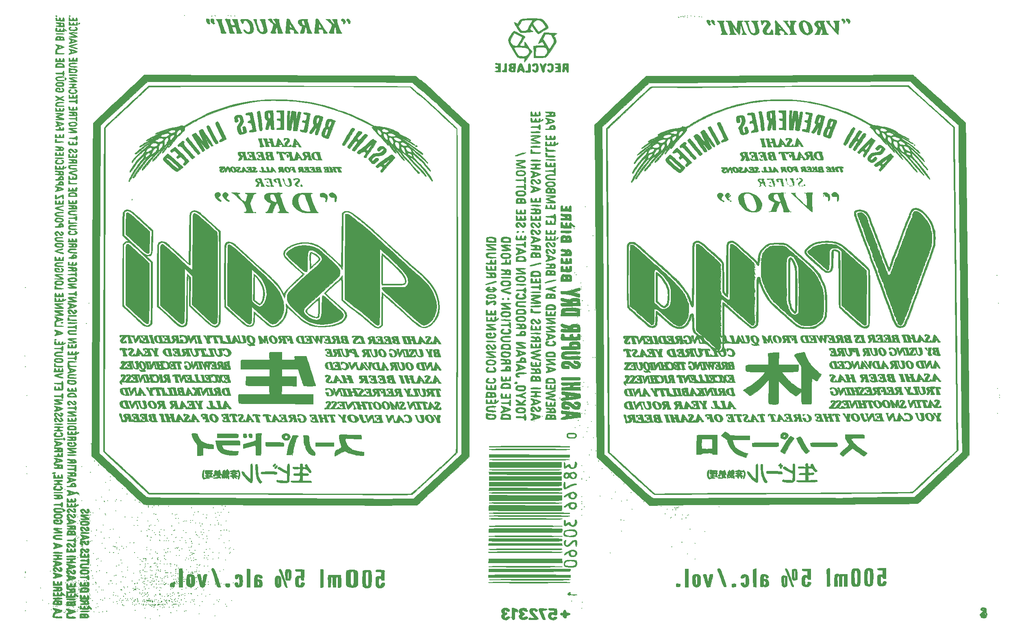
<source format=gbr>
G04 #@! TF.GenerationSoftware,KiCad,Pcbnew,(5.1.4)-1*
G04 #@! TF.CreationDate,2021-09-18T03:02:54-10:00*
G04 #@! TF.ProjectId,oya38split,6f796133-3873-4706-9c69-742e6b696361,rev?*
G04 #@! TF.SameCoordinates,Original*
G04 #@! TF.FileFunction,Soldermask,Bot*
G04 #@! TF.FilePolarity,Negative*
%FSLAX46Y46*%
G04 Gerber Fmt 4.6, Leading zero omitted, Abs format (unit mm)*
G04 Created by KiCad (PCBNEW (5.1.4)-1) date 2021-09-18 03:02:54*
%MOMM*%
%LPD*%
G04 APERTURE LIST*
%ADD10C,0.010000*%
G04 APERTURE END LIST*
D10*
G36*
X182313543Y-72832385D02*
G01*
X182292153Y-73133380D01*
X182273811Y-73591817D01*
X182259324Y-74180587D01*
X182249499Y-74872579D01*
X182245145Y-75640684D01*
X182245000Y-75810984D01*
X182245000Y-78849060D01*
X182890031Y-79429530D01*
X183311575Y-79797508D01*
X183624101Y-80028758D01*
X183868349Y-80136134D01*
X184085061Y-80132490D01*
X184314977Y-80030679D01*
X184474042Y-79929284D01*
X184723435Y-79701683D01*
X184903974Y-79385261D01*
X185023711Y-78950354D01*
X185090702Y-78367300D01*
X185112999Y-77606439D01*
X185113070Y-77575833D01*
X185111427Y-77484269D01*
X184783733Y-77484269D01*
X184776980Y-78042003D01*
X184745870Y-78555023D01*
X184690751Y-78962149D01*
X184637430Y-79152900D01*
X184434068Y-79491127D01*
X184177261Y-79713287D01*
X183915665Y-79782433D01*
X183832745Y-79763942D01*
X183660619Y-79657403D01*
X183397007Y-79450361D01*
X183130594Y-79216250D01*
X182615417Y-78740000D01*
X182608808Y-76147083D01*
X182608839Y-75421823D01*
X182612442Y-74763333D01*
X182619159Y-74202333D01*
X182628533Y-73769543D01*
X182640107Y-73495681D01*
X182649499Y-73414293D01*
X182741478Y-73372892D01*
X182916149Y-73486711D01*
X183152198Y-73726620D01*
X183428312Y-74063487D01*
X183723177Y-74468181D01*
X184015481Y-74911570D01*
X184283909Y-75364525D01*
X184507148Y-75797912D01*
X184654396Y-76154597D01*
X184722788Y-76479386D01*
X184765785Y-76943003D01*
X184783733Y-77484269D01*
X185111427Y-77484269D01*
X185101387Y-76925027D01*
X185051053Y-76411149D01*
X184942580Y-75964995D01*
X184756484Y-75517358D01*
X184473280Y-74999035D01*
X184311241Y-74728040D01*
X184036628Y-74320097D01*
X183709266Y-73901573D01*
X183359150Y-73503040D01*
X183016277Y-73155075D01*
X182710643Y-72888250D01*
X182472246Y-72733140D01*
X182337173Y-72715942D01*
X182313543Y-72832385D01*
X182313543Y-72832385D01*
G37*
X182313543Y-72832385D02*
X182292153Y-73133380D01*
X182273811Y-73591817D01*
X182259324Y-74180587D01*
X182249499Y-74872579D01*
X182245145Y-75640684D01*
X182245000Y-75810984D01*
X182245000Y-78849060D01*
X182890031Y-79429530D01*
X183311575Y-79797508D01*
X183624101Y-80028758D01*
X183868349Y-80136134D01*
X184085061Y-80132490D01*
X184314977Y-80030679D01*
X184474042Y-79929284D01*
X184723435Y-79701683D01*
X184903974Y-79385261D01*
X185023711Y-78950354D01*
X185090702Y-78367300D01*
X185112999Y-77606439D01*
X185113070Y-77575833D01*
X185111427Y-77484269D01*
X184783733Y-77484269D01*
X184776980Y-78042003D01*
X184745870Y-78555023D01*
X184690751Y-78962149D01*
X184637430Y-79152900D01*
X184434068Y-79491127D01*
X184177261Y-79713287D01*
X183915665Y-79782433D01*
X183832745Y-79763942D01*
X183660619Y-79657403D01*
X183397007Y-79450361D01*
X183130594Y-79216250D01*
X182615417Y-78740000D01*
X182608808Y-76147083D01*
X182608839Y-75421823D01*
X182612442Y-74763333D01*
X182619159Y-74202333D01*
X182628533Y-73769543D01*
X182640107Y-73495681D01*
X182649499Y-73414293D01*
X182741478Y-73372892D01*
X182916149Y-73486711D01*
X183152198Y-73726620D01*
X183428312Y-74063487D01*
X183723177Y-74468181D01*
X184015481Y-74911570D01*
X184283909Y-75364525D01*
X184507148Y-75797912D01*
X184654396Y-76154597D01*
X184722788Y-76479386D01*
X184765785Y-76943003D01*
X184783733Y-77484269D01*
X185111427Y-77484269D01*
X185101387Y-76925027D01*
X185051053Y-76411149D01*
X184942580Y-75964995D01*
X184756484Y-75517358D01*
X184473280Y-74999035D01*
X184311241Y-74728040D01*
X184036628Y-74320097D01*
X183709266Y-73901573D01*
X183359150Y-73503040D01*
X183016277Y-73155075D01*
X182710643Y-72888250D01*
X182472246Y-72733140D01*
X182337173Y-72715942D01*
X182313543Y-72832385D01*
G36*
X211984167Y-75882500D02*
G01*
X212037084Y-75935416D01*
X212090000Y-75882500D01*
X212037084Y-75829583D01*
X211984167Y-75882500D01*
X211984167Y-75882500D01*
G37*
X211984167Y-75882500D02*
X212037084Y-75935416D01*
X212090000Y-75882500D01*
X212037084Y-75829583D01*
X211984167Y-75882500D01*
G36*
X210128295Y-69749855D02*
G01*
X210081593Y-69794657D01*
X210029281Y-69853250D01*
X209986263Y-69927689D01*
X209951631Y-70037748D01*
X209924476Y-70203200D01*
X209903891Y-70443818D01*
X209888968Y-70779376D01*
X209878799Y-71229648D01*
X209872476Y-71814407D01*
X209869091Y-72553426D01*
X209867735Y-73466480D01*
X209867500Y-74457149D01*
X209868557Y-75579795D01*
X209872151Y-76510233D01*
X209878924Y-77267914D01*
X209889514Y-77872289D01*
X209904561Y-78342808D01*
X209924704Y-78698921D01*
X209950584Y-78960079D01*
X209982839Y-79145732D01*
X210022109Y-79275332D01*
X210026250Y-79285490D01*
X210131889Y-79597242D01*
X210183878Y-79866248D01*
X210185000Y-79896371D01*
X210251510Y-80171951D01*
X210423411Y-80504916D01*
X210659259Y-80840542D01*
X210917611Y-81124103D01*
X211157023Y-81300873D01*
X211272890Y-81332916D01*
X211367288Y-81263513D01*
X211515895Y-81112434D01*
X211568287Y-81043658D01*
X211610798Y-80950562D01*
X211644565Y-80811678D01*
X211670727Y-80605538D01*
X211690423Y-80310677D01*
X211704790Y-79905625D01*
X211714967Y-79368917D01*
X211722092Y-78679085D01*
X211727303Y-77814661D01*
X211729278Y-77356649D01*
X211343583Y-77356649D01*
X211341146Y-78229655D01*
X211335587Y-79013825D01*
X211327216Y-79686541D01*
X211316348Y-80225187D01*
X211303295Y-80607146D01*
X211288371Y-80809801D01*
X211281444Y-80836195D01*
X211154977Y-80833597D01*
X210971697Y-80687665D01*
X210776020Y-80440955D01*
X210660464Y-80241208D01*
X210549400Y-79970832D01*
X210501013Y-79758699D01*
X210500960Y-79755614D01*
X210466481Y-79554172D01*
X210382088Y-79254464D01*
X210346489Y-79147781D01*
X210306657Y-78997253D01*
X210274250Y-78783584D01*
X210248660Y-78487006D01*
X210229278Y-78087749D01*
X210215494Y-77566044D01*
X210206699Y-76902122D01*
X210202285Y-76076213D01*
X210201643Y-75068547D01*
X210202576Y-74475845D01*
X210206452Y-73546529D01*
X210213705Y-72681490D01*
X210223868Y-71904035D01*
X210236473Y-71237471D01*
X210251053Y-70705106D01*
X210267141Y-70330247D01*
X210284271Y-70136202D01*
X210289962Y-70115994D01*
X210393182Y-70094093D01*
X210545208Y-70241444D01*
X210726256Y-70527050D01*
X210916542Y-70919918D01*
X211089081Y-71367868D01*
X211148654Y-71548423D01*
X211197579Y-71722945D01*
X211236974Y-71913731D01*
X211267960Y-72143075D01*
X211291655Y-72433274D01*
X211309179Y-72806622D01*
X211321651Y-73285416D01*
X211330190Y-73891949D01*
X211335916Y-74648517D01*
X211339948Y-75577417D01*
X211342583Y-76417422D01*
X211343583Y-77356649D01*
X211729278Y-77356649D01*
X211730540Y-77064309D01*
X211730735Y-75682039D01*
X211719282Y-74502165D01*
X211695728Y-73515710D01*
X211659618Y-72713702D01*
X211610501Y-72087164D01*
X211547922Y-71627121D01*
X211471429Y-71324599D01*
X211436695Y-71245423D01*
X211329796Y-70983225D01*
X211297013Y-70859373D01*
X211195261Y-70593298D01*
X211005399Y-70266501D01*
X210778970Y-69955010D01*
X210567521Y-69734849D01*
X210506471Y-69693374D01*
X210313310Y-69642782D01*
X210128295Y-69749855D01*
X210128295Y-69749855D01*
G37*
X210128295Y-69749855D02*
X210081593Y-69794657D01*
X210029281Y-69853250D01*
X209986263Y-69927689D01*
X209951631Y-70037748D01*
X209924476Y-70203200D01*
X209903891Y-70443818D01*
X209888968Y-70779376D01*
X209878799Y-71229648D01*
X209872476Y-71814407D01*
X209869091Y-72553426D01*
X209867735Y-73466480D01*
X209867500Y-74457149D01*
X209868557Y-75579795D01*
X209872151Y-76510233D01*
X209878924Y-77267914D01*
X209889514Y-77872289D01*
X209904561Y-78342808D01*
X209924704Y-78698921D01*
X209950584Y-78960079D01*
X209982839Y-79145732D01*
X210022109Y-79275332D01*
X210026250Y-79285490D01*
X210131889Y-79597242D01*
X210183878Y-79866248D01*
X210185000Y-79896371D01*
X210251510Y-80171951D01*
X210423411Y-80504916D01*
X210659259Y-80840542D01*
X210917611Y-81124103D01*
X211157023Y-81300873D01*
X211272890Y-81332916D01*
X211367288Y-81263513D01*
X211515895Y-81112434D01*
X211568287Y-81043658D01*
X211610798Y-80950562D01*
X211644565Y-80811678D01*
X211670727Y-80605538D01*
X211690423Y-80310677D01*
X211704790Y-79905625D01*
X211714967Y-79368917D01*
X211722092Y-78679085D01*
X211727303Y-77814661D01*
X211729278Y-77356649D01*
X211343583Y-77356649D01*
X211341146Y-78229655D01*
X211335587Y-79013825D01*
X211327216Y-79686541D01*
X211316348Y-80225187D01*
X211303295Y-80607146D01*
X211288371Y-80809801D01*
X211281444Y-80836195D01*
X211154977Y-80833597D01*
X210971697Y-80687665D01*
X210776020Y-80440955D01*
X210660464Y-80241208D01*
X210549400Y-79970832D01*
X210501013Y-79758699D01*
X210500960Y-79755614D01*
X210466481Y-79554172D01*
X210382088Y-79254464D01*
X210346489Y-79147781D01*
X210306657Y-78997253D01*
X210274250Y-78783584D01*
X210248660Y-78487006D01*
X210229278Y-78087749D01*
X210215494Y-77566044D01*
X210206699Y-76902122D01*
X210202285Y-76076213D01*
X210201643Y-75068547D01*
X210202576Y-74475845D01*
X210206452Y-73546529D01*
X210213705Y-72681490D01*
X210223868Y-71904035D01*
X210236473Y-71237471D01*
X210251053Y-70705106D01*
X210267141Y-70330247D01*
X210284271Y-70136202D01*
X210289962Y-70115994D01*
X210393182Y-70094093D01*
X210545208Y-70241444D01*
X210726256Y-70527050D01*
X210916542Y-70919918D01*
X211089081Y-71367868D01*
X211148654Y-71548423D01*
X211197579Y-71722945D01*
X211236974Y-71913731D01*
X211267960Y-72143075D01*
X211291655Y-72433274D01*
X211309179Y-72806622D01*
X211321651Y-73285416D01*
X211330190Y-73891949D01*
X211335916Y-74648517D01*
X211339948Y-75577417D01*
X211342583Y-76417422D01*
X211343583Y-77356649D01*
X211729278Y-77356649D01*
X211730540Y-77064309D01*
X211730735Y-75682039D01*
X211719282Y-74502165D01*
X211695728Y-73515710D01*
X211659618Y-72713702D01*
X211610501Y-72087164D01*
X211547922Y-71627121D01*
X211471429Y-71324599D01*
X211436695Y-71245423D01*
X211329796Y-70983225D01*
X211297013Y-70859373D01*
X211195261Y-70593298D01*
X211005399Y-70266501D01*
X210778970Y-69955010D01*
X210567521Y-69734849D01*
X210506471Y-69693374D01*
X210313310Y-69642782D01*
X210128295Y-69749855D01*
G36*
X98529130Y-73520465D02*
G01*
X98511280Y-73762720D01*
X98492728Y-74177433D01*
X98474717Y-74725403D01*
X98458487Y-75367428D01*
X98445281Y-76064308D01*
X98442345Y-76260311D01*
X98410179Y-78543123D01*
X99011831Y-79038436D01*
X99323562Y-79280443D01*
X99584704Y-79456877D01*
X99743338Y-79532992D01*
X99751934Y-79533750D01*
X99909073Y-79463953D01*
X100131029Y-79289950D01*
X100199816Y-79224319D01*
X100449224Y-78874518D01*
X100652268Y-78397297D01*
X100684207Y-78291334D01*
X100814251Y-77513403D01*
X100528345Y-77513403D01*
X100427478Y-78154757D01*
X100314060Y-78519312D01*
X100156856Y-78870155D01*
X99986558Y-79151444D01*
X99833858Y-79307333D01*
X99785901Y-79322083D01*
X99654017Y-79258790D01*
X99420734Y-79095210D01*
X99212449Y-78929255D01*
X98742500Y-78536426D01*
X98742500Y-73483441D01*
X99222208Y-73995054D01*
X99847325Y-74799540D01*
X100276160Y-75663664D01*
X100504553Y-76573071D01*
X100528345Y-77513403D01*
X100814251Y-77513403D01*
X100839217Y-77364061D01*
X100787329Y-76445816D01*
X100533219Y-75551862D01*
X100081564Y-74697463D01*
X99437039Y-73897883D01*
X99294269Y-73754498D01*
X98583750Y-73063430D01*
X98529130Y-73520465D01*
X98529130Y-73520465D01*
G37*
X98529130Y-73520465D02*
X98511280Y-73762720D01*
X98492728Y-74177433D01*
X98474717Y-74725403D01*
X98458487Y-75367428D01*
X98445281Y-76064308D01*
X98442345Y-76260311D01*
X98410179Y-78543123D01*
X99011831Y-79038436D01*
X99323562Y-79280443D01*
X99584704Y-79456877D01*
X99743338Y-79532992D01*
X99751934Y-79533750D01*
X99909073Y-79463953D01*
X100131029Y-79289950D01*
X100199816Y-79224319D01*
X100449224Y-78874518D01*
X100652268Y-78397297D01*
X100684207Y-78291334D01*
X100814251Y-77513403D01*
X100528345Y-77513403D01*
X100427478Y-78154757D01*
X100314060Y-78519312D01*
X100156856Y-78870155D01*
X99986558Y-79151444D01*
X99833858Y-79307333D01*
X99785901Y-79322083D01*
X99654017Y-79258790D01*
X99420734Y-79095210D01*
X99212449Y-78929255D01*
X98742500Y-78536426D01*
X98742500Y-73483441D01*
X99222208Y-73995054D01*
X99847325Y-74799540D01*
X100276160Y-75663664D01*
X100504553Y-76573071D01*
X100528345Y-77513403D01*
X100814251Y-77513403D01*
X100839217Y-77364061D01*
X100787329Y-76445816D01*
X100533219Y-75551862D01*
X100081564Y-74697463D01*
X99437039Y-73897883D01*
X99294269Y-73754498D01*
X98583750Y-73063430D01*
X98529130Y-73520465D01*
G36*
X238654167Y-70167500D02*
G01*
X238707084Y-70220416D01*
X238760000Y-70167500D01*
X238707084Y-70114583D01*
X238654167Y-70167500D01*
X238654167Y-70167500D01*
G37*
X238654167Y-70167500D02*
X238707084Y-70220416D01*
X238760000Y-70167500D01*
X238707084Y-70114583D01*
X238654167Y-70167500D01*
G36*
X236389615Y-59966701D02*
G01*
X236140625Y-60021288D01*
X235946280Y-60151535D01*
X235902500Y-60284426D01*
X235855736Y-60449584D01*
X235796667Y-60483750D01*
X235733551Y-60578342D01*
X235695690Y-60817672D01*
X235690834Y-60960000D01*
X235669813Y-61244024D01*
X235616629Y-61414397D01*
X235585000Y-61436250D01*
X235486432Y-61519845D01*
X235478841Y-61568541D01*
X235433512Y-61721371D01*
X235313873Y-62005423D01*
X235143944Y-62364474D01*
X235108424Y-62435598D01*
X234929443Y-62822384D01*
X234798050Y-63166255D01*
X234739328Y-63400445D01*
X234738334Y-63420803D01*
X234702294Y-63587973D01*
X234632500Y-63605833D01*
X234557997Y-63647698D01*
X234526777Y-63855118D01*
X234526667Y-63871730D01*
X234475744Y-64161563D01*
X234361831Y-64367872D01*
X234251655Y-64557277D01*
X234251375Y-64674423D01*
X234241286Y-64839359D01*
X234202819Y-64879756D01*
X234146694Y-65006877D01*
X234160770Y-65041896D01*
X234145167Y-65134056D01*
X234109580Y-65140416D01*
X234024611Y-65230751D01*
X233997500Y-65398754D01*
X233958478Y-65622845D01*
X233891667Y-65722500D01*
X233802760Y-65871774D01*
X233785834Y-65993329D01*
X233740310Y-66161884D01*
X233680000Y-66198750D01*
X233605691Y-66290715D01*
X233574175Y-66512299D01*
X233574167Y-66516250D01*
X233543512Y-66739177D01*
X233469651Y-66833725D01*
X233468334Y-66833750D01*
X233381170Y-66922002D01*
X233362500Y-67036839D01*
X233316197Y-67265953D01*
X233203000Y-67557270D01*
X233185844Y-67592464D01*
X233004029Y-67960673D01*
X232898528Y-68198373D01*
X232848727Y-68363224D01*
X232834013Y-68512890D01*
X232833334Y-68578563D01*
X232797284Y-68778143D01*
X232727500Y-68844583D01*
X232648550Y-68935321D01*
X232621667Y-69114781D01*
X232562785Y-69370886D01*
X232415751Y-69681272D01*
X232357084Y-69774349D01*
X232193624Y-70053800D01*
X232100630Y-70288181D01*
X232092500Y-70344571D01*
X232037629Y-70536841D01*
X231986667Y-70590833D01*
X231910418Y-70733903D01*
X231880834Y-70967495D01*
X231849613Y-71187708D01*
X231775000Y-71278750D01*
X231700691Y-71370715D01*
X231669175Y-71592299D01*
X231669167Y-71596250D01*
X231638512Y-71819177D01*
X231564651Y-71913725D01*
X231563334Y-71913750D01*
X231489025Y-72005715D01*
X231457509Y-72227299D01*
X231457500Y-72231250D01*
X231426845Y-72454177D01*
X231352984Y-72548725D01*
X231351667Y-72548750D01*
X231262353Y-72636257D01*
X231245834Y-72736868D01*
X231190935Y-72981391D01*
X231059090Y-73192682D01*
X230899579Y-73312048D01*
X230776769Y-73295546D01*
X230626041Y-73235292D01*
X230574638Y-73255223D01*
X230530152Y-73209626D01*
X230506286Y-73009712D01*
X230505000Y-72936805D01*
X230482553Y-72685012D01*
X230427044Y-72554026D01*
X230411712Y-72548750D01*
X230320972Y-72448690D01*
X230188297Y-72160091D01*
X230020790Y-71700321D01*
X229859847Y-71199375D01*
X229762207Y-70967667D01*
X229663494Y-70856990D01*
X229653359Y-70855416D01*
X229582536Y-70763429D01*
X229552508Y-70541801D01*
X229552500Y-70537916D01*
X229521845Y-70314989D01*
X229447984Y-70220441D01*
X229446667Y-70220416D01*
X229379655Y-70126694D01*
X229343107Y-69893287D01*
X229340834Y-69808406D01*
X229296490Y-69474247D01*
X229175376Y-69332903D01*
X229060208Y-69236571D01*
X229064126Y-69181700D01*
X229058055Y-69035610D01*
X228968236Y-68804717D01*
X228965001Y-68798439D01*
X228852794Y-68511578D01*
X228810047Y-68276860D01*
X228793113Y-68129343D01*
X228728606Y-68175639D01*
X228705834Y-68209583D01*
X228632482Y-68281173D01*
X228603972Y-68169902D01*
X228601621Y-68077291D01*
X228567225Y-67866042D01*
X228494167Y-67786250D01*
X228424322Y-67693188D01*
X228389288Y-67464246D01*
X228388334Y-67414397D01*
X228363031Y-67106158D01*
X228301721Y-66867474D01*
X228297612Y-66858772D01*
X228186263Y-66638346D01*
X228040668Y-66355847D01*
X228033029Y-66341170D01*
X227913132Y-66049413D01*
X227859380Y-65796965D01*
X227859167Y-65785545D01*
X227816667Y-65608143D01*
X227753334Y-65563750D01*
X227673776Y-65473179D01*
X227647500Y-65299166D01*
X227617786Y-65100178D01*
X227560799Y-65034583D01*
X227486600Y-64941717D01*
X227390341Y-64703684D01*
X227330000Y-64505416D01*
X227233497Y-64206900D01*
X227142242Y-64015009D01*
X227099202Y-63976250D01*
X227033307Y-63885802D01*
X227012500Y-63719226D01*
X226949137Y-63450755D01*
X226853750Y-63303452D01*
X226729880Y-63077152D01*
X226695000Y-62872559D01*
X226659691Y-62670077D01*
X226589167Y-62600416D01*
X226522894Y-62506526D01*
X226486033Y-62271977D01*
X226483334Y-62177083D01*
X226459861Y-61911990D01*
X226401224Y-61764544D01*
X226377500Y-61753750D01*
X226296457Y-61663601D01*
X226271667Y-61502416D01*
X226191674Y-61266496D01*
X225971323Y-60950703D01*
X225802659Y-60761583D01*
X225525814Y-60489224D01*
X225312499Y-60341800D01*
X225090342Y-60281971D01*
X224853882Y-60272083D01*
X224469869Y-60315318D01*
X224270583Y-60455142D01*
X224246823Y-60706733D01*
X224376577Y-61059256D01*
X224501559Y-61344559D01*
X224572351Y-61561143D01*
X224578334Y-61605078D01*
X224645095Y-61752543D01*
X224677665Y-61771388D01*
X224766762Y-61891485D01*
X224815441Y-62071250D01*
X224892746Y-62350272D01*
X225026975Y-62661903D01*
X225033610Y-62674535D01*
X225154647Y-62942274D01*
X225212502Y-63148183D01*
X225213334Y-63164285D01*
X225288031Y-63361076D01*
X225349107Y-63428013D01*
X225451156Y-63605963D01*
X225510387Y-63880466D01*
X225511216Y-63890764D01*
X225556949Y-64139278D01*
X225632785Y-64272784D01*
X225640026Y-64276111D01*
X225714061Y-64395458D01*
X225742500Y-64613823D01*
X225776039Y-64854928D01*
X225848334Y-64981666D01*
X225937770Y-65131192D01*
X225954167Y-65248905D01*
X225971987Y-65399029D01*
X226034729Y-65611326D01*
X226156318Y-65923655D01*
X226350681Y-66373879D01*
X226449485Y-66595625D01*
X226556765Y-66863485D01*
X226607337Y-67047287D01*
X226607254Y-67074819D01*
X226671803Y-67178167D01*
X226746936Y-67218434D01*
X226880195Y-67362753D01*
X226906667Y-67486645D01*
X226937891Y-67713668D01*
X227016620Y-68017636D01*
X227120437Y-68332496D01*
X227226926Y-68592198D01*
X227313670Y-68730687D01*
X227331599Y-68738750D01*
X227385211Y-68832237D01*
X227413404Y-69063784D01*
X227414667Y-69132097D01*
X227442885Y-69397535D01*
X227512596Y-69553097D01*
X227531084Y-69564249D01*
X227608003Y-69685056D01*
X227646484Y-69931919D01*
X227647500Y-69982291D01*
X227665135Y-70208814D01*
X227708844Y-70294131D01*
X227722119Y-70286909D01*
X227794452Y-70333421D01*
X227899292Y-70533350D01*
X227970373Y-70719062D01*
X228183040Y-71305401D01*
X228352550Y-71698226D01*
X228476584Y-71892472D01*
X228517370Y-71913750D01*
X228569126Y-72007692D01*
X228597901Y-72242358D01*
X228600000Y-72337083D01*
X228623473Y-72602175D01*
X228682110Y-72749621D01*
X228705834Y-72760416D01*
X228791629Y-72849119D01*
X228811667Y-72973519D01*
X228858467Y-73250900D01*
X228904580Y-73370394D01*
X229093331Y-73774623D01*
X229242888Y-74152240D01*
X229329068Y-74439078D01*
X229340834Y-74527896D01*
X229373038Y-74641722D01*
X229409788Y-74631740D01*
X229499017Y-74654776D01*
X229608245Y-74817837D01*
X229705997Y-75055636D01*
X229760801Y-75302886D01*
X229764167Y-75366866D01*
X229802370Y-75649427D01*
X229855814Y-75804561D01*
X230027126Y-76210158D01*
X230173639Y-76665035D01*
X230267055Y-77074731D01*
X230285236Y-77238120D01*
X230337446Y-77367106D01*
X230399167Y-77364166D01*
X230474121Y-77405522D01*
X230504949Y-77611428D01*
X230505000Y-77622504D01*
X230535110Y-77848116D01*
X230607854Y-77946122D01*
X230610834Y-77946250D01*
X230703096Y-78032644D01*
X230716667Y-78115120D01*
X230775112Y-78316419D01*
X230915707Y-78563989D01*
X230916363Y-78564912D01*
X231064877Y-78862375D01*
X231165469Y-79220627D01*
X231172500Y-79266351D01*
X231234182Y-79541128D01*
X231318353Y-79707967D01*
X231343221Y-79724962D01*
X231425176Y-79846371D01*
X231457500Y-80071736D01*
X231488961Y-80290821D01*
X231563334Y-80380416D01*
X231632820Y-80473563D01*
X231668075Y-80703077D01*
X231669167Y-80757079D01*
X231694236Y-80997889D01*
X231760554Y-81074482D01*
X231775000Y-81068333D01*
X231847016Y-81113045D01*
X231880053Y-81328654D01*
X231880834Y-81379587D01*
X231907006Y-81626891D01*
X231971494Y-81752362D01*
X231986667Y-81756250D01*
X232080560Y-81841970D01*
X232092500Y-81915000D01*
X232149647Y-82055839D01*
X232198334Y-82073750D01*
X232290168Y-82133218D01*
X232290009Y-82153125D01*
X232302399Y-82301741D01*
X232351557Y-82557478D01*
X232357862Y-82584994D01*
X232430816Y-82805750D01*
X232505217Y-82827111D01*
X232529150Y-82796661D01*
X232587088Y-82788029D01*
X232616863Y-82976843D01*
X232620047Y-83105625D01*
X232644626Y-83410291D01*
X232723823Y-83542679D01*
X232780417Y-83555416D01*
X232921257Y-83612563D01*
X232939167Y-83661250D01*
X233030580Y-83737697D01*
X233233849Y-83767083D01*
X233505993Y-83694537D01*
X233710099Y-83459712D01*
X233838022Y-83178380D01*
X233891665Y-82931695D01*
X233891667Y-82930545D01*
X233934167Y-82753143D01*
X233997500Y-82708750D01*
X234071810Y-82616784D01*
X234103326Y-82395200D01*
X234103334Y-82391250D01*
X234126363Y-82167930D01*
X234181836Y-82072952D01*
X234182709Y-82072924D01*
X234284464Y-81982913D01*
X234400197Y-81768942D01*
X234493071Y-81512524D01*
X234526667Y-81311817D01*
X234575337Y-81151644D01*
X234632500Y-81121250D01*
X234719341Y-81032889D01*
X234738334Y-80915829D01*
X234786931Y-80713227D01*
X234844167Y-80645000D01*
X234937496Y-80493766D01*
X234950653Y-80400629D01*
X234998463Y-80182437D01*
X235109403Y-79918527D01*
X235223945Y-79620005D01*
X235267500Y-79362902D01*
X235305304Y-79169872D01*
X235373334Y-79110416D01*
X235439607Y-79016526D01*
X235476468Y-78781977D01*
X235479167Y-78687083D01*
X235499909Y-78421954D01*
X235536910Y-78316666D01*
X230928334Y-78316666D01*
X230875417Y-78369583D01*
X230822500Y-78316666D01*
X230875417Y-78263750D01*
X230928334Y-78316666D01*
X235536910Y-78316666D01*
X235551721Y-78274522D01*
X235572657Y-78263750D01*
X235673626Y-78175901D01*
X235743628Y-78025625D01*
X235811589Y-77819346D01*
X235840549Y-77734583D01*
X235886372Y-77603514D01*
X235941293Y-77443541D01*
X236040513Y-77259342D01*
X236121299Y-77205416D01*
X236196154Y-77114996D01*
X236220000Y-76947079D01*
X236259023Y-76722988D01*
X236325834Y-76623333D01*
X236402696Y-76479957D01*
X236431667Y-76252916D01*
X236464933Y-76010844D01*
X236537500Y-75882500D01*
X236613430Y-75739589D01*
X236643334Y-75502515D01*
X236693495Y-75247870D01*
X236802084Y-75127022D01*
X236920256Y-74984636D01*
X236960834Y-74766172D01*
X236994642Y-74526012D01*
X237066667Y-74400833D01*
X237147859Y-74255310D01*
X237172500Y-74070841D01*
X237200148Y-73892016D01*
X237256364Y-73858088D01*
X237328148Y-73812595D01*
X237357495Y-73680693D01*
X237416077Y-73481906D01*
X237485298Y-73414623D01*
X237569935Y-73293359D01*
X237595834Y-73118290D01*
X237654363Y-72833872D01*
X237766756Y-72597943D01*
X237863893Y-72415521D01*
X237861225Y-72337139D01*
X237859630Y-72337083D01*
X237849771Y-72272269D01*
X237908734Y-72183875D01*
X238013970Y-71974274D01*
X238089571Y-71683845D01*
X238089989Y-71681167D01*
X238152891Y-71433333D01*
X238233283Y-71299847D01*
X238240380Y-71296388D01*
X238309405Y-71177099D01*
X238336667Y-70952430D01*
X238368128Y-70733345D01*
X238442500Y-70643750D01*
X238516810Y-70551784D01*
X238548326Y-70330200D01*
X238548334Y-70326250D01*
X238573333Y-70103243D01*
X238633557Y-70008771D01*
X238634566Y-70008750D01*
X238736895Y-69919383D01*
X238865156Y-69699935D01*
X238985540Y-69423387D01*
X239064237Y-69162718D01*
X239077500Y-69052659D01*
X239122505Y-68882642D01*
X239183334Y-68844583D01*
X239252820Y-68751436D01*
X239288075Y-68521922D01*
X239289167Y-68467920D01*
X239314236Y-68227110D01*
X239380554Y-68150517D01*
X239395000Y-68156666D01*
X239467474Y-68112481D01*
X239500218Y-67898354D01*
X239500834Y-67854232D01*
X239534794Y-67596607D01*
X239617957Y-67449461D01*
X239632016Y-67442661D01*
X239685677Y-67324480D01*
X239726702Y-67039727D01*
X239755077Y-66633116D01*
X239770787Y-66149360D01*
X239773818Y-65633171D01*
X239764155Y-65129265D01*
X239741781Y-64682353D01*
X239706684Y-64337148D01*
X239658847Y-64138365D01*
X239633125Y-64108585D01*
X239545379Y-63981491D01*
X239502203Y-63718446D01*
X239500834Y-63656449D01*
X239437074Y-63295408D01*
X239394855Y-63182645D01*
X239342084Y-63235416D01*
X239289167Y-63182500D01*
X239342084Y-63129583D01*
X239394682Y-63182182D01*
X239269887Y-62848864D01*
X239035410Y-62390448D01*
X238769781Y-61993794D01*
X238586942Y-61794353D01*
X238412762Y-61618654D01*
X238336786Y-61502757D01*
X238336667Y-61500490D01*
X238271874Y-61391904D01*
X238109764Y-61186446D01*
X237898744Y-60940764D01*
X237687220Y-60711503D01*
X237542917Y-60571621D01*
X237156904Y-60248529D01*
X236870381Y-60053499D01*
X236631801Y-59966299D01*
X236389615Y-59966701D01*
X236389615Y-59966701D01*
G37*
X236389615Y-59966701D02*
X236140625Y-60021288D01*
X235946280Y-60151535D01*
X235902500Y-60284426D01*
X235855736Y-60449584D01*
X235796667Y-60483750D01*
X235733551Y-60578342D01*
X235695690Y-60817672D01*
X235690834Y-60960000D01*
X235669813Y-61244024D01*
X235616629Y-61414397D01*
X235585000Y-61436250D01*
X235486432Y-61519845D01*
X235478841Y-61568541D01*
X235433512Y-61721371D01*
X235313873Y-62005423D01*
X235143944Y-62364474D01*
X235108424Y-62435598D01*
X234929443Y-62822384D01*
X234798050Y-63166255D01*
X234739328Y-63400445D01*
X234738334Y-63420803D01*
X234702294Y-63587973D01*
X234632500Y-63605833D01*
X234557997Y-63647698D01*
X234526777Y-63855118D01*
X234526667Y-63871730D01*
X234475744Y-64161563D01*
X234361831Y-64367872D01*
X234251655Y-64557277D01*
X234251375Y-64674423D01*
X234241286Y-64839359D01*
X234202819Y-64879756D01*
X234146694Y-65006877D01*
X234160770Y-65041896D01*
X234145167Y-65134056D01*
X234109580Y-65140416D01*
X234024611Y-65230751D01*
X233997500Y-65398754D01*
X233958478Y-65622845D01*
X233891667Y-65722500D01*
X233802760Y-65871774D01*
X233785834Y-65993329D01*
X233740310Y-66161884D01*
X233680000Y-66198750D01*
X233605691Y-66290715D01*
X233574175Y-66512299D01*
X233574167Y-66516250D01*
X233543512Y-66739177D01*
X233469651Y-66833725D01*
X233468334Y-66833750D01*
X233381170Y-66922002D01*
X233362500Y-67036839D01*
X233316197Y-67265953D01*
X233203000Y-67557270D01*
X233185844Y-67592464D01*
X233004029Y-67960673D01*
X232898528Y-68198373D01*
X232848727Y-68363224D01*
X232834013Y-68512890D01*
X232833334Y-68578563D01*
X232797284Y-68778143D01*
X232727500Y-68844583D01*
X232648550Y-68935321D01*
X232621667Y-69114781D01*
X232562785Y-69370886D01*
X232415751Y-69681272D01*
X232357084Y-69774349D01*
X232193624Y-70053800D01*
X232100630Y-70288181D01*
X232092500Y-70344571D01*
X232037629Y-70536841D01*
X231986667Y-70590833D01*
X231910418Y-70733903D01*
X231880834Y-70967495D01*
X231849613Y-71187708D01*
X231775000Y-71278750D01*
X231700691Y-71370715D01*
X231669175Y-71592299D01*
X231669167Y-71596250D01*
X231638512Y-71819177D01*
X231564651Y-71913725D01*
X231563334Y-71913750D01*
X231489025Y-72005715D01*
X231457509Y-72227299D01*
X231457500Y-72231250D01*
X231426845Y-72454177D01*
X231352984Y-72548725D01*
X231351667Y-72548750D01*
X231262353Y-72636257D01*
X231245834Y-72736868D01*
X231190935Y-72981391D01*
X231059090Y-73192682D01*
X230899579Y-73312048D01*
X230776769Y-73295546D01*
X230626041Y-73235292D01*
X230574638Y-73255223D01*
X230530152Y-73209626D01*
X230506286Y-73009712D01*
X230505000Y-72936805D01*
X230482553Y-72685012D01*
X230427044Y-72554026D01*
X230411712Y-72548750D01*
X230320972Y-72448690D01*
X230188297Y-72160091D01*
X230020790Y-71700321D01*
X229859847Y-71199375D01*
X229762207Y-70967667D01*
X229663494Y-70856990D01*
X229653359Y-70855416D01*
X229582536Y-70763429D01*
X229552508Y-70541801D01*
X229552500Y-70537916D01*
X229521845Y-70314989D01*
X229447984Y-70220441D01*
X229446667Y-70220416D01*
X229379655Y-70126694D01*
X229343107Y-69893287D01*
X229340834Y-69808406D01*
X229296490Y-69474247D01*
X229175376Y-69332903D01*
X229060208Y-69236571D01*
X229064126Y-69181700D01*
X229058055Y-69035610D01*
X228968236Y-68804717D01*
X228965001Y-68798439D01*
X228852794Y-68511578D01*
X228810047Y-68276860D01*
X228793113Y-68129343D01*
X228728606Y-68175639D01*
X228705834Y-68209583D01*
X228632482Y-68281173D01*
X228603972Y-68169902D01*
X228601621Y-68077291D01*
X228567225Y-67866042D01*
X228494167Y-67786250D01*
X228424322Y-67693188D01*
X228389288Y-67464246D01*
X228388334Y-67414397D01*
X228363031Y-67106158D01*
X228301721Y-66867474D01*
X228297612Y-66858772D01*
X228186263Y-66638346D01*
X228040668Y-66355847D01*
X228033029Y-66341170D01*
X227913132Y-66049413D01*
X227859380Y-65796965D01*
X227859167Y-65785545D01*
X227816667Y-65608143D01*
X227753334Y-65563750D01*
X227673776Y-65473179D01*
X227647500Y-65299166D01*
X227617786Y-65100178D01*
X227560799Y-65034583D01*
X227486600Y-64941717D01*
X227390341Y-64703684D01*
X227330000Y-64505416D01*
X227233497Y-64206900D01*
X227142242Y-64015009D01*
X227099202Y-63976250D01*
X227033307Y-63885802D01*
X227012500Y-63719226D01*
X226949137Y-63450755D01*
X226853750Y-63303452D01*
X226729880Y-63077152D01*
X226695000Y-62872559D01*
X226659691Y-62670077D01*
X226589167Y-62600416D01*
X226522894Y-62506526D01*
X226486033Y-62271977D01*
X226483334Y-62177083D01*
X226459861Y-61911990D01*
X226401224Y-61764544D01*
X226377500Y-61753750D01*
X226296457Y-61663601D01*
X226271667Y-61502416D01*
X226191674Y-61266496D01*
X225971323Y-60950703D01*
X225802659Y-60761583D01*
X225525814Y-60489224D01*
X225312499Y-60341800D01*
X225090342Y-60281971D01*
X224853882Y-60272083D01*
X224469869Y-60315318D01*
X224270583Y-60455142D01*
X224246823Y-60706733D01*
X224376577Y-61059256D01*
X224501559Y-61344559D01*
X224572351Y-61561143D01*
X224578334Y-61605078D01*
X224645095Y-61752543D01*
X224677665Y-61771388D01*
X224766762Y-61891485D01*
X224815441Y-62071250D01*
X224892746Y-62350272D01*
X225026975Y-62661903D01*
X225033610Y-62674535D01*
X225154647Y-62942274D01*
X225212502Y-63148183D01*
X225213334Y-63164285D01*
X225288031Y-63361076D01*
X225349107Y-63428013D01*
X225451156Y-63605963D01*
X225510387Y-63880466D01*
X225511216Y-63890764D01*
X225556949Y-64139278D01*
X225632785Y-64272784D01*
X225640026Y-64276111D01*
X225714061Y-64395458D01*
X225742500Y-64613823D01*
X225776039Y-64854928D01*
X225848334Y-64981666D01*
X225937770Y-65131192D01*
X225954167Y-65248905D01*
X225971987Y-65399029D01*
X226034729Y-65611326D01*
X226156318Y-65923655D01*
X226350681Y-66373879D01*
X226449485Y-66595625D01*
X226556765Y-66863485D01*
X226607337Y-67047287D01*
X226607254Y-67074819D01*
X226671803Y-67178167D01*
X226746936Y-67218434D01*
X226880195Y-67362753D01*
X226906667Y-67486645D01*
X226937891Y-67713668D01*
X227016620Y-68017636D01*
X227120437Y-68332496D01*
X227226926Y-68592198D01*
X227313670Y-68730687D01*
X227331599Y-68738750D01*
X227385211Y-68832237D01*
X227413404Y-69063784D01*
X227414667Y-69132097D01*
X227442885Y-69397535D01*
X227512596Y-69553097D01*
X227531084Y-69564249D01*
X227608003Y-69685056D01*
X227646484Y-69931919D01*
X227647500Y-69982291D01*
X227665135Y-70208814D01*
X227708844Y-70294131D01*
X227722119Y-70286909D01*
X227794452Y-70333421D01*
X227899292Y-70533350D01*
X227970373Y-70719062D01*
X228183040Y-71305401D01*
X228352550Y-71698226D01*
X228476584Y-71892472D01*
X228517370Y-71913750D01*
X228569126Y-72007692D01*
X228597901Y-72242358D01*
X228600000Y-72337083D01*
X228623473Y-72602175D01*
X228682110Y-72749621D01*
X228705834Y-72760416D01*
X228791629Y-72849119D01*
X228811667Y-72973519D01*
X228858467Y-73250900D01*
X228904580Y-73370394D01*
X229093331Y-73774623D01*
X229242888Y-74152240D01*
X229329068Y-74439078D01*
X229340834Y-74527896D01*
X229373038Y-74641722D01*
X229409788Y-74631740D01*
X229499017Y-74654776D01*
X229608245Y-74817837D01*
X229705997Y-75055636D01*
X229760801Y-75302886D01*
X229764167Y-75366866D01*
X229802370Y-75649427D01*
X229855814Y-75804561D01*
X230027126Y-76210158D01*
X230173639Y-76665035D01*
X230267055Y-77074731D01*
X230285236Y-77238120D01*
X230337446Y-77367106D01*
X230399167Y-77364166D01*
X230474121Y-77405522D01*
X230504949Y-77611428D01*
X230505000Y-77622504D01*
X230535110Y-77848116D01*
X230607854Y-77946122D01*
X230610834Y-77946250D01*
X230703096Y-78032644D01*
X230716667Y-78115120D01*
X230775112Y-78316419D01*
X230915707Y-78563989D01*
X230916363Y-78564912D01*
X231064877Y-78862375D01*
X231165469Y-79220627D01*
X231172500Y-79266351D01*
X231234182Y-79541128D01*
X231318353Y-79707967D01*
X231343221Y-79724962D01*
X231425176Y-79846371D01*
X231457500Y-80071736D01*
X231488961Y-80290821D01*
X231563334Y-80380416D01*
X231632820Y-80473563D01*
X231668075Y-80703077D01*
X231669167Y-80757079D01*
X231694236Y-80997889D01*
X231760554Y-81074482D01*
X231775000Y-81068333D01*
X231847016Y-81113045D01*
X231880053Y-81328654D01*
X231880834Y-81379587D01*
X231907006Y-81626891D01*
X231971494Y-81752362D01*
X231986667Y-81756250D01*
X232080560Y-81841970D01*
X232092500Y-81915000D01*
X232149647Y-82055839D01*
X232198334Y-82073750D01*
X232290168Y-82133218D01*
X232290009Y-82153125D01*
X232302399Y-82301741D01*
X232351557Y-82557478D01*
X232357862Y-82584994D01*
X232430816Y-82805750D01*
X232505217Y-82827111D01*
X232529150Y-82796661D01*
X232587088Y-82788029D01*
X232616863Y-82976843D01*
X232620047Y-83105625D01*
X232644626Y-83410291D01*
X232723823Y-83542679D01*
X232780417Y-83555416D01*
X232921257Y-83612563D01*
X232939167Y-83661250D01*
X233030580Y-83737697D01*
X233233849Y-83767083D01*
X233505993Y-83694537D01*
X233710099Y-83459712D01*
X233838022Y-83178380D01*
X233891665Y-82931695D01*
X233891667Y-82930545D01*
X233934167Y-82753143D01*
X233997500Y-82708750D01*
X234071810Y-82616784D01*
X234103326Y-82395200D01*
X234103334Y-82391250D01*
X234126363Y-82167930D01*
X234181836Y-82072952D01*
X234182709Y-82072924D01*
X234284464Y-81982913D01*
X234400197Y-81768942D01*
X234493071Y-81512524D01*
X234526667Y-81311817D01*
X234575337Y-81151644D01*
X234632500Y-81121250D01*
X234719341Y-81032889D01*
X234738334Y-80915829D01*
X234786931Y-80713227D01*
X234844167Y-80645000D01*
X234937496Y-80493766D01*
X234950653Y-80400629D01*
X234998463Y-80182437D01*
X235109403Y-79918527D01*
X235223945Y-79620005D01*
X235267500Y-79362902D01*
X235305304Y-79169872D01*
X235373334Y-79110416D01*
X235439607Y-79016526D01*
X235476468Y-78781977D01*
X235479167Y-78687083D01*
X235499909Y-78421954D01*
X235536910Y-78316666D01*
X230928334Y-78316666D01*
X230875417Y-78369583D01*
X230822500Y-78316666D01*
X230875417Y-78263750D01*
X230928334Y-78316666D01*
X235536910Y-78316666D01*
X235551721Y-78274522D01*
X235572657Y-78263750D01*
X235673626Y-78175901D01*
X235743628Y-78025625D01*
X235811589Y-77819346D01*
X235840549Y-77734583D01*
X235886372Y-77603514D01*
X235941293Y-77443541D01*
X236040513Y-77259342D01*
X236121299Y-77205416D01*
X236196154Y-77114996D01*
X236220000Y-76947079D01*
X236259023Y-76722988D01*
X236325834Y-76623333D01*
X236402696Y-76479957D01*
X236431667Y-76252916D01*
X236464933Y-76010844D01*
X236537500Y-75882500D01*
X236613430Y-75739589D01*
X236643334Y-75502515D01*
X236693495Y-75247870D01*
X236802084Y-75127022D01*
X236920256Y-74984636D01*
X236960834Y-74766172D01*
X236994642Y-74526012D01*
X237066667Y-74400833D01*
X237147859Y-74255310D01*
X237172500Y-74070841D01*
X237200148Y-73892016D01*
X237256364Y-73858088D01*
X237328148Y-73812595D01*
X237357495Y-73680693D01*
X237416077Y-73481906D01*
X237485298Y-73414623D01*
X237569935Y-73293359D01*
X237595834Y-73118290D01*
X237654363Y-72833872D01*
X237766756Y-72597943D01*
X237863893Y-72415521D01*
X237861225Y-72337139D01*
X237859630Y-72337083D01*
X237849771Y-72272269D01*
X237908734Y-72183875D01*
X238013970Y-71974274D01*
X238089571Y-71683845D01*
X238089989Y-71681167D01*
X238152891Y-71433333D01*
X238233283Y-71299847D01*
X238240380Y-71296388D01*
X238309405Y-71177099D01*
X238336667Y-70952430D01*
X238368128Y-70733345D01*
X238442500Y-70643750D01*
X238516810Y-70551784D01*
X238548326Y-70330200D01*
X238548334Y-70326250D01*
X238573333Y-70103243D01*
X238633557Y-70008771D01*
X238634566Y-70008750D01*
X238736895Y-69919383D01*
X238865156Y-69699935D01*
X238985540Y-69423387D01*
X239064237Y-69162718D01*
X239077500Y-69052659D01*
X239122505Y-68882642D01*
X239183334Y-68844583D01*
X239252820Y-68751436D01*
X239288075Y-68521922D01*
X239289167Y-68467920D01*
X239314236Y-68227110D01*
X239380554Y-68150517D01*
X239395000Y-68156666D01*
X239467474Y-68112481D01*
X239500218Y-67898354D01*
X239500834Y-67854232D01*
X239534794Y-67596607D01*
X239617957Y-67449461D01*
X239632016Y-67442661D01*
X239685677Y-67324480D01*
X239726702Y-67039727D01*
X239755077Y-66633116D01*
X239770787Y-66149360D01*
X239773818Y-65633171D01*
X239764155Y-65129265D01*
X239741781Y-64682353D01*
X239706684Y-64337148D01*
X239658847Y-64138365D01*
X239633125Y-64108585D01*
X239545379Y-63981491D01*
X239502203Y-63718446D01*
X239500834Y-63656449D01*
X239437074Y-63295408D01*
X239394855Y-63182645D01*
X239342084Y-63235416D01*
X239289167Y-63182500D01*
X239342084Y-63129583D01*
X239394682Y-63182182D01*
X239269887Y-62848864D01*
X239035410Y-62390448D01*
X238769781Y-61993794D01*
X238586942Y-61794353D01*
X238412762Y-61618654D01*
X238336786Y-61502757D01*
X238336667Y-61500490D01*
X238271874Y-61391904D01*
X238109764Y-61186446D01*
X237898744Y-60940764D01*
X237687220Y-60711503D01*
X237542917Y-60571621D01*
X237156904Y-60248529D01*
X236870381Y-60053499D01*
X236631801Y-59966299D01*
X236389615Y-59966701D01*
G36*
X217294027Y-66825348D02*
G01*
X216914310Y-66861612D01*
X216665834Y-66926599D01*
X216653020Y-66933061D01*
X216374321Y-67024357D01*
X216184995Y-67045416D01*
X215875911Y-67102149D01*
X215479662Y-67247489D01*
X215079237Y-67444150D01*
X214757627Y-67654846D01*
X214684478Y-67719571D01*
X214425328Y-67953129D01*
X214172819Y-68155327D01*
X213977725Y-68338165D01*
X213889594Y-68496171D01*
X213889167Y-68504096D01*
X213957203Y-68656288D01*
X214117819Y-68865031D01*
X214305779Y-69057019D01*
X214455843Y-69158947D01*
X214474737Y-69162083D01*
X214578519Y-69232311D01*
X214776407Y-69413312D01*
X214947500Y-69585416D01*
X215182797Y-69818300D01*
X215360273Y-69972060D01*
X215423750Y-70008750D01*
X215529523Y-70079038D01*
X215728813Y-70260181D01*
X215900000Y-70432083D01*
X216135297Y-70664967D01*
X216312773Y-70818727D01*
X216376250Y-70855416D01*
X216482023Y-70925705D01*
X216681313Y-71106848D01*
X216852500Y-71278750D01*
X217088216Y-71511690D01*
X217266630Y-71665450D01*
X217330908Y-71702083D01*
X217440598Y-71772706D01*
X217631939Y-71950373D01*
X217718277Y-72040040D01*
X217940514Y-72248727D01*
X218098268Y-72307697D01*
X218210530Y-72266742D01*
X218273772Y-72202833D01*
X218321318Y-72082586D01*
X218356020Y-71877036D01*
X218380730Y-71557214D01*
X218398299Y-71094153D01*
X218411578Y-70458887D01*
X218415884Y-70180645D01*
X218427475Y-69483564D01*
X218441458Y-68965868D01*
X218461545Y-68595282D01*
X218491445Y-68339527D01*
X218534869Y-68166327D01*
X218595527Y-68043405D01*
X218673095Y-67943111D01*
X218829894Y-67795542D01*
X219018418Y-67715935D01*
X219306660Y-67684459D01*
X219573864Y-67680416D01*
X219954243Y-67689745D01*
X220202882Y-67736763D01*
X220399511Y-67850016D01*
X220621230Y-68055424D01*
X220996238Y-68430432D01*
X221006484Y-79675688D01*
X221253015Y-79922219D01*
X221454224Y-80092576D01*
X221604901Y-80168496D01*
X221610190Y-80168750D01*
X221705393Y-80255539D01*
X221720834Y-80345138D01*
X221748105Y-80466649D01*
X221779543Y-80462818D01*
X221878603Y-80500033D01*
X222078777Y-80655235D01*
X222308709Y-80867907D01*
X222551268Y-81099210D01*
X222721139Y-81246258D01*
X222779167Y-81277434D01*
X222848353Y-81321674D01*
X223033692Y-81485644D01*
X223301857Y-81739214D01*
X223452928Y-81886581D01*
X223804507Y-82224467D01*
X224144266Y-82536954D01*
X224412467Y-82769477D01*
X224468877Y-82814583D01*
X224771513Y-83063492D01*
X225097469Y-83352557D01*
X225172875Y-83423125D01*
X225482886Y-83650854D01*
X225783905Y-83760851D01*
X226022871Y-83739855D01*
X226114612Y-83658507D01*
X226123985Y-83541424D01*
X226133184Y-83236613D01*
X226142082Y-82768013D01*
X226150554Y-82159563D01*
X226158474Y-81435201D01*
X226165716Y-80618868D01*
X226172154Y-79734501D01*
X226177662Y-78806040D01*
X226182116Y-77857423D01*
X226185388Y-76912589D01*
X226187354Y-75995478D01*
X226187886Y-75130028D01*
X226186861Y-74340178D01*
X226184151Y-73649866D01*
X226179631Y-73083033D01*
X226173175Y-72663616D01*
X226172536Y-72635684D01*
X226163557Y-72494303D01*
X226125168Y-72374450D01*
X226028576Y-72241107D01*
X225844987Y-72059257D01*
X225545607Y-71793882D01*
X225319291Y-71598023D01*
X224944993Y-71269760D01*
X224553112Y-70918415D01*
X224313149Y-70698440D01*
X223979954Y-70393088D01*
X223584834Y-70037656D01*
X223291314Y-69777736D01*
X222927411Y-69456835D01*
X222556195Y-69126752D01*
X222308694Y-68904611D01*
X222059317Y-68692527D01*
X221869846Y-68555564D01*
X221805986Y-68527083D01*
X221732630Y-68439989D01*
X221720834Y-68350694D01*
X221688777Y-68234626D01*
X221650952Y-68244187D01*
X221547001Y-68223897D01*
X221433284Y-68103076D01*
X221280324Y-67939767D01*
X221180855Y-67892083D01*
X221041876Y-67823383D01*
X220839980Y-67655311D01*
X220812709Y-67628580D01*
X220554102Y-67425840D01*
X220294626Y-67301236D01*
X220288353Y-67299606D01*
X220092069Y-67220536D01*
X220027500Y-67147280D01*
X219928866Y-67058640D01*
X219661529Y-66979684D01*
X219268338Y-66913130D01*
X218792143Y-66861700D01*
X218275794Y-66828112D01*
X217762139Y-66815089D01*
X217294027Y-66825348D01*
X217294027Y-66825348D01*
G37*
X217294027Y-66825348D02*
X216914310Y-66861612D01*
X216665834Y-66926599D01*
X216653020Y-66933061D01*
X216374321Y-67024357D01*
X216184995Y-67045416D01*
X215875911Y-67102149D01*
X215479662Y-67247489D01*
X215079237Y-67444150D01*
X214757627Y-67654846D01*
X214684478Y-67719571D01*
X214425328Y-67953129D01*
X214172819Y-68155327D01*
X213977725Y-68338165D01*
X213889594Y-68496171D01*
X213889167Y-68504096D01*
X213957203Y-68656288D01*
X214117819Y-68865031D01*
X214305779Y-69057019D01*
X214455843Y-69158947D01*
X214474737Y-69162083D01*
X214578519Y-69232311D01*
X214776407Y-69413312D01*
X214947500Y-69585416D01*
X215182797Y-69818300D01*
X215360273Y-69972060D01*
X215423750Y-70008750D01*
X215529523Y-70079038D01*
X215728813Y-70260181D01*
X215900000Y-70432083D01*
X216135297Y-70664967D01*
X216312773Y-70818727D01*
X216376250Y-70855416D01*
X216482023Y-70925705D01*
X216681313Y-71106848D01*
X216852500Y-71278750D01*
X217088216Y-71511690D01*
X217266630Y-71665450D01*
X217330908Y-71702083D01*
X217440598Y-71772706D01*
X217631939Y-71950373D01*
X217718277Y-72040040D01*
X217940514Y-72248727D01*
X218098268Y-72307697D01*
X218210530Y-72266742D01*
X218273772Y-72202833D01*
X218321318Y-72082586D01*
X218356020Y-71877036D01*
X218380730Y-71557214D01*
X218398299Y-71094153D01*
X218411578Y-70458887D01*
X218415884Y-70180645D01*
X218427475Y-69483564D01*
X218441458Y-68965868D01*
X218461545Y-68595282D01*
X218491445Y-68339527D01*
X218534869Y-68166327D01*
X218595527Y-68043405D01*
X218673095Y-67943111D01*
X218829894Y-67795542D01*
X219018418Y-67715935D01*
X219306660Y-67684459D01*
X219573864Y-67680416D01*
X219954243Y-67689745D01*
X220202882Y-67736763D01*
X220399511Y-67850016D01*
X220621230Y-68055424D01*
X220996238Y-68430432D01*
X221006484Y-79675688D01*
X221253015Y-79922219D01*
X221454224Y-80092576D01*
X221604901Y-80168496D01*
X221610190Y-80168750D01*
X221705393Y-80255539D01*
X221720834Y-80345138D01*
X221748105Y-80466649D01*
X221779543Y-80462818D01*
X221878603Y-80500033D01*
X222078777Y-80655235D01*
X222308709Y-80867907D01*
X222551268Y-81099210D01*
X222721139Y-81246258D01*
X222779167Y-81277434D01*
X222848353Y-81321674D01*
X223033692Y-81485644D01*
X223301857Y-81739214D01*
X223452928Y-81886581D01*
X223804507Y-82224467D01*
X224144266Y-82536954D01*
X224412467Y-82769477D01*
X224468877Y-82814583D01*
X224771513Y-83063492D01*
X225097469Y-83352557D01*
X225172875Y-83423125D01*
X225482886Y-83650854D01*
X225783905Y-83760851D01*
X226022871Y-83739855D01*
X226114612Y-83658507D01*
X226123985Y-83541424D01*
X226133184Y-83236613D01*
X226142082Y-82768013D01*
X226150554Y-82159563D01*
X226158474Y-81435201D01*
X226165716Y-80618868D01*
X226172154Y-79734501D01*
X226177662Y-78806040D01*
X226182116Y-77857423D01*
X226185388Y-76912589D01*
X226187354Y-75995478D01*
X226187886Y-75130028D01*
X226186861Y-74340178D01*
X226184151Y-73649866D01*
X226179631Y-73083033D01*
X226173175Y-72663616D01*
X226172536Y-72635684D01*
X226163557Y-72494303D01*
X226125168Y-72374450D01*
X226028576Y-72241107D01*
X225844987Y-72059257D01*
X225545607Y-71793882D01*
X225319291Y-71598023D01*
X224944993Y-71269760D01*
X224553112Y-70918415D01*
X224313149Y-70698440D01*
X223979954Y-70393088D01*
X223584834Y-70037656D01*
X223291314Y-69777736D01*
X222927411Y-69456835D01*
X222556195Y-69126752D01*
X222308694Y-68904611D01*
X222059317Y-68692527D01*
X221869846Y-68555564D01*
X221805986Y-68527083D01*
X221732630Y-68439989D01*
X221720834Y-68350694D01*
X221688777Y-68234626D01*
X221650952Y-68244187D01*
X221547001Y-68223897D01*
X221433284Y-68103076D01*
X221280324Y-67939767D01*
X221180855Y-67892083D01*
X221041876Y-67823383D01*
X220839980Y-67655311D01*
X220812709Y-67628580D01*
X220554102Y-67425840D01*
X220294626Y-67301236D01*
X220288353Y-67299606D01*
X220092069Y-67220536D01*
X220027500Y-67147280D01*
X219928866Y-67058640D01*
X219661529Y-66979684D01*
X219268338Y-66913130D01*
X218792143Y-66861700D01*
X218275794Y-66828112D01*
X217762139Y-66815089D01*
X217294027Y-66825348D01*
G36*
X204152500Y-69850000D02*
G01*
X204205417Y-69902916D01*
X204258334Y-69850000D01*
X204205417Y-69797083D01*
X204152500Y-69850000D01*
X204152500Y-69850000D01*
G37*
X204152500Y-69850000D02*
X204205417Y-69902916D01*
X204258334Y-69850000D01*
X204205417Y-69797083D01*
X204152500Y-69850000D01*
G36*
X202916038Y-71153072D02*
G01*
X202903421Y-71318477D01*
X202924393Y-71355920D01*
X202972495Y-71324356D01*
X202979979Y-71217013D01*
X202954132Y-71104086D01*
X202916038Y-71153072D01*
X202916038Y-71153072D01*
G37*
X202916038Y-71153072D02*
X202903421Y-71318477D01*
X202924393Y-71355920D01*
X202972495Y-71324356D01*
X202979979Y-71217013D01*
X202954132Y-71104086D01*
X202916038Y-71153072D01*
G36*
X195791667Y-72072500D02*
G01*
X195844584Y-72125416D01*
X195897500Y-72072500D01*
X195844584Y-72019583D01*
X195791667Y-72072500D01*
X195791667Y-72072500D01*
G37*
X195791667Y-72072500D02*
X195844584Y-72125416D01*
X195897500Y-72072500D01*
X195844584Y-72019583D01*
X195791667Y-72072500D01*
G36*
X202882500Y-72178333D02*
G01*
X202935417Y-72231250D01*
X202988334Y-72178333D01*
X202935417Y-72125416D01*
X202882500Y-72178333D01*
X202882500Y-72178333D01*
G37*
X202882500Y-72178333D02*
X202935417Y-72231250D01*
X202988334Y-72178333D01*
X202935417Y-72125416D01*
X202882500Y-72178333D01*
G36*
X195791667Y-74083333D02*
G01*
X195844584Y-74136250D01*
X195897500Y-74083333D01*
X195844584Y-74030416D01*
X195791667Y-74083333D01*
X195791667Y-74083333D01*
G37*
X195791667Y-74083333D02*
X195844584Y-74136250D01*
X195897500Y-74083333D01*
X195844584Y-74030416D01*
X195791667Y-74083333D01*
G36*
X195791667Y-74295000D02*
G01*
X195844584Y-74347916D01*
X195897500Y-74295000D01*
X195844584Y-74242083D01*
X195791667Y-74295000D01*
X195791667Y-74295000D01*
G37*
X195791667Y-74295000D02*
X195844584Y-74347916D01*
X195897500Y-74295000D01*
X195844584Y-74242083D01*
X195791667Y-74295000D01*
G36*
X202882500Y-76517500D02*
G01*
X202935417Y-76570416D01*
X202988334Y-76517500D01*
X202935417Y-76464583D01*
X202882500Y-76517500D01*
X202882500Y-76517500D01*
G37*
X202882500Y-76517500D02*
X202935417Y-76570416D01*
X202988334Y-76517500D01*
X202935417Y-76464583D01*
X202882500Y-76517500D01*
G36*
X195791667Y-79586666D02*
G01*
X195844584Y-79639583D01*
X195897500Y-79586666D01*
X195844584Y-79533750D01*
X195791667Y-79586666D01*
X195791667Y-79586666D01*
G37*
X195791667Y-79586666D02*
X195844584Y-79639583D01*
X195897500Y-79586666D01*
X195844584Y-79533750D01*
X195791667Y-79586666D01*
G36*
X202916038Y-79725572D02*
G01*
X202903421Y-79890977D01*
X202924393Y-79928420D01*
X202972495Y-79896856D01*
X202979979Y-79789513D01*
X202954132Y-79676586D01*
X202916038Y-79725572D01*
X202916038Y-79725572D01*
G37*
X202916038Y-79725572D02*
X202903421Y-79890977D01*
X202924393Y-79928420D01*
X202972495Y-79896856D01*
X202979979Y-79789513D01*
X202954132Y-79676586D01*
X202916038Y-79725572D01*
G36*
X202882500Y-81703333D02*
G01*
X202935417Y-81756250D01*
X202988334Y-81703333D01*
X202935417Y-81650416D01*
X202882500Y-81703333D01*
X202882500Y-81703333D01*
G37*
X202882500Y-81703333D02*
X202935417Y-81756250D01*
X202988334Y-81703333D01*
X202935417Y-81650416D01*
X202882500Y-81703333D01*
G36*
X202882500Y-82973333D02*
G01*
X202935417Y-83026250D01*
X202988334Y-82973333D01*
X202935417Y-82920416D01*
X202882500Y-82973333D01*
X202882500Y-82973333D01*
G37*
X202882500Y-82973333D02*
X202935417Y-83026250D01*
X202988334Y-82973333D01*
X202935417Y-82920416D01*
X202882500Y-82973333D01*
G36*
X177217917Y-67018958D02*
G01*
X177012651Y-67027136D01*
X176964355Y-67032187D01*
X176946372Y-67138107D01*
X176930265Y-67440442D01*
X176916223Y-67923946D01*
X176904436Y-68573373D01*
X176895093Y-69373477D01*
X176888382Y-70309014D01*
X176884495Y-71364738D01*
X176883618Y-72525403D01*
X176884980Y-73426703D01*
X176900417Y-79807990D01*
X177186648Y-80094203D01*
X177414263Y-80281612D01*
X177609034Y-80377256D01*
X177636440Y-80380416D01*
X177780470Y-80426816D01*
X177800000Y-80468366D01*
X177883178Y-80576758D01*
X178064584Y-80697916D01*
X178258675Y-80858457D01*
X178329167Y-81015416D01*
X178414404Y-81190068D01*
X178593750Y-81332916D01*
X178785916Y-81463409D01*
X178858334Y-81562467D01*
X178944716Y-81639722D01*
X179023330Y-81650416D01*
X179130713Y-81705565D01*
X179112811Y-81772602D01*
X179100376Y-81845694D01*
X179150949Y-81824546D01*
X179220870Y-81797544D01*
X179305014Y-81826536D01*
X179437649Y-81938880D01*
X179653044Y-82161934D01*
X179875320Y-82402854D01*
X180132873Y-82662203D01*
X180377250Y-82874977D01*
X180439175Y-82920416D01*
X180816850Y-83196123D01*
X181088820Y-83435661D01*
X181225967Y-83611279D01*
X181230997Y-83675143D01*
X181261886Y-83731056D01*
X181432324Y-83715893D01*
X181685106Y-83636616D01*
X181742292Y-83612909D01*
X181814468Y-83561155D01*
X181865247Y-83456877D01*
X181898282Y-83267398D01*
X181917228Y-82960038D01*
X181925740Y-82502117D01*
X181927500Y-81956593D01*
X181927500Y-80380416D01*
X182190874Y-80380416D01*
X182368065Y-80402966D01*
X182554917Y-80487712D01*
X182788227Y-80660295D01*
X183104791Y-80946358D01*
X183367862Y-81200625D01*
X183620162Y-81438293D01*
X183811825Y-81601313D01*
X183890929Y-81650416D01*
X183993556Y-81720609D01*
X184190629Y-81901528D01*
X184361667Y-82073750D01*
X184596964Y-82306634D01*
X184774440Y-82460394D01*
X184837917Y-82497083D01*
X184943690Y-82567371D01*
X185142980Y-82748515D01*
X185314167Y-82920416D01*
X185558209Y-83154473D01*
X185755249Y-83308214D01*
X185835036Y-83343750D01*
X185944419Y-83419429D01*
X185949167Y-83449583D01*
X186037808Y-83535571D01*
X186160834Y-83555416D01*
X186332810Y-83599736D01*
X186372500Y-83661250D01*
X186431135Y-83746785D01*
X186451875Y-83744598D01*
X186595927Y-83773476D01*
X186761431Y-83849904D01*
X187148559Y-83951167D01*
X187591722Y-83883001D01*
X187800304Y-83793615D01*
X187993916Y-83654053D01*
X188065834Y-83534397D01*
X188106931Y-83464103D01*
X188131350Y-83479821D01*
X188235562Y-83459507D01*
X188389708Y-83300411D01*
X188558062Y-83057309D01*
X188704897Y-82784979D01*
X188794487Y-82538196D01*
X188806667Y-82444409D01*
X188888758Y-82285795D01*
X188937033Y-82259600D01*
X188995572Y-82164454D01*
X189041372Y-81911628D01*
X189076223Y-81484533D01*
X189101911Y-80866582D01*
X189107064Y-80682122D01*
X189119788Y-80064819D01*
X189119100Y-79624273D01*
X189102352Y-79325846D01*
X189066892Y-79134902D01*
X189010072Y-79016803D01*
X188976699Y-78978067D01*
X188843614Y-78741729D01*
X188806667Y-78535892D01*
X188778634Y-78333307D01*
X188722750Y-78263750D01*
X188646372Y-78172034D01*
X188535215Y-77934642D01*
X188442207Y-77685284D01*
X188419803Y-77628750D01*
X185420000Y-77628750D01*
X185413565Y-78303517D01*
X185394949Y-78820688D01*
X185365192Y-79163652D01*
X185325331Y-79315803D01*
X185314167Y-79322083D01*
X185229659Y-79411194D01*
X185208334Y-79544976D01*
X185110621Y-79787769D01*
X184831243Y-80071509D01*
X184423397Y-80355326D01*
X184074190Y-80452994D01*
X183662534Y-80396846D01*
X183253463Y-80202036D01*
X183045899Y-80034298D01*
X182725306Y-79735582D01*
X182379395Y-79430940D01*
X182313041Y-79375000D01*
X181932075Y-79057500D01*
X181929788Y-75742648D01*
X181928386Y-74695446D01*
X181931573Y-73848080D01*
X181948052Y-73188760D01*
X181986528Y-72705697D01*
X182055704Y-72387099D01*
X182164284Y-72221177D01*
X182320974Y-72196141D01*
X182534476Y-72300200D01*
X182813496Y-72521564D01*
X183166736Y-72848442D01*
X183602902Y-73269046D01*
X183692333Y-73355186D01*
X183965794Y-73629905D01*
X184166121Y-73853577D01*
X184254676Y-73982670D01*
X184255963Y-73990186D01*
X184318060Y-74125201D01*
X184471807Y-74342886D01*
X184518467Y-74400833D01*
X184751743Y-74687100D01*
X184883194Y-74865044D01*
X184948026Y-74987665D01*
X184978146Y-75092885D01*
X185066410Y-75253847D01*
X185110438Y-75282777D01*
X185180614Y-75402059D01*
X185208334Y-75626736D01*
X185239794Y-75845821D01*
X185314167Y-75935416D01*
X185356340Y-76038390D01*
X185388663Y-76336238D01*
X185410099Y-76812352D01*
X185419608Y-77450124D01*
X185420000Y-77628750D01*
X188419803Y-77628750D01*
X188323149Y-77384857D01*
X188215513Y-77197396D01*
X188155707Y-77162363D01*
X188072586Y-77137223D01*
X188065834Y-77094648D01*
X187991563Y-76917612D01*
X187782525Y-76619116D01*
X187459378Y-76221385D01*
X187042782Y-75746644D01*
X186553398Y-75217118D01*
X186011885Y-74655030D01*
X185438903Y-74082605D01*
X184855111Y-73522068D01*
X184281169Y-72995643D01*
X184135137Y-72866250D01*
X183721236Y-72496740D01*
X183273792Y-72088499D01*
X182891315Y-71731456D01*
X182610248Y-71472804D01*
X182393459Y-71289172D01*
X182280559Y-71213728D01*
X182273956Y-71214517D01*
X182187918Y-71161706D01*
X181985832Y-70990519D01*
X181702371Y-70731192D01*
X181512091Y-70550144D01*
X181087680Y-70148917D01*
X180618076Y-69717336D01*
X180191508Y-69336260D01*
X180113208Y-69268103D01*
X179697130Y-68903728D01*
X179248697Y-68504046D01*
X178863845Y-68154577D01*
X178858334Y-68149497D01*
X178398186Y-67725391D01*
X178064766Y-67423117D01*
X177828209Y-67222094D01*
X177658652Y-67101739D01*
X177526229Y-67041470D01*
X177401078Y-67020707D01*
X177253332Y-67018866D01*
X177217917Y-67018958D01*
X177217917Y-67018958D01*
G37*
X177217917Y-67018958D02*
X177012651Y-67027136D01*
X176964355Y-67032187D01*
X176946372Y-67138107D01*
X176930265Y-67440442D01*
X176916223Y-67923946D01*
X176904436Y-68573373D01*
X176895093Y-69373477D01*
X176888382Y-70309014D01*
X176884495Y-71364738D01*
X176883618Y-72525403D01*
X176884980Y-73426703D01*
X176900417Y-79807990D01*
X177186648Y-80094203D01*
X177414263Y-80281612D01*
X177609034Y-80377256D01*
X177636440Y-80380416D01*
X177780470Y-80426816D01*
X177800000Y-80468366D01*
X177883178Y-80576758D01*
X178064584Y-80697916D01*
X178258675Y-80858457D01*
X178329167Y-81015416D01*
X178414404Y-81190068D01*
X178593750Y-81332916D01*
X178785916Y-81463409D01*
X178858334Y-81562467D01*
X178944716Y-81639722D01*
X179023330Y-81650416D01*
X179130713Y-81705565D01*
X179112811Y-81772602D01*
X179100376Y-81845694D01*
X179150949Y-81824546D01*
X179220870Y-81797544D01*
X179305014Y-81826536D01*
X179437649Y-81938880D01*
X179653044Y-82161934D01*
X179875320Y-82402854D01*
X180132873Y-82662203D01*
X180377250Y-82874977D01*
X180439175Y-82920416D01*
X180816850Y-83196123D01*
X181088820Y-83435661D01*
X181225967Y-83611279D01*
X181230997Y-83675143D01*
X181261886Y-83731056D01*
X181432324Y-83715893D01*
X181685106Y-83636616D01*
X181742292Y-83612909D01*
X181814468Y-83561155D01*
X181865247Y-83456877D01*
X181898282Y-83267398D01*
X181917228Y-82960038D01*
X181925740Y-82502117D01*
X181927500Y-81956593D01*
X181927500Y-80380416D01*
X182190874Y-80380416D01*
X182368065Y-80402966D01*
X182554917Y-80487712D01*
X182788227Y-80660295D01*
X183104791Y-80946358D01*
X183367862Y-81200625D01*
X183620162Y-81438293D01*
X183811825Y-81601313D01*
X183890929Y-81650416D01*
X183993556Y-81720609D01*
X184190629Y-81901528D01*
X184361667Y-82073750D01*
X184596964Y-82306634D01*
X184774440Y-82460394D01*
X184837917Y-82497083D01*
X184943690Y-82567371D01*
X185142980Y-82748515D01*
X185314167Y-82920416D01*
X185558209Y-83154473D01*
X185755249Y-83308214D01*
X185835036Y-83343750D01*
X185944419Y-83419429D01*
X185949167Y-83449583D01*
X186037808Y-83535571D01*
X186160834Y-83555416D01*
X186332810Y-83599736D01*
X186372500Y-83661250D01*
X186431135Y-83746785D01*
X186451875Y-83744598D01*
X186595927Y-83773476D01*
X186761431Y-83849904D01*
X187148559Y-83951167D01*
X187591722Y-83883001D01*
X187800304Y-83793615D01*
X187993916Y-83654053D01*
X188065834Y-83534397D01*
X188106931Y-83464103D01*
X188131350Y-83479821D01*
X188235562Y-83459507D01*
X188389708Y-83300411D01*
X188558062Y-83057309D01*
X188704897Y-82784979D01*
X188794487Y-82538196D01*
X188806667Y-82444409D01*
X188888758Y-82285795D01*
X188937033Y-82259600D01*
X188995572Y-82164454D01*
X189041372Y-81911628D01*
X189076223Y-81484533D01*
X189101911Y-80866582D01*
X189107064Y-80682122D01*
X189119788Y-80064819D01*
X189119100Y-79624273D01*
X189102352Y-79325846D01*
X189066892Y-79134902D01*
X189010072Y-79016803D01*
X188976699Y-78978067D01*
X188843614Y-78741729D01*
X188806667Y-78535892D01*
X188778634Y-78333307D01*
X188722750Y-78263750D01*
X188646372Y-78172034D01*
X188535215Y-77934642D01*
X188442207Y-77685284D01*
X188419803Y-77628750D01*
X185420000Y-77628750D01*
X185413565Y-78303517D01*
X185394949Y-78820688D01*
X185365192Y-79163652D01*
X185325331Y-79315803D01*
X185314167Y-79322083D01*
X185229659Y-79411194D01*
X185208334Y-79544976D01*
X185110621Y-79787769D01*
X184831243Y-80071509D01*
X184423397Y-80355326D01*
X184074190Y-80452994D01*
X183662534Y-80396846D01*
X183253463Y-80202036D01*
X183045899Y-80034298D01*
X182725306Y-79735582D01*
X182379395Y-79430940D01*
X182313041Y-79375000D01*
X181932075Y-79057500D01*
X181929788Y-75742648D01*
X181928386Y-74695446D01*
X181931573Y-73848080D01*
X181948052Y-73188760D01*
X181986528Y-72705697D01*
X182055704Y-72387099D01*
X182164284Y-72221177D01*
X182320974Y-72196141D01*
X182534476Y-72300200D01*
X182813496Y-72521564D01*
X183166736Y-72848442D01*
X183602902Y-73269046D01*
X183692333Y-73355186D01*
X183965794Y-73629905D01*
X184166121Y-73853577D01*
X184254676Y-73982670D01*
X184255963Y-73990186D01*
X184318060Y-74125201D01*
X184471807Y-74342886D01*
X184518467Y-74400833D01*
X184751743Y-74687100D01*
X184883194Y-74865044D01*
X184948026Y-74987665D01*
X184978146Y-75092885D01*
X185066410Y-75253847D01*
X185110438Y-75282777D01*
X185180614Y-75402059D01*
X185208334Y-75626736D01*
X185239794Y-75845821D01*
X185314167Y-75935416D01*
X185356340Y-76038390D01*
X185388663Y-76336238D01*
X185410099Y-76812352D01*
X185419608Y-77450124D01*
X185420000Y-77628750D01*
X188419803Y-77628750D01*
X188323149Y-77384857D01*
X188215513Y-77197396D01*
X188155707Y-77162363D01*
X188072586Y-77137223D01*
X188065834Y-77094648D01*
X187991563Y-76917612D01*
X187782525Y-76619116D01*
X187459378Y-76221385D01*
X187042782Y-75746644D01*
X186553398Y-75217118D01*
X186011885Y-74655030D01*
X185438903Y-74082605D01*
X184855111Y-73522068D01*
X184281169Y-72995643D01*
X184135137Y-72866250D01*
X183721236Y-72496740D01*
X183273792Y-72088499D01*
X182891315Y-71731456D01*
X182610248Y-71472804D01*
X182393459Y-71289172D01*
X182280559Y-71213728D01*
X182273956Y-71214517D01*
X182187918Y-71161706D01*
X181985832Y-70990519D01*
X181702371Y-70731192D01*
X181512091Y-70550144D01*
X181087680Y-70148917D01*
X180618076Y-69717336D01*
X180191508Y-69336260D01*
X180113208Y-69268103D01*
X179697130Y-68903728D01*
X179248697Y-68504046D01*
X178863845Y-68154577D01*
X178858334Y-68149497D01*
X178398186Y-67725391D01*
X178064766Y-67423117D01*
X177828209Y-67222094D01*
X177658652Y-67101739D01*
X177526229Y-67041470D01*
X177401078Y-67020707D01*
X177253332Y-67018866D01*
X177217917Y-67018958D01*
G36*
X207588300Y-67194966D02*
G01*
X207078594Y-67211114D01*
X206638499Y-67239000D01*
X206315746Y-67274673D01*
X206159550Y-67313222D01*
X205942887Y-67411667D01*
X205865506Y-67430947D01*
X205696593Y-67521371D01*
X205535592Y-67672048D01*
X205357379Y-67835192D01*
X205233749Y-67892083D01*
X205118387Y-67978986D01*
X204991233Y-68189387D01*
X204985581Y-68201950D01*
X204869417Y-68399454D01*
X204771276Y-68463157D01*
X204765044Y-68460287D01*
X204692124Y-68495903D01*
X204681667Y-68564934D01*
X204619928Y-68726639D01*
X204573905Y-68757031D01*
X204503384Y-68873573D01*
X204435447Y-69135931D01*
X204398980Y-69374392D01*
X204341972Y-69712228D01*
X204266925Y-69961490D01*
X204215701Y-70043265D01*
X204161716Y-70139253D01*
X204226575Y-70182609D01*
X204301212Y-70313554D01*
X204264415Y-70469005D01*
X204230936Y-70657669D01*
X204205665Y-70995967D01*
X204188637Y-71438827D01*
X204179886Y-71941178D01*
X204179445Y-72457946D01*
X204187349Y-72944060D01*
X204203632Y-73354447D01*
X204228326Y-73644036D01*
X204261468Y-73767753D01*
X204261928Y-73768054D01*
X204329440Y-73895937D01*
X204398802Y-74155000D01*
X204420083Y-74269096D01*
X204480417Y-74571968D01*
X204541570Y-74787034D01*
X204558608Y-74824166D01*
X204633361Y-75022179D01*
X204646470Y-75086828D01*
X204732444Y-75250443D01*
X204781737Y-75280856D01*
X204861753Y-75401576D01*
X204893334Y-75626736D01*
X204924794Y-75845821D01*
X204999167Y-75935416D01*
X205085155Y-76024057D01*
X205105000Y-76147083D01*
X205149321Y-76319059D01*
X205210834Y-76358750D01*
X205297504Y-76417534D01*
X205295699Y-76438125D01*
X205309837Y-76614841D01*
X205390077Y-76826914D01*
X205493431Y-76974732D01*
X205535466Y-76993750D01*
X205626193Y-77078042D01*
X205634167Y-77132543D01*
X205701274Y-77305729D01*
X205845834Y-77498535D01*
X205999207Y-77697374D01*
X206057500Y-77835186D01*
X206128682Y-77993141D01*
X206320008Y-78252662D01*
X206598150Y-78569546D01*
X206661002Y-78635645D01*
X206738091Y-78779399D01*
X206722739Y-78833234D01*
X206738105Y-78893654D01*
X206780574Y-78898750D01*
X206918854Y-78967676D01*
X207147036Y-79145641D01*
X207340141Y-79322083D01*
X207592208Y-79552109D01*
X207789494Y-79705857D01*
X207869429Y-79745416D01*
X207955734Y-79829392D01*
X207962500Y-79879423D01*
X208036032Y-80007123D01*
X208221169Y-80213348D01*
X208464728Y-80448790D01*
X208713525Y-80664141D01*
X208914376Y-80810091D01*
X209003041Y-80844131D01*
X209108309Y-80909621D01*
X209290754Y-81089348D01*
X209377098Y-81186729D01*
X209579154Y-81389184D01*
X209735236Y-81485893D01*
X209773973Y-81484061D01*
X209854317Y-81515200D01*
X209867500Y-81591254D01*
X209920286Y-81736093D01*
X209968523Y-81756250D01*
X210102440Y-81824965D01*
X210307630Y-81995301D01*
X210361389Y-82047291D01*
X210567242Y-82227118D01*
X210715349Y-82311573D01*
X210736617Y-82311875D01*
X210813607Y-82368430D01*
X210820305Y-82417708D01*
X210901246Y-82559616D01*
X211099493Y-82735328D01*
X211137500Y-82761666D01*
X211346953Y-82921437D01*
X211451890Y-83040388D01*
X211454696Y-83052708D01*
X211539343Y-83126198D01*
X211590387Y-83132083D01*
X211751579Y-83210240D01*
X211878334Y-83343750D01*
X212068518Y-83509058D01*
X212219198Y-83555416D01*
X212378139Y-83599334D01*
X212407500Y-83649776D01*
X212504982Y-83755960D01*
X212766436Y-83837932D01*
X213145380Y-83894077D01*
X213595330Y-83922780D01*
X214069801Y-83922424D01*
X214522310Y-83891394D01*
X214906372Y-83828074D01*
X215149412Y-83745078D01*
X215415875Y-83622870D01*
X215608647Y-83558394D01*
X215634431Y-83555416D01*
X215777443Y-83477990D01*
X215900000Y-83343750D01*
X216048291Y-83181149D01*
X216138559Y-83132083D01*
X216289936Y-83051750D01*
X216506981Y-82847123D01*
X216742158Y-82572762D01*
X216947934Y-82283225D01*
X217061277Y-82073013D01*
X217122471Y-81817934D01*
X217173658Y-81393251D01*
X217213964Y-80840827D01*
X217242515Y-80202529D01*
X217258438Y-79520219D01*
X217260859Y-78835764D01*
X217248904Y-78191028D01*
X217221699Y-77627876D01*
X217178371Y-77188172D01*
X217165009Y-77102973D01*
X217069095Y-76555166D01*
X217000973Y-76180858D01*
X216952976Y-75944876D01*
X216943937Y-75911090D01*
X212146114Y-75911090D01*
X212121713Y-75969187D01*
X212099500Y-76106165D01*
X212078573Y-76424118D01*
X212059982Y-76892354D01*
X212044778Y-77480182D01*
X212034011Y-78156910D01*
X212029729Y-78657507D01*
X212015317Y-81220847D01*
X211761617Y-81432111D01*
X211447467Y-81615155D01*
X211124401Y-81616026D01*
X210841203Y-81501982D01*
X210576273Y-81307287D01*
X210324037Y-81032417D01*
X210140179Y-80747414D01*
X210079167Y-80543452D01*
X210023332Y-80399883D01*
X209973334Y-80380416D01*
X209903847Y-80287270D01*
X209868593Y-80057755D01*
X209867500Y-80003754D01*
X209842432Y-79762943D01*
X209776114Y-79686350D01*
X209761667Y-79692500D01*
X209683189Y-79655030D01*
X209655834Y-79487079D01*
X209628947Y-79285097D01*
X209575718Y-79216250D01*
X209537768Y-79118516D01*
X209505430Y-78857716D01*
X209483896Y-78482448D01*
X209479568Y-78316666D01*
X209483548Y-77851241D01*
X209512867Y-77543560D01*
X209564942Y-77418611D01*
X209572643Y-77417083D01*
X209624725Y-77364234D01*
X209574391Y-77284791D01*
X209547986Y-77151538D01*
X209525289Y-76841026D01*
X209506343Y-76382718D01*
X209491191Y-75806074D01*
X209479879Y-75140558D01*
X209472449Y-74415632D01*
X209468945Y-73660758D01*
X209469412Y-72905397D01*
X209473892Y-72179014D01*
X209482430Y-71511068D01*
X209495070Y-70931024D01*
X209511855Y-70468342D01*
X209532830Y-70152485D01*
X209558037Y-70012916D01*
X209563572Y-70008750D01*
X209644415Y-69922338D01*
X209655834Y-69842440D01*
X209760953Y-69582140D01*
X210073515Y-69330030D01*
X210160726Y-69280907D01*
X210348619Y-69215396D01*
X210396667Y-69264193D01*
X210482661Y-69360560D01*
X210560228Y-69373750D01*
X210732796Y-69443541D01*
X210953239Y-69609246D01*
X211147671Y-69805360D01*
X211242206Y-69966376D01*
X211243334Y-69979371D01*
X211298246Y-70112528D01*
X211436497Y-70346506D01*
X211507917Y-70454817D01*
X211672135Y-70741794D01*
X211764855Y-70991706D01*
X211772500Y-71052649D01*
X211822459Y-71241771D01*
X211886037Y-71298956D01*
X211931054Y-71421211D01*
X211966138Y-71754180D01*
X211991248Y-72297144D01*
X212006345Y-73049382D01*
X212010286Y-73535411D01*
X212017596Y-74196003D01*
X212031881Y-74782495D01*
X212051718Y-75262754D01*
X212075684Y-75604646D01*
X212102355Y-75776037D01*
X212110142Y-75789114D01*
X212146114Y-75911090D01*
X216943937Y-75911090D01*
X216917435Y-75812043D01*
X216886683Y-75747184D01*
X216864338Y-75723750D01*
X216716506Y-75525700D01*
X216588455Y-75240548D01*
X216535000Y-74993172D01*
X216499371Y-74807107D01*
X216455625Y-74753611D01*
X216354154Y-74631946D01*
X216224437Y-74386515D01*
X216101207Y-74095631D01*
X216019197Y-73837607D01*
X216004213Y-73735784D01*
X215986932Y-73615598D01*
X215913622Y-73692082D01*
X215900000Y-73712916D01*
X215822801Y-73796032D01*
X215796964Y-73690917D01*
X215795788Y-73633541D01*
X215754636Y-73447639D01*
X215688334Y-73395416D01*
X215597932Y-73307995D01*
X215581164Y-73210208D01*
X215506839Y-73073281D01*
X215303941Y-72826331D01*
X215001037Y-72501142D01*
X214626695Y-72129497D01*
X214510994Y-72019583D01*
X214062272Y-71597268D01*
X213614532Y-71175505D01*
X213217583Y-70801234D01*
X212921235Y-70521399D01*
X212904107Y-70505199D01*
X212583199Y-70216898D01*
X212276759Y-69966842D01*
X212069277Y-69820923D01*
X211863454Y-69656148D01*
X211772715Y-69498020D01*
X211772500Y-69492042D01*
X211742480Y-69387332D01*
X211714942Y-69396030D01*
X211617068Y-69357584D01*
X211418393Y-69200485D01*
X211185775Y-68981980D01*
X210944088Y-68750588D01*
X210774001Y-68607407D01*
X210714167Y-68582746D01*
X210648754Y-68551748D01*
X210478128Y-68399307D01*
X210264375Y-68184325D01*
X209924293Y-67869007D01*
X209544394Y-67575404D01*
X209338334Y-67443450D01*
X209120942Y-67328430D01*
X208918708Y-67252714D01*
X208681588Y-67209195D01*
X208359541Y-67190770D01*
X207902525Y-67190332D01*
X207588300Y-67194966D01*
X207588300Y-67194966D01*
G37*
X207588300Y-67194966D02*
X207078594Y-67211114D01*
X206638499Y-67239000D01*
X206315746Y-67274673D01*
X206159550Y-67313222D01*
X205942887Y-67411667D01*
X205865506Y-67430947D01*
X205696593Y-67521371D01*
X205535592Y-67672048D01*
X205357379Y-67835192D01*
X205233749Y-67892083D01*
X205118387Y-67978986D01*
X204991233Y-68189387D01*
X204985581Y-68201950D01*
X204869417Y-68399454D01*
X204771276Y-68463157D01*
X204765044Y-68460287D01*
X204692124Y-68495903D01*
X204681667Y-68564934D01*
X204619928Y-68726639D01*
X204573905Y-68757031D01*
X204503384Y-68873573D01*
X204435447Y-69135931D01*
X204398980Y-69374392D01*
X204341972Y-69712228D01*
X204266925Y-69961490D01*
X204215701Y-70043265D01*
X204161716Y-70139253D01*
X204226575Y-70182609D01*
X204301212Y-70313554D01*
X204264415Y-70469005D01*
X204230936Y-70657669D01*
X204205665Y-70995967D01*
X204188637Y-71438827D01*
X204179886Y-71941178D01*
X204179445Y-72457946D01*
X204187349Y-72944060D01*
X204203632Y-73354447D01*
X204228326Y-73644036D01*
X204261468Y-73767753D01*
X204261928Y-73768054D01*
X204329440Y-73895937D01*
X204398802Y-74155000D01*
X204420083Y-74269096D01*
X204480417Y-74571968D01*
X204541570Y-74787034D01*
X204558608Y-74824166D01*
X204633361Y-75022179D01*
X204646470Y-75086828D01*
X204732444Y-75250443D01*
X204781737Y-75280856D01*
X204861753Y-75401576D01*
X204893334Y-75626736D01*
X204924794Y-75845821D01*
X204999167Y-75935416D01*
X205085155Y-76024057D01*
X205105000Y-76147083D01*
X205149321Y-76319059D01*
X205210834Y-76358750D01*
X205297504Y-76417534D01*
X205295699Y-76438125D01*
X205309837Y-76614841D01*
X205390077Y-76826914D01*
X205493431Y-76974732D01*
X205535466Y-76993750D01*
X205626193Y-77078042D01*
X205634167Y-77132543D01*
X205701274Y-77305729D01*
X205845834Y-77498535D01*
X205999207Y-77697374D01*
X206057500Y-77835186D01*
X206128682Y-77993141D01*
X206320008Y-78252662D01*
X206598150Y-78569546D01*
X206661002Y-78635645D01*
X206738091Y-78779399D01*
X206722739Y-78833234D01*
X206738105Y-78893654D01*
X206780574Y-78898750D01*
X206918854Y-78967676D01*
X207147036Y-79145641D01*
X207340141Y-79322083D01*
X207592208Y-79552109D01*
X207789494Y-79705857D01*
X207869429Y-79745416D01*
X207955734Y-79829392D01*
X207962500Y-79879423D01*
X208036032Y-80007123D01*
X208221169Y-80213348D01*
X208464728Y-80448790D01*
X208713525Y-80664141D01*
X208914376Y-80810091D01*
X209003041Y-80844131D01*
X209108309Y-80909621D01*
X209290754Y-81089348D01*
X209377098Y-81186729D01*
X209579154Y-81389184D01*
X209735236Y-81485893D01*
X209773973Y-81484061D01*
X209854317Y-81515200D01*
X209867500Y-81591254D01*
X209920286Y-81736093D01*
X209968523Y-81756250D01*
X210102440Y-81824965D01*
X210307630Y-81995301D01*
X210361389Y-82047291D01*
X210567242Y-82227118D01*
X210715349Y-82311573D01*
X210736617Y-82311875D01*
X210813607Y-82368430D01*
X210820305Y-82417708D01*
X210901246Y-82559616D01*
X211099493Y-82735328D01*
X211137500Y-82761666D01*
X211346953Y-82921437D01*
X211451890Y-83040388D01*
X211454696Y-83052708D01*
X211539343Y-83126198D01*
X211590387Y-83132083D01*
X211751579Y-83210240D01*
X211878334Y-83343750D01*
X212068518Y-83509058D01*
X212219198Y-83555416D01*
X212378139Y-83599334D01*
X212407500Y-83649776D01*
X212504982Y-83755960D01*
X212766436Y-83837932D01*
X213145380Y-83894077D01*
X213595330Y-83922780D01*
X214069801Y-83922424D01*
X214522310Y-83891394D01*
X214906372Y-83828074D01*
X215149412Y-83745078D01*
X215415875Y-83622870D01*
X215608647Y-83558394D01*
X215634431Y-83555416D01*
X215777443Y-83477990D01*
X215900000Y-83343750D01*
X216048291Y-83181149D01*
X216138559Y-83132083D01*
X216289936Y-83051750D01*
X216506981Y-82847123D01*
X216742158Y-82572762D01*
X216947934Y-82283225D01*
X217061277Y-82073013D01*
X217122471Y-81817934D01*
X217173658Y-81393251D01*
X217213964Y-80840827D01*
X217242515Y-80202529D01*
X217258438Y-79520219D01*
X217260859Y-78835764D01*
X217248904Y-78191028D01*
X217221699Y-77627876D01*
X217178371Y-77188172D01*
X217165009Y-77102973D01*
X217069095Y-76555166D01*
X217000973Y-76180858D01*
X216952976Y-75944876D01*
X216943937Y-75911090D01*
X212146114Y-75911090D01*
X212121713Y-75969187D01*
X212099500Y-76106165D01*
X212078573Y-76424118D01*
X212059982Y-76892354D01*
X212044778Y-77480182D01*
X212034011Y-78156910D01*
X212029729Y-78657507D01*
X212015317Y-81220847D01*
X211761617Y-81432111D01*
X211447467Y-81615155D01*
X211124401Y-81616026D01*
X210841203Y-81501982D01*
X210576273Y-81307287D01*
X210324037Y-81032417D01*
X210140179Y-80747414D01*
X210079167Y-80543452D01*
X210023332Y-80399883D01*
X209973334Y-80380416D01*
X209903847Y-80287270D01*
X209868593Y-80057755D01*
X209867500Y-80003754D01*
X209842432Y-79762943D01*
X209776114Y-79686350D01*
X209761667Y-79692500D01*
X209683189Y-79655030D01*
X209655834Y-79487079D01*
X209628947Y-79285097D01*
X209575718Y-79216250D01*
X209537768Y-79118516D01*
X209505430Y-78857716D01*
X209483896Y-78482448D01*
X209479568Y-78316666D01*
X209483548Y-77851241D01*
X209512867Y-77543560D01*
X209564942Y-77418611D01*
X209572643Y-77417083D01*
X209624725Y-77364234D01*
X209574391Y-77284791D01*
X209547986Y-77151538D01*
X209525289Y-76841026D01*
X209506343Y-76382718D01*
X209491191Y-75806074D01*
X209479879Y-75140558D01*
X209472449Y-74415632D01*
X209468945Y-73660758D01*
X209469412Y-72905397D01*
X209473892Y-72179014D01*
X209482430Y-71511068D01*
X209495070Y-70931024D01*
X209511855Y-70468342D01*
X209532830Y-70152485D01*
X209558037Y-70012916D01*
X209563572Y-70008750D01*
X209644415Y-69922338D01*
X209655834Y-69842440D01*
X209760953Y-69582140D01*
X210073515Y-69330030D01*
X210160726Y-69280907D01*
X210348619Y-69215396D01*
X210396667Y-69264193D01*
X210482661Y-69360560D01*
X210560228Y-69373750D01*
X210732796Y-69443541D01*
X210953239Y-69609246D01*
X211147671Y-69805360D01*
X211242206Y-69966376D01*
X211243334Y-69979371D01*
X211298246Y-70112528D01*
X211436497Y-70346506D01*
X211507917Y-70454817D01*
X211672135Y-70741794D01*
X211764855Y-70991706D01*
X211772500Y-71052649D01*
X211822459Y-71241771D01*
X211886037Y-71298956D01*
X211931054Y-71421211D01*
X211966138Y-71754180D01*
X211991248Y-72297144D01*
X212006345Y-73049382D01*
X212010286Y-73535411D01*
X212017596Y-74196003D01*
X212031881Y-74782495D01*
X212051718Y-75262754D01*
X212075684Y-75604646D01*
X212102355Y-75776037D01*
X212110142Y-75789114D01*
X212146114Y-75911090D01*
X216943937Y-75911090D01*
X216917435Y-75812043D01*
X216886683Y-75747184D01*
X216864338Y-75723750D01*
X216716506Y-75525700D01*
X216588455Y-75240548D01*
X216535000Y-74993172D01*
X216499371Y-74807107D01*
X216455625Y-74753611D01*
X216354154Y-74631946D01*
X216224437Y-74386515D01*
X216101207Y-74095631D01*
X216019197Y-73837607D01*
X216004213Y-73735784D01*
X215986932Y-73615598D01*
X215913622Y-73692082D01*
X215900000Y-73712916D01*
X215822801Y-73796032D01*
X215796964Y-73690917D01*
X215795788Y-73633541D01*
X215754636Y-73447639D01*
X215688334Y-73395416D01*
X215597932Y-73307995D01*
X215581164Y-73210208D01*
X215506839Y-73073281D01*
X215303941Y-72826331D01*
X215001037Y-72501142D01*
X214626695Y-72129497D01*
X214510994Y-72019583D01*
X214062272Y-71597268D01*
X213614532Y-71175505D01*
X213217583Y-70801234D01*
X212921235Y-70521399D01*
X212904107Y-70505199D01*
X212583199Y-70216898D01*
X212276759Y-69966842D01*
X212069277Y-69820923D01*
X211863454Y-69656148D01*
X211772715Y-69498020D01*
X211772500Y-69492042D01*
X211742480Y-69387332D01*
X211714942Y-69396030D01*
X211617068Y-69357584D01*
X211418393Y-69200485D01*
X211185775Y-68981980D01*
X210944088Y-68750588D01*
X210774001Y-68607407D01*
X210714167Y-68582746D01*
X210648754Y-68551748D01*
X210478128Y-68399307D01*
X210264375Y-68184325D01*
X209924293Y-67869007D01*
X209544394Y-67575404D01*
X209338334Y-67443450D01*
X209120942Y-67328430D01*
X208918708Y-67252714D01*
X208681588Y-67209195D01*
X208359541Y-67190770D01*
X207902525Y-67190332D01*
X207588300Y-67194966D01*
G36*
X195791667Y-85090000D02*
G01*
X195844584Y-85142916D01*
X195897500Y-85090000D01*
X195844584Y-85037083D01*
X195791667Y-85090000D01*
X195791667Y-85090000D01*
G37*
X195791667Y-85090000D02*
X195844584Y-85142916D01*
X195897500Y-85090000D01*
X195844584Y-85037083D01*
X195791667Y-85090000D01*
G36*
X195791667Y-85830833D02*
G01*
X195844584Y-85883750D01*
X195897500Y-85830833D01*
X195844584Y-85777916D01*
X195791667Y-85830833D01*
X195791667Y-85830833D01*
G37*
X195791667Y-85830833D02*
X195844584Y-85883750D01*
X195897500Y-85830833D01*
X195844584Y-85777916D01*
X195791667Y-85830833D01*
G36*
X177181498Y-92106459D02*
G01*
X177176109Y-92299224D01*
X177243657Y-92509833D01*
X177257726Y-92533665D01*
X177344658Y-92613131D01*
X177411534Y-92507207D01*
X177434862Y-92285588D01*
X177368481Y-92092374D01*
X177259511Y-92022083D01*
X177181498Y-92106459D01*
X177181498Y-92106459D01*
G37*
X177181498Y-92106459D02*
X177176109Y-92299224D01*
X177243657Y-92509833D01*
X177257726Y-92533665D01*
X177344658Y-92613131D01*
X177411534Y-92507207D01*
X177434862Y-92285588D01*
X177368481Y-92092374D01*
X177259511Y-92022083D01*
X177181498Y-92106459D01*
G36*
X72113910Y-60314701D02*
G01*
X72036782Y-60371302D01*
X71989228Y-60507952D01*
X71953501Y-60817424D01*
X71929042Y-61309956D01*
X71915293Y-61995789D01*
X71911651Y-62663537D01*
X71909551Y-64832741D01*
X72546651Y-65437664D01*
X73307814Y-66156828D01*
X74012065Y-66815268D01*
X74644100Y-67399090D01*
X75188615Y-67894403D01*
X75630305Y-68287313D01*
X75953869Y-68563927D01*
X76144001Y-68710354D01*
X76166585Y-68723812D01*
X76423811Y-68830393D01*
X76596479Y-68807435D01*
X76708000Y-68717583D01*
X76755655Y-68593534D01*
X76791350Y-68319123D01*
X76815918Y-67879221D01*
X76830189Y-67258697D01*
X76834993Y-66442423D01*
X76835000Y-66405059D01*
X76835000Y-64219535D01*
X75697292Y-63162069D01*
X74880073Y-62405255D01*
X74201145Y-61784109D01*
X73646140Y-61287679D01*
X73200690Y-60905010D01*
X72850429Y-60625148D01*
X72580987Y-60437140D01*
X72377999Y-60330032D01*
X72227096Y-60292870D01*
X72113910Y-60314701D01*
X72113910Y-60314701D01*
G37*
X72113910Y-60314701D02*
X72036782Y-60371302D01*
X71989228Y-60507952D01*
X71953501Y-60817424D01*
X71929042Y-61309956D01*
X71915293Y-61995789D01*
X71911651Y-62663537D01*
X71909551Y-64832741D01*
X72546651Y-65437664D01*
X73307814Y-66156828D01*
X74012065Y-66815268D01*
X74644100Y-67399090D01*
X75188615Y-67894403D01*
X75630305Y-68287313D01*
X75953869Y-68563927D01*
X76144001Y-68710354D01*
X76166585Y-68723812D01*
X76423811Y-68830393D01*
X76596479Y-68807435D01*
X76708000Y-68717583D01*
X76755655Y-68593534D01*
X76791350Y-68319123D01*
X76815918Y-67879221D01*
X76830189Y-67258697D01*
X76834993Y-66442423D01*
X76835000Y-66405059D01*
X76835000Y-64219535D01*
X75697292Y-63162069D01*
X74880073Y-62405255D01*
X74201145Y-61784109D01*
X73646140Y-61287679D01*
X73200690Y-60905010D01*
X72850429Y-60625148D01*
X72580987Y-60437140D01*
X72377999Y-60330032D01*
X72227096Y-60292870D01*
X72113910Y-60314701D01*
G36*
X72141678Y-66900813D02*
G01*
X72027143Y-67000059D01*
X71991872Y-67053568D01*
X71961891Y-67148660D01*
X71936783Y-67301350D01*
X71916127Y-67527655D01*
X71899505Y-67843591D01*
X71886498Y-68265174D01*
X71876686Y-68808421D01*
X71869651Y-69489346D01*
X71864972Y-70323968D01*
X71862232Y-71328302D01*
X71861012Y-72518363D01*
X71860834Y-73355682D01*
X71860834Y-79544995D01*
X72733959Y-80367520D01*
X73560231Y-81144821D01*
X74247581Y-81787683D01*
X74810420Y-82307582D01*
X75263156Y-82715996D01*
X75620202Y-83024402D01*
X75895966Y-83244278D01*
X76104859Y-83387101D01*
X76261292Y-83464349D01*
X76379675Y-83487500D01*
X76474417Y-83468031D01*
X76559930Y-83417419D01*
X76561621Y-83416185D01*
X76599405Y-83374898D01*
X76631677Y-83299789D01*
X76658972Y-83174665D01*
X76681827Y-82983334D01*
X76700777Y-82709602D01*
X76716359Y-82337278D01*
X76729109Y-81850167D01*
X76739562Y-81232077D01*
X76748254Y-80466816D01*
X76755721Y-79538191D01*
X76762500Y-78430007D01*
X76769011Y-77150095D01*
X76773541Y-76026538D01*
X76776183Y-74964036D01*
X76776997Y-73981844D01*
X76776047Y-73099218D01*
X76773394Y-72335413D01*
X76769101Y-71709684D01*
X76763229Y-71241287D01*
X76755842Y-70949475D01*
X76748681Y-70855416D01*
X76652388Y-70718363D01*
X76434828Y-70481246D01*
X76133671Y-70183792D01*
X75945918Y-70008750D01*
X75584090Y-69676949D01*
X75121220Y-69250639D01*
X74611189Y-68779537D01*
X74107877Y-68313359D01*
X73996060Y-68209583D01*
X73429144Y-67690455D01*
X72992214Y-67308183D01*
X72667149Y-67048401D01*
X72435831Y-66896745D01*
X72280138Y-66838850D01*
X72265268Y-66837500D01*
X72141678Y-66900813D01*
X72141678Y-66900813D01*
G37*
X72141678Y-66900813D02*
X72027143Y-67000059D01*
X71991872Y-67053568D01*
X71961891Y-67148660D01*
X71936783Y-67301350D01*
X71916127Y-67527655D01*
X71899505Y-67843591D01*
X71886498Y-68265174D01*
X71876686Y-68808421D01*
X71869651Y-69489346D01*
X71864972Y-70323968D01*
X71862232Y-71328302D01*
X71861012Y-72518363D01*
X71860834Y-73355682D01*
X71860834Y-79544995D01*
X72733959Y-80367520D01*
X73560231Y-81144821D01*
X74247581Y-81787683D01*
X74810420Y-82307582D01*
X75263156Y-82715996D01*
X75620202Y-83024402D01*
X75895966Y-83244278D01*
X76104859Y-83387101D01*
X76261292Y-83464349D01*
X76379675Y-83487500D01*
X76474417Y-83468031D01*
X76559930Y-83417419D01*
X76561621Y-83416185D01*
X76599405Y-83374898D01*
X76631677Y-83299789D01*
X76658972Y-83174665D01*
X76681827Y-82983334D01*
X76700777Y-82709602D01*
X76716359Y-82337278D01*
X76729109Y-81850167D01*
X76739562Y-81232077D01*
X76748254Y-80466816D01*
X76755721Y-79538191D01*
X76762500Y-78430007D01*
X76769011Y-77150095D01*
X76773541Y-76026538D01*
X76776183Y-74964036D01*
X76776997Y-73981844D01*
X76776047Y-73099218D01*
X76773394Y-72335413D01*
X76769101Y-71709684D01*
X76763229Y-71241287D01*
X76755842Y-70949475D01*
X76748681Y-70855416D01*
X76652388Y-70718363D01*
X76434828Y-70481246D01*
X76133671Y-70183792D01*
X75945918Y-70008750D01*
X75584090Y-69676949D01*
X75121220Y-69250639D01*
X74611189Y-68779537D01*
X74107877Y-68313359D01*
X73996060Y-68209583D01*
X73429144Y-67690455D01*
X72992214Y-67308183D01*
X72667149Y-67048401D01*
X72435831Y-66896745D01*
X72280138Y-66838850D01*
X72265268Y-66837500D01*
X72141678Y-66900813D01*
G36*
X86126780Y-60446150D02*
G01*
X86025961Y-60501164D01*
X86004429Y-60516991D01*
X85968219Y-60563277D01*
X85937325Y-60653911D01*
X85911211Y-60805226D01*
X85889341Y-61033556D01*
X85871178Y-61355235D01*
X85856185Y-61786597D01*
X85843827Y-62343975D01*
X85833566Y-63043702D01*
X85824867Y-63902114D01*
X85817193Y-64935543D01*
X85810008Y-66160323D01*
X85808269Y-66489752D01*
X85801445Y-67579191D01*
X85792775Y-68601737D01*
X85782574Y-69538442D01*
X85771158Y-70370360D01*
X85758841Y-71078542D01*
X85745940Y-71644042D01*
X85732769Y-72047910D01*
X85719644Y-72271201D01*
X85711404Y-72310586D01*
X85612566Y-72232657D01*
X85388894Y-72038027D01*
X85070639Y-71754042D01*
X84688054Y-71408053D01*
X84271390Y-71027409D01*
X83850900Y-70639458D01*
X83480080Y-70293401D01*
X82820360Y-69677744D01*
X82173038Y-69081601D01*
X81558882Y-68523441D01*
X80998657Y-68021734D01*
X80513129Y-67594949D01*
X80123066Y-67261554D01*
X79849232Y-67040020D01*
X79726626Y-66955120D01*
X79437461Y-66879900D01*
X79232752Y-66998335D01*
X79122293Y-67277078D01*
X79110297Y-67440985D01*
X79099020Y-67796374D01*
X79088671Y-68323060D01*
X79079455Y-69000858D01*
X79071578Y-69809584D01*
X79065249Y-70729053D01*
X79060672Y-71739081D01*
X79058056Y-72819482D01*
X79057500Y-73607279D01*
X79057500Y-79613517D01*
X80089375Y-80547212D01*
X80591941Y-81006348D01*
X81146136Y-81519681D01*
X81676305Y-82016809D01*
X82020834Y-82344523D01*
X82594693Y-82871714D01*
X83054187Y-83236444D01*
X83413453Y-83444448D01*
X83686627Y-83501462D01*
X83887846Y-83413221D01*
X84031245Y-83185461D01*
X84039774Y-83163676D01*
X84059436Y-83007721D01*
X84077630Y-82659484D01*
X84094025Y-82138347D01*
X84108292Y-81463690D01*
X84120099Y-80654896D01*
X84129115Y-79731346D01*
X84135010Y-78712421D01*
X84137452Y-77617503D01*
X84137500Y-77437505D01*
X84137500Y-71968373D01*
X85746125Y-73576998D01*
X85731293Y-76536487D01*
X85716461Y-79495977D01*
X86491925Y-80229238D01*
X87363297Y-81050051D01*
X88124980Y-81761047D01*
X88769428Y-82355357D01*
X89289092Y-82826110D01*
X89676427Y-83166436D01*
X89923884Y-83369463D01*
X89996309Y-83419374D01*
X90363328Y-83542492D01*
X90676460Y-83481036D01*
X90851916Y-83320201D01*
X90880793Y-83261293D01*
X90906139Y-83163592D01*
X90928179Y-83014069D01*
X90947137Y-82799694D01*
X90963238Y-82507436D01*
X90976706Y-82124264D01*
X90987766Y-81637150D01*
X90996644Y-81033061D01*
X91003563Y-80298968D01*
X91008748Y-79421842D01*
X91012425Y-78388650D01*
X91014817Y-77186364D01*
X91016149Y-75801953D01*
X91016647Y-74222386D01*
X91016667Y-73765805D01*
X91016572Y-72148656D01*
X91016092Y-70729901D01*
X91014937Y-69496268D01*
X91012813Y-68434483D01*
X91009430Y-67531274D01*
X91004496Y-66773369D01*
X90997720Y-66147494D01*
X90988810Y-65640377D01*
X90977474Y-65238745D01*
X90963421Y-64929326D01*
X90946360Y-64698847D01*
X90925998Y-64534036D01*
X90902044Y-64421619D01*
X90874207Y-64348323D01*
X90842195Y-64300878D01*
X90808021Y-64267975D01*
X90633073Y-64114320D01*
X90354246Y-63865331D01*
X90024225Y-63568118D01*
X89934896Y-63487271D01*
X89570111Y-63157295D01*
X89213783Y-62835870D01*
X88934338Y-62584703D01*
X88900000Y-62553967D01*
X88194289Y-61924692D01*
X87627135Y-61425234D01*
X87180553Y-61042941D01*
X86836560Y-60765163D01*
X86577171Y-60579246D01*
X86384401Y-60472540D01*
X86240265Y-60432392D01*
X86126780Y-60446150D01*
X86126780Y-60446150D01*
G37*
X86126780Y-60446150D02*
X86025961Y-60501164D01*
X86004429Y-60516991D01*
X85968219Y-60563277D01*
X85937325Y-60653911D01*
X85911211Y-60805226D01*
X85889341Y-61033556D01*
X85871178Y-61355235D01*
X85856185Y-61786597D01*
X85843827Y-62343975D01*
X85833566Y-63043702D01*
X85824867Y-63902114D01*
X85817193Y-64935543D01*
X85810008Y-66160323D01*
X85808269Y-66489752D01*
X85801445Y-67579191D01*
X85792775Y-68601737D01*
X85782574Y-69538442D01*
X85771158Y-70370360D01*
X85758841Y-71078542D01*
X85745940Y-71644042D01*
X85732769Y-72047910D01*
X85719644Y-72271201D01*
X85711404Y-72310586D01*
X85612566Y-72232657D01*
X85388894Y-72038027D01*
X85070639Y-71754042D01*
X84688054Y-71408053D01*
X84271390Y-71027409D01*
X83850900Y-70639458D01*
X83480080Y-70293401D01*
X82820360Y-69677744D01*
X82173038Y-69081601D01*
X81558882Y-68523441D01*
X80998657Y-68021734D01*
X80513129Y-67594949D01*
X80123066Y-67261554D01*
X79849232Y-67040020D01*
X79726626Y-66955120D01*
X79437461Y-66879900D01*
X79232752Y-66998335D01*
X79122293Y-67277078D01*
X79110297Y-67440985D01*
X79099020Y-67796374D01*
X79088671Y-68323060D01*
X79079455Y-69000858D01*
X79071578Y-69809584D01*
X79065249Y-70729053D01*
X79060672Y-71739081D01*
X79058056Y-72819482D01*
X79057500Y-73607279D01*
X79057500Y-79613517D01*
X80089375Y-80547212D01*
X80591941Y-81006348D01*
X81146136Y-81519681D01*
X81676305Y-82016809D01*
X82020834Y-82344523D01*
X82594693Y-82871714D01*
X83054187Y-83236444D01*
X83413453Y-83444448D01*
X83686627Y-83501462D01*
X83887846Y-83413221D01*
X84031245Y-83185461D01*
X84039774Y-83163676D01*
X84059436Y-83007721D01*
X84077630Y-82659484D01*
X84094025Y-82138347D01*
X84108292Y-81463690D01*
X84120099Y-80654896D01*
X84129115Y-79731346D01*
X84135010Y-78712421D01*
X84137452Y-77617503D01*
X84137500Y-77437505D01*
X84137500Y-71968373D01*
X85746125Y-73576998D01*
X85731293Y-76536487D01*
X85716461Y-79495977D01*
X86491925Y-80229238D01*
X87363297Y-81050051D01*
X88124980Y-81761047D01*
X88769428Y-82355357D01*
X89289092Y-82826110D01*
X89676427Y-83166436D01*
X89923884Y-83369463D01*
X89996309Y-83419374D01*
X90363328Y-83542492D01*
X90676460Y-83481036D01*
X90851916Y-83320201D01*
X90880793Y-83261293D01*
X90906139Y-83163592D01*
X90928179Y-83014069D01*
X90947137Y-82799694D01*
X90963238Y-82507436D01*
X90976706Y-82124264D01*
X90987766Y-81637150D01*
X90996644Y-81033061D01*
X91003563Y-80298968D01*
X91008748Y-79421842D01*
X91012425Y-78388650D01*
X91014817Y-77186364D01*
X91016149Y-75801953D01*
X91016647Y-74222386D01*
X91016667Y-73765805D01*
X91016572Y-72148656D01*
X91016092Y-70729901D01*
X91014937Y-69496268D01*
X91012813Y-68434483D01*
X91009430Y-67531274D01*
X91004496Y-66773369D01*
X90997720Y-66147494D01*
X90988810Y-65640377D01*
X90977474Y-65238745D01*
X90963421Y-64929326D01*
X90946360Y-64698847D01*
X90925998Y-64534036D01*
X90902044Y-64421619D01*
X90874207Y-64348323D01*
X90842195Y-64300878D01*
X90808021Y-64267975D01*
X90633073Y-64114320D01*
X90354246Y-63865331D01*
X90024225Y-63568118D01*
X89934896Y-63487271D01*
X89570111Y-63157295D01*
X89213783Y-62835870D01*
X88934338Y-62584703D01*
X88900000Y-62553967D01*
X88194289Y-61924692D01*
X87627135Y-61425234D01*
X87180553Y-61042941D01*
X86836560Y-60765163D01*
X86577171Y-60579246D01*
X86384401Y-60472540D01*
X86240265Y-60432392D01*
X86126780Y-60446150D01*
G36*
X110388544Y-68553168D02*
G01*
X110278218Y-68671830D01*
X110214317Y-68922964D01*
X110186442Y-69326982D01*
X110184193Y-69904295D01*
X110195080Y-70568122D01*
X110225417Y-72132911D01*
X111200522Y-71282739D01*
X111684913Y-70853255D01*
X112022415Y-70529799D01*
X112230744Y-70285332D01*
X112327618Y-70092811D01*
X112329468Y-69993834D01*
X112077500Y-69993834D01*
X111995568Y-70170754D01*
X111767137Y-70440150D01*
X111418252Y-70771898D01*
X111363125Y-70820008D01*
X111038777Y-71107348D01*
X110779908Y-71349763D01*
X110626187Y-71509539D01*
X110602341Y-71543333D01*
X110549461Y-71564970D01*
X110500172Y-71408845D01*
X110458235Y-71108860D01*
X110427413Y-70698921D01*
X110411469Y-70212931D01*
X110411472Y-69823541D01*
X110425925Y-69373264D01*
X110452765Y-69014280D01*
X110487746Y-68790845D01*
X110515583Y-68738750D01*
X110770602Y-68807457D01*
X111095681Y-68986272D01*
X111439847Y-69234237D01*
X111752126Y-69510390D01*
X111981546Y-69773772D01*
X112077134Y-69983424D01*
X112077500Y-69993834D01*
X112329468Y-69993834D01*
X112330752Y-69925195D01*
X112257865Y-69755444D01*
X112230541Y-69710611D01*
X111976952Y-69385128D01*
X111636107Y-69101613D01*
X111151700Y-68814029D01*
X111102060Y-68787901D01*
X110790066Y-68631615D01*
X110555693Y-68546567D01*
X110388544Y-68553168D01*
X110388544Y-68553168D01*
G37*
X110388544Y-68553168D02*
X110278218Y-68671830D01*
X110214317Y-68922964D01*
X110186442Y-69326982D01*
X110184193Y-69904295D01*
X110195080Y-70568122D01*
X110225417Y-72132911D01*
X111200522Y-71282739D01*
X111684913Y-70853255D01*
X112022415Y-70529799D01*
X112230744Y-70285332D01*
X112327618Y-70092811D01*
X112329468Y-69993834D01*
X112077500Y-69993834D01*
X111995568Y-70170754D01*
X111767137Y-70440150D01*
X111418252Y-70771898D01*
X111363125Y-70820008D01*
X111038777Y-71107348D01*
X110779908Y-71349763D01*
X110626187Y-71509539D01*
X110602341Y-71543333D01*
X110549461Y-71564970D01*
X110500172Y-71408845D01*
X110458235Y-71108860D01*
X110427413Y-70698921D01*
X110411469Y-70212931D01*
X110411472Y-69823541D01*
X110425925Y-69373264D01*
X110452765Y-69014280D01*
X110487746Y-68790845D01*
X110515583Y-68738750D01*
X110770602Y-68807457D01*
X111095681Y-68986272D01*
X111439847Y-69234237D01*
X111752126Y-69510390D01*
X111981546Y-69773772D01*
X112077134Y-69983424D01*
X112077500Y-69993834D01*
X112329468Y-69993834D01*
X112330752Y-69925195D01*
X112257865Y-69755444D01*
X112230541Y-69710611D01*
X111976952Y-69385128D01*
X111636107Y-69101613D01*
X111151700Y-68814029D01*
X111102060Y-68787901D01*
X110790066Y-68631615D01*
X110555693Y-68546567D01*
X110388544Y-68553168D01*
G36*
X125196735Y-68892201D02*
G01*
X125179503Y-69172619D01*
X125164211Y-69601141D01*
X125151108Y-70145991D01*
X125140446Y-70775388D01*
X125132473Y-71457556D01*
X125127440Y-72160715D01*
X125125597Y-72853086D01*
X125127194Y-73502893D01*
X125132480Y-74078355D01*
X125141706Y-74547696D01*
X125155122Y-74879136D01*
X125166743Y-75009375D01*
X125223991Y-75406250D01*
X127529021Y-75406250D01*
X128295125Y-75404720D01*
X128878329Y-75398688D01*
X129307387Y-75385989D01*
X129611055Y-75364462D01*
X129818085Y-75331940D01*
X129957233Y-75286262D01*
X130057251Y-75225263D01*
X130070201Y-75215027D01*
X130240834Y-75002006D01*
X130294157Y-74720634D01*
X130064969Y-74720634D01*
X130055776Y-74886767D01*
X129984808Y-75008708D01*
X129828215Y-75093286D01*
X129562149Y-75147328D01*
X129162762Y-75177660D01*
X128606203Y-75191110D01*
X127868625Y-75194504D01*
X127622042Y-75194583D01*
X125412500Y-75194583D01*
X125412500Y-69244329D01*
X126561465Y-70312122D01*
X127389831Y-71087397D01*
X128073077Y-71741363D01*
X128625791Y-72291616D01*
X129062564Y-72755755D01*
X129397986Y-73151379D01*
X129646644Y-73496084D01*
X129823129Y-73807471D01*
X129942031Y-74103136D01*
X130017938Y-74400677D01*
X130036235Y-74503484D01*
X130064969Y-74720634D01*
X130294157Y-74720634D01*
X130299608Y-74691872D01*
X130300410Y-74593378D01*
X130255181Y-74188739D01*
X130119199Y-73786338D01*
X129874830Y-73358124D01*
X129504441Y-72876045D01*
X128990401Y-72312049D01*
X128648252Y-71964918D01*
X128166176Y-71490686D01*
X127653898Y-70995980D01*
X127135110Y-70502702D01*
X126633504Y-70032754D01*
X126172772Y-69608037D01*
X125776606Y-69250454D01*
X125468699Y-68981907D01*
X125272742Y-68824298D01*
X125215657Y-68791666D01*
X125196735Y-68892201D01*
X125196735Y-68892201D01*
G37*
X125196735Y-68892201D02*
X125179503Y-69172619D01*
X125164211Y-69601141D01*
X125151108Y-70145991D01*
X125140446Y-70775388D01*
X125132473Y-71457556D01*
X125127440Y-72160715D01*
X125125597Y-72853086D01*
X125127194Y-73502893D01*
X125132480Y-74078355D01*
X125141706Y-74547696D01*
X125155122Y-74879136D01*
X125166743Y-75009375D01*
X125223991Y-75406250D01*
X127529021Y-75406250D01*
X128295125Y-75404720D01*
X128878329Y-75398688D01*
X129307387Y-75385989D01*
X129611055Y-75364462D01*
X129818085Y-75331940D01*
X129957233Y-75286262D01*
X130057251Y-75225263D01*
X130070201Y-75215027D01*
X130240834Y-75002006D01*
X130294157Y-74720634D01*
X130064969Y-74720634D01*
X130055776Y-74886767D01*
X129984808Y-75008708D01*
X129828215Y-75093286D01*
X129562149Y-75147328D01*
X129162762Y-75177660D01*
X128606203Y-75191110D01*
X127868625Y-75194504D01*
X127622042Y-75194583D01*
X125412500Y-75194583D01*
X125412500Y-69244329D01*
X126561465Y-70312122D01*
X127389831Y-71087397D01*
X128073077Y-71741363D01*
X128625791Y-72291616D01*
X129062564Y-72755755D01*
X129397986Y-73151379D01*
X129646644Y-73496084D01*
X129823129Y-73807471D01*
X129942031Y-74103136D01*
X130017938Y-74400677D01*
X130036235Y-74503484D01*
X130064969Y-74720634D01*
X130294157Y-74720634D01*
X130299608Y-74691872D01*
X130300410Y-74593378D01*
X130255181Y-74188739D01*
X130119199Y-73786338D01*
X129874830Y-73358124D01*
X129504441Y-72876045D01*
X128990401Y-72312049D01*
X128648252Y-71964918D01*
X128166176Y-71490686D01*
X127653898Y-70995980D01*
X127135110Y-70502702D01*
X126633504Y-70032754D01*
X126172772Y-69608037D01*
X125776606Y-69250454D01*
X125468699Y-68981907D01*
X125272742Y-68824298D01*
X125215657Y-68791666D01*
X125196735Y-68892201D01*
G36*
X111521875Y-78589682D02*
G01*
X110892335Y-79147270D01*
X110345646Y-79654900D01*
X109898940Y-80095182D01*
X109569347Y-80450724D01*
X109373997Y-80704134D01*
X109325834Y-80819249D01*
X109416844Y-81080295D01*
X109661709Y-81378862D01*
X110018184Y-81672803D01*
X110415484Y-81906355D01*
X110859593Y-82088245D01*
X111293353Y-82209360D01*
X111660503Y-82258425D01*
X111904782Y-82224167D01*
X111929365Y-82209733D01*
X112054403Y-82090887D01*
X112147552Y-81918030D01*
X112213175Y-81661863D01*
X112255637Y-81293089D01*
X112279302Y-80782409D01*
X112288535Y-80100526D01*
X112289136Y-79809090D01*
X112010331Y-79809090D01*
X112005122Y-80318664D01*
X111991769Y-80822362D01*
X111970657Y-81276724D01*
X111942166Y-81638288D01*
X111913441Y-81835625D01*
X111789451Y-82022736D01*
X111525815Y-82067151D01*
X111116947Y-81968585D01*
X110648750Y-81771079D01*
X110292306Y-81583580D01*
X109997357Y-81396989D01*
X109844629Y-81268454D01*
X109671935Y-81031643D01*
X109619636Y-80831635D01*
X109700281Y-80622176D01*
X109926421Y-80357015D01*
X110151163Y-80138734D01*
X110738747Y-79588265D01*
X111190886Y-79172505D01*
X111523185Y-78877883D01*
X111751248Y-78690828D01*
X111890681Y-78597770D01*
X111942089Y-78581250D01*
X111973277Y-78679720D01*
X111994791Y-78946157D01*
X112007015Y-79337101D01*
X112010331Y-79809090D01*
X112289136Y-79809090D01*
X112289167Y-79794391D01*
X112289167Y-77924451D01*
X111521875Y-78589682D01*
X111521875Y-78589682D01*
G37*
X111521875Y-78589682D02*
X110892335Y-79147270D01*
X110345646Y-79654900D01*
X109898940Y-80095182D01*
X109569347Y-80450724D01*
X109373997Y-80704134D01*
X109325834Y-80819249D01*
X109416844Y-81080295D01*
X109661709Y-81378862D01*
X110018184Y-81672803D01*
X110415484Y-81906355D01*
X110859593Y-82088245D01*
X111293353Y-82209360D01*
X111660503Y-82258425D01*
X111904782Y-82224167D01*
X111929365Y-82209733D01*
X112054403Y-82090887D01*
X112147552Y-81918030D01*
X112213175Y-81661863D01*
X112255637Y-81293089D01*
X112279302Y-80782409D01*
X112288535Y-80100526D01*
X112289136Y-79809090D01*
X112010331Y-79809090D01*
X112005122Y-80318664D01*
X111991769Y-80822362D01*
X111970657Y-81276724D01*
X111942166Y-81638288D01*
X111913441Y-81835625D01*
X111789451Y-82022736D01*
X111525815Y-82067151D01*
X111116947Y-81968585D01*
X110648750Y-81771079D01*
X110292306Y-81583580D01*
X109997357Y-81396989D01*
X109844629Y-81268454D01*
X109671935Y-81031643D01*
X109619636Y-80831635D01*
X109700281Y-80622176D01*
X109926421Y-80357015D01*
X110151163Y-80138734D01*
X110738747Y-79588265D01*
X111190886Y-79172505D01*
X111523185Y-78877883D01*
X111751248Y-78690828D01*
X111890681Y-78597770D01*
X111942089Y-78581250D01*
X111973277Y-78679720D01*
X111994791Y-78946157D01*
X112007015Y-79337101D01*
X112010331Y-79809090D01*
X112289136Y-79809090D01*
X112289167Y-79794391D01*
X112289167Y-77924451D01*
X111521875Y-78589682D01*
G36*
X93189488Y-67040405D02*
G01*
X93185395Y-67046801D01*
X93170791Y-67172549D01*
X93155738Y-67490995D01*
X93140586Y-67983172D01*
X93125685Y-68630114D01*
X93111386Y-69412854D01*
X93098040Y-70312424D01*
X93085997Y-71309859D01*
X93075607Y-72386191D01*
X93068016Y-73398145D01*
X93027501Y-79625120D01*
X93530209Y-80100364D01*
X93830848Y-80382210D01*
X94101134Y-80631583D01*
X94253869Y-80769054D01*
X94406030Y-80904015D01*
X94683401Y-81151671D01*
X95053779Y-81483205D01*
X95484962Y-81869804D01*
X95771107Y-82126666D01*
X96354136Y-82646137D01*
X96805135Y-83034022D01*
X97146587Y-83303403D01*
X97400978Y-83467360D01*
X97590792Y-83538973D01*
X97738513Y-83531321D01*
X97866626Y-83457486D01*
X97941191Y-83389107D01*
X98006616Y-83289016D01*
X98052942Y-83119204D01*
X98083134Y-82847474D01*
X98100156Y-82441631D01*
X98106969Y-81869479D01*
X98107080Y-81809166D01*
X95990834Y-81809166D01*
X95937917Y-81862083D01*
X95885000Y-81809166D01*
X95937917Y-81756250D01*
X95990834Y-81809166D01*
X98107080Y-81809166D01*
X98107500Y-81582259D01*
X98107500Y-81271180D01*
X95982479Y-81271180D01*
X95963020Y-81408447D01*
X95926893Y-81410086D01*
X95901629Y-81268440D01*
X95918538Y-81207239D01*
X95965531Y-81167151D01*
X95982479Y-81271180D01*
X98107500Y-81271180D01*
X98107500Y-80962500D01*
X95885000Y-80962500D01*
X95832084Y-81015416D01*
X95779167Y-80962500D01*
X95832084Y-80909583D01*
X95885000Y-80962500D01*
X98107500Y-80962500D01*
X98107500Y-79941720D01*
X98398542Y-80169701D01*
X98639939Y-80370355D01*
X98952104Y-80644637D01*
X99165834Y-80839372D01*
X99776707Y-81402498D01*
X100360786Y-81934531D01*
X100894567Y-82414565D01*
X101354546Y-82821690D01*
X101717220Y-83134998D01*
X101959084Y-83333580D01*
X102020424Y-83378718D01*
X102417109Y-83537691D01*
X102844308Y-83492949D01*
X103178903Y-83334047D01*
X103837606Y-82819082D01*
X104332272Y-82189452D01*
X104664353Y-81462463D01*
X104835301Y-80655422D01*
X104846567Y-79785636D01*
X104729645Y-79057500D01*
X102129167Y-79057500D01*
X102076250Y-79110416D01*
X102023334Y-79057500D01*
X102076250Y-79004583D01*
X102129167Y-79057500D01*
X104729645Y-79057500D01*
X104699602Y-78870411D01*
X104395857Y-77927055D01*
X104150500Y-77417081D01*
X101230436Y-77417081D01*
X101181254Y-77808894D01*
X100996283Y-78553444D01*
X100723624Y-79159663D01*
X100377134Y-79599804D01*
X100227196Y-79718958D01*
X99942697Y-79891058D01*
X99725086Y-79938601D01*
X99493168Y-79858965D01*
X99219922Y-79686461D01*
X98940463Y-79486367D01*
X98719045Y-79309928D01*
X98670784Y-79265486D01*
X98458412Y-79079821D01*
X98312458Y-78969462D01*
X98254770Y-78921189D01*
X98209140Y-78851066D01*
X98174402Y-78736429D01*
X98149390Y-78554618D01*
X98132936Y-78282968D01*
X98123875Y-77898819D01*
X98121041Y-77379508D01*
X98123267Y-76702372D01*
X98129387Y-75844750D01*
X98132451Y-75471653D01*
X98160417Y-72119514D01*
X99239028Y-73154340D01*
X99707307Y-73613784D01*
X100050867Y-73981128D01*
X100305843Y-74301852D01*
X100508371Y-74621437D01*
X100694587Y-74985364D01*
X100695715Y-74987746D01*
X101039778Y-75848569D01*
X101215221Y-76642094D01*
X101230436Y-77417081D01*
X104150500Y-77417081D01*
X103936784Y-76972875D01*
X103323833Y-76025176D01*
X102558458Y-75101266D01*
X102481650Y-75019348D01*
X102264855Y-74801639D01*
X101912629Y-74461628D01*
X101446265Y-74019278D01*
X100887057Y-73494555D01*
X100256298Y-72907424D01*
X99575281Y-72277850D01*
X98865300Y-71625797D01*
X98742500Y-71513459D01*
X98037847Y-70868907D01*
X97364555Y-70252449D01*
X96742714Y-69682522D01*
X96192415Y-69177562D01*
X95733746Y-68756007D01*
X95386796Y-68436295D01*
X95171657Y-68236861D01*
X95144167Y-68211105D01*
X94518042Y-67647883D01*
X94013917Y-67251820D01*
X93627386Y-67020298D01*
X93354045Y-66950700D01*
X93189488Y-67040405D01*
X93189488Y-67040405D01*
G37*
X93189488Y-67040405D02*
X93185395Y-67046801D01*
X93170791Y-67172549D01*
X93155738Y-67490995D01*
X93140586Y-67983172D01*
X93125685Y-68630114D01*
X93111386Y-69412854D01*
X93098040Y-70312424D01*
X93085997Y-71309859D01*
X93075607Y-72386191D01*
X93068016Y-73398145D01*
X93027501Y-79625120D01*
X93530209Y-80100364D01*
X93830848Y-80382210D01*
X94101134Y-80631583D01*
X94253869Y-80769054D01*
X94406030Y-80904015D01*
X94683401Y-81151671D01*
X95053779Y-81483205D01*
X95484962Y-81869804D01*
X95771107Y-82126666D01*
X96354136Y-82646137D01*
X96805135Y-83034022D01*
X97146587Y-83303403D01*
X97400978Y-83467360D01*
X97590792Y-83538973D01*
X97738513Y-83531321D01*
X97866626Y-83457486D01*
X97941191Y-83389107D01*
X98006616Y-83289016D01*
X98052942Y-83119204D01*
X98083134Y-82847474D01*
X98100156Y-82441631D01*
X98106969Y-81869479D01*
X98107080Y-81809166D01*
X95990834Y-81809166D01*
X95937917Y-81862083D01*
X95885000Y-81809166D01*
X95937917Y-81756250D01*
X95990834Y-81809166D01*
X98107080Y-81809166D01*
X98107500Y-81582259D01*
X98107500Y-81271180D01*
X95982479Y-81271180D01*
X95963020Y-81408447D01*
X95926893Y-81410086D01*
X95901629Y-81268440D01*
X95918538Y-81207239D01*
X95965531Y-81167151D01*
X95982479Y-81271180D01*
X98107500Y-81271180D01*
X98107500Y-80962500D01*
X95885000Y-80962500D01*
X95832084Y-81015416D01*
X95779167Y-80962500D01*
X95832084Y-80909583D01*
X95885000Y-80962500D01*
X98107500Y-80962500D01*
X98107500Y-79941720D01*
X98398542Y-80169701D01*
X98639939Y-80370355D01*
X98952104Y-80644637D01*
X99165834Y-80839372D01*
X99776707Y-81402498D01*
X100360786Y-81934531D01*
X100894567Y-82414565D01*
X101354546Y-82821690D01*
X101717220Y-83134998D01*
X101959084Y-83333580D01*
X102020424Y-83378718D01*
X102417109Y-83537691D01*
X102844308Y-83492949D01*
X103178903Y-83334047D01*
X103837606Y-82819082D01*
X104332272Y-82189452D01*
X104664353Y-81462463D01*
X104835301Y-80655422D01*
X104846567Y-79785636D01*
X104729645Y-79057500D01*
X102129167Y-79057500D01*
X102076250Y-79110416D01*
X102023334Y-79057500D01*
X102076250Y-79004583D01*
X102129167Y-79057500D01*
X104729645Y-79057500D01*
X104699602Y-78870411D01*
X104395857Y-77927055D01*
X104150500Y-77417081D01*
X101230436Y-77417081D01*
X101181254Y-77808894D01*
X100996283Y-78553444D01*
X100723624Y-79159663D01*
X100377134Y-79599804D01*
X100227196Y-79718958D01*
X99942697Y-79891058D01*
X99725086Y-79938601D01*
X99493168Y-79858965D01*
X99219922Y-79686461D01*
X98940463Y-79486367D01*
X98719045Y-79309928D01*
X98670784Y-79265486D01*
X98458412Y-79079821D01*
X98312458Y-78969462D01*
X98254770Y-78921189D01*
X98209140Y-78851066D01*
X98174402Y-78736429D01*
X98149390Y-78554618D01*
X98132936Y-78282968D01*
X98123875Y-77898819D01*
X98121041Y-77379508D01*
X98123267Y-76702372D01*
X98129387Y-75844750D01*
X98132451Y-75471653D01*
X98160417Y-72119514D01*
X99239028Y-73154340D01*
X99707307Y-73613784D01*
X100050867Y-73981128D01*
X100305843Y-74301852D01*
X100508371Y-74621437D01*
X100694587Y-74985364D01*
X100695715Y-74987746D01*
X101039778Y-75848569D01*
X101215221Y-76642094D01*
X101230436Y-77417081D01*
X104150500Y-77417081D01*
X103936784Y-76972875D01*
X103323833Y-76025176D01*
X102558458Y-75101266D01*
X102481650Y-75019348D01*
X102264855Y-74801639D01*
X101912629Y-74461628D01*
X101446265Y-74019278D01*
X100887057Y-73494555D01*
X100256298Y-72907424D01*
X99575281Y-72277850D01*
X98865300Y-71625797D01*
X98742500Y-71513459D01*
X98037847Y-70868907D01*
X97364555Y-70252449D01*
X96742714Y-69682522D01*
X96192415Y-69177562D01*
X95733746Y-68756007D01*
X95386796Y-68436295D01*
X95171657Y-68236861D01*
X95144167Y-68211105D01*
X94518042Y-67647883D01*
X94013917Y-67251820D01*
X93627386Y-67020298D01*
X93354045Y-66950700D01*
X93189488Y-67040405D01*
G36*
X108069428Y-67198309D02*
G01*
X107094312Y-67482385D01*
X106213032Y-67934495D01*
X105724380Y-68296894D01*
X105429600Y-68632521D01*
X105334250Y-68934253D01*
X105351467Y-69038552D01*
X105449584Y-69177276D01*
X105682798Y-69434300D01*
X106028066Y-69787232D01*
X106462344Y-70213681D01*
X106962589Y-70691254D01*
X107505759Y-71197559D01*
X108068808Y-71710205D01*
X108454468Y-72053816D01*
X108919469Y-72417080D01*
X109296631Y-72611716D01*
X109575538Y-72632865D01*
X109637319Y-72605384D01*
X109681748Y-72470847D01*
X109715686Y-72135426D01*
X109738534Y-71609671D01*
X109749691Y-70904132D01*
X109750727Y-70611045D01*
X109755796Y-69827430D01*
X109773693Y-69229762D01*
X109810609Y-68792428D01*
X109872732Y-68489811D01*
X109966253Y-68296298D01*
X110097360Y-68186274D01*
X110272243Y-68134123D01*
X110351654Y-68124134D01*
X110709412Y-68167639D01*
X111157786Y-68337571D01*
X111641617Y-68606889D01*
X112105746Y-68948550D01*
X112198256Y-69029404D01*
X112526255Y-69359482D01*
X112724419Y-69660251D01*
X112785482Y-69955879D01*
X112702179Y-70270535D01*
X112467243Y-70628390D01*
X112073410Y-71053611D01*
X111513414Y-71570368D01*
X111406022Y-71664810D01*
X110501424Y-72461789D01*
X109632501Y-73237474D01*
X108813906Y-73978115D01*
X108060290Y-74669966D01*
X107386305Y-75299278D01*
X106806603Y-75852305D01*
X106335836Y-76315297D01*
X105988656Y-76674509D01*
X105779715Y-76916191D01*
X105731347Y-76989285D01*
X105505651Y-77568388D01*
X105451023Y-78106868D01*
X105501576Y-78464403D01*
X105678251Y-78946365D01*
X105978225Y-79464104D01*
X106350342Y-79933530D01*
X106466630Y-80050694D01*
X106653381Y-80228374D01*
X106947953Y-80509419D01*
X107305282Y-80850811D01*
X107579584Y-81113144D01*
X108381869Y-81842411D01*
X109114301Y-82430394D01*
X109758056Y-82862487D01*
X110013750Y-83002152D01*
X110863272Y-83326752D01*
X111834195Y-83525240D01*
X112871937Y-83589118D01*
X113559167Y-83554166D01*
X114496784Y-83421691D01*
X115335119Y-83220162D01*
X116047467Y-82959629D01*
X116607124Y-82650140D01*
X116987387Y-82301746D01*
X117025209Y-82249823D01*
X117193588Y-81947003D01*
X117246236Y-81668322D01*
X117170091Y-81385837D01*
X116952094Y-81071606D01*
X116579183Y-80697687D01*
X116112456Y-80297033D01*
X115719702Y-79962559D01*
X115234919Y-79533850D01*
X114717691Y-79064369D01*
X114227607Y-78607579D01*
X114194167Y-78575855D01*
X113788072Y-78201907D01*
X113425813Y-77890330D01*
X113138879Y-77666580D01*
X112958758Y-77556110D01*
X112924167Y-77549245D01*
X112868942Y-77588984D01*
X112825543Y-77702402D01*
X112791532Y-77914873D01*
X112764470Y-78251773D01*
X112741918Y-78738476D01*
X112721439Y-79400357D01*
X112712500Y-79751780D01*
X112688645Y-80570450D01*
X112657363Y-81204400D01*
X112611881Y-81680574D01*
X112545430Y-82025917D01*
X112451235Y-82267375D01*
X112322525Y-82431893D01*
X112152528Y-82546415D01*
X111992591Y-82616195D01*
X111578159Y-82674977D01*
X111077940Y-82595312D01*
X110539713Y-82402957D01*
X110011257Y-82123668D01*
X109540351Y-81783202D01*
X109174774Y-81407314D01*
X108962305Y-81021762D01*
X108949251Y-80975611D01*
X108926809Y-80825247D01*
X108946386Y-80670564D01*
X109022571Y-80494948D01*
X109169955Y-80281784D01*
X109403131Y-80014459D01*
X109736688Y-79676357D01*
X110185217Y-79250865D01*
X110763310Y-78721368D01*
X111485557Y-78071252D01*
X111552731Y-78011091D01*
X112726730Y-76954462D01*
X113738146Y-76032454D01*
X114587398Y-75244665D01*
X115274909Y-74590690D01*
X115801100Y-74070128D01*
X116166393Y-73682574D01*
X116371210Y-73427625D01*
X116403730Y-73372374D01*
X116539509Y-72893342D01*
X116479174Y-72391360D01*
X116219738Y-71857256D01*
X115758216Y-71281859D01*
X115704830Y-71225833D01*
X115547548Y-71071803D01*
X115262189Y-70801004D01*
X114876826Y-70439570D01*
X114419527Y-70013634D01*
X113918364Y-69549329D01*
X113401409Y-69072789D01*
X112896730Y-68610147D01*
X112818334Y-68538555D01*
X111982377Y-67911287D01*
X111060428Y-67460968D01*
X110081566Y-67190260D01*
X109074872Y-67101820D01*
X108069428Y-67198309D01*
X108069428Y-67198309D01*
G37*
X108069428Y-67198309D02*
X107094312Y-67482385D01*
X106213032Y-67934495D01*
X105724380Y-68296894D01*
X105429600Y-68632521D01*
X105334250Y-68934253D01*
X105351467Y-69038552D01*
X105449584Y-69177276D01*
X105682798Y-69434300D01*
X106028066Y-69787232D01*
X106462344Y-70213681D01*
X106962589Y-70691254D01*
X107505759Y-71197559D01*
X108068808Y-71710205D01*
X108454468Y-72053816D01*
X108919469Y-72417080D01*
X109296631Y-72611716D01*
X109575538Y-72632865D01*
X109637319Y-72605384D01*
X109681748Y-72470847D01*
X109715686Y-72135426D01*
X109738534Y-71609671D01*
X109749691Y-70904132D01*
X109750727Y-70611045D01*
X109755796Y-69827430D01*
X109773693Y-69229762D01*
X109810609Y-68792428D01*
X109872732Y-68489811D01*
X109966253Y-68296298D01*
X110097360Y-68186274D01*
X110272243Y-68134123D01*
X110351654Y-68124134D01*
X110709412Y-68167639D01*
X111157786Y-68337571D01*
X111641617Y-68606889D01*
X112105746Y-68948550D01*
X112198256Y-69029404D01*
X112526255Y-69359482D01*
X112724419Y-69660251D01*
X112785482Y-69955879D01*
X112702179Y-70270535D01*
X112467243Y-70628390D01*
X112073410Y-71053611D01*
X111513414Y-71570368D01*
X111406022Y-71664810D01*
X110501424Y-72461789D01*
X109632501Y-73237474D01*
X108813906Y-73978115D01*
X108060290Y-74669966D01*
X107386305Y-75299278D01*
X106806603Y-75852305D01*
X106335836Y-76315297D01*
X105988656Y-76674509D01*
X105779715Y-76916191D01*
X105731347Y-76989285D01*
X105505651Y-77568388D01*
X105451023Y-78106868D01*
X105501576Y-78464403D01*
X105678251Y-78946365D01*
X105978225Y-79464104D01*
X106350342Y-79933530D01*
X106466630Y-80050694D01*
X106653381Y-80228374D01*
X106947953Y-80509419D01*
X107305282Y-80850811D01*
X107579584Y-81113144D01*
X108381869Y-81842411D01*
X109114301Y-82430394D01*
X109758056Y-82862487D01*
X110013750Y-83002152D01*
X110863272Y-83326752D01*
X111834195Y-83525240D01*
X112871937Y-83589118D01*
X113559167Y-83554166D01*
X114496784Y-83421691D01*
X115335119Y-83220162D01*
X116047467Y-82959629D01*
X116607124Y-82650140D01*
X116987387Y-82301746D01*
X117025209Y-82249823D01*
X117193588Y-81947003D01*
X117246236Y-81668322D01*
X117170091Y-81385837D01*
X116952094Y-81071606D01*
X116579183Y-80697687D01*
X116112456Y-80297033D01*
X115719702Y-79962559D01*
X115234919Y-79533850D01*
X114717691Y-79064369D01*
X114227607Y-78607579D01*
X114194167Y-78575855D01*
X113788072Y-78201907D01*
X113425813Y-77890330D01*
X113138879Y-77666580D01*
X112958758Y-77556110D01*
X112924167Y-77549245D01*
X112868942Y-77588984D01*
X112825543Y-77702402D01*
X112791532Y-77914873D01*
X112764470Y-78251773D01*
X112741918Y-78738476D01*
X112721439Y-79400357D01*
X112712500Y-79751780D01*
X112688645Y-80570450D01*
X112657363Y-81204400D01*
X112611881Y-81680574D01*
X112545430Y-82025917D01*
X112451235Y-82267375D01*
X112322525Y-82431893D01*
X112152528Y-82546415D01*
X111992591Y-82616195D01*
X111578159Y-82674977D01*
X111077940Y-82595312D01*
X110539713Y-82402957D01*
X110011257Y-82123668D01*
X109540351Y-81783202D01*
X109174774Y-81407314D01*
X108962305Y-81021762D01*
X108949251Y-80975611D01*
X108926809Y-80825247D01*
X108946386Y-80670564D01*
X109022571Y-80494948D01*
X109169955Y-80281784D01*
X109403131Y-80014459D01*
X109736688Y-79676357D01*
X110185217Y-79250865D01*
X110763310Y-78721368D01*
X111485557Y-78071252D01*
X111552731Y-78011091D01*
X112726730Y-76954462D01*
X113738146Y-76032454D01*
X114587398Y-75244665D01*
X115274909Y-74590690D01*
X115801100Y-74070128D01*
X116166393Y-73682574D01*
X116371210Y-73427625D01*
X116403730Y-73372374D01*
X116539509Y-72893342D01*
X116479174Y-72391360D01*
X116219738Y-71857256D01*
X115758216Y-71281859D01*
X115704830Y-71225833D01*
X115547548Y-71071803D01*
X115262189Y-70801004D01*
X114876826Y-70439570D01*
X114419527Y-70013634D01*
X113918364Y-69549329D01*
X113401409Y-69072789D01*
X112896730Y-68610147D01*
X112818334Y-68538555D01*
X111982377Y-67911287D01*
X111060428Y-67460968D01*
X110081566Y-67190260D01*
X109074872Y-67101820D01*
X108069428Y-67198309D01*
G36*
X117581292Y-62097708D02*
G01*
X117580577Y-62462458D01*
X117578363Y-63016951D01*
X117574780Y-63739266D01*
X117569963Y-64607485D01*
X117564044Y-65599690D01*
X117557155Y-66693961D01*
X117549429Y-67868380D01*
X117540998Y-69101029D01*
X117531996Y-70369988D01*
X117527539Y-70981684D01*
X117473329Y-78357536D01*
X117868937Y-78654601D01*
X118180197Y-78889024D01*
X118419386Y-79072147D01*
X118649320Y-79253278D01*
X118932816Y-79481727D01*
X119221250Y-79716116D01*
X119619093Y-80030319D01*
X120038655Y-80346861D01*
X120370555Y-80584244D01*
X120617370Y-80766126D01*
X120964745Y-81038727D01*
X121366081Y-81363558D01*
X121774779Y-81702128D01*
X122144237Y-82015947D01*
X122427856Y-82266525D01*
X122555000Y-82388531D01*
X122651589Y-82480513D01*
X122866218Y-82680525D01*
X123161062Y-82953394D01*
X123326164Y-83105625D01*
X123779290Y-83489757D01*
X124131354Y-83707474D01*
X124401930Y-83766283D01*
X124610593Y-83673693D01*
X124663231Y-83618497D01*
X124688161Y-83530364D01*
X124709630Y-83323648D01*
X124727776Y-82988342D01*
X124742738Y-82514434D01*
X124754654Y-81891916D01*
X124763663Y-81110777D01*
X124769902Y-80161009D01*
X124773511Y-79032601D01*
X124774628Y-77715545D01*
X124773390Y-76199830D01*
X124772585Y-75707456D01*
X124771280Y-74445438D01*
X124771914Y-73246142D01*
X124774361Y-72126217D01*
X124778498Y-71102313D01*
X124784198Y-70191081D01*
X124791338Y-69409171D01*
X124799791Y-68773233D01*
X124809433Y-68299918D01*
X124820140Y-68005875D01*
X124831128Y-67907776D01*
X124931294Y-67965074D01*
X125163921Y-68154484D01*
X125510982Y-68459270D01*
X125954449Y-68862697D01*
X126476293Y-69348028D01*
X127058488Y-69898527D01*
X127683006Y-70497458D01*
X128331818Y-71128086D01*
X128861300Y-71649166D01*
X129459830Y-72259171D01*
X129913172Y-72768597D01*
X130241247Y-73209313D01*
X130463976Y-73613186D01*
X130601280Y-74012084D01*
X130673080Y-74437873D01*
X130684072Y-74565056D01*
X130698467Y-74917416D01*
X130659472Y-75145219D01*
X130539974Y-75333938D01*
X130389839Y-75492629D01*
X130052885Y-75829583D01*
X127686022Y-75829583D01*
X126790549Y-75834496D01*
X126102629Y-75849358D01*
X125618373Y-75874353D01*
X125333893Y-75909668D01*
X125247514Y-75945508D01*
X125225338Y-76089012D01*
X125318474Y-76288849D01*
X125541293Y-76563253D01*
X125908167Y-76930460D01*
X126323940Y-77311250D01*
X126793948Y-77732024D01*
X127294014Y-78181187D01*
X127846253Y-78678708D01*
X128472780Y-79244552D01*
X129195711Y-79898688D01*
X130037162Y-80661083D01*
X130725328Y-81285092D01*
X131537327Y-82013475D01*
X132213235Y-82601012D01*
X132765741Y-83057412D01*
X133207534Y-83392384D01*
X133551303Y-83615637D01*
X133809737Y-83736882D01*
X133969029Y-83766999D01*
X134236702Y-83719919D01*
X134573995Y-83601856D01*
X134695175Y-83546351D01*
X135255187Y-83159608D01*
X135760216Y-82591839D01*
X136185627Y-81871497D01*
X136232705Y-81770541D01*
X136524058Y-80875110D01*
X136620193Y-79916440D01*
X136523401Y-78907411D01*
X136235970Y-77860903D01*
X135760188Y-76789798D01*
X135174955Y-75818538D01*
X134773655Y-75286753D01*
X134265441Y-74701372D01*
X133706056Y-74120331D01*
X133151241Y-73601565D01*
X132662084Y-73206841D01*
X132403606Y-73003850D01*
X132047457Y-72701411D01*
X131648475Y-72346850D01*
X131392084Y-72110799D01*
X130990942Y-71737910D01*
X130491106Y-71276702D01*
X129950891Y-70780812D01*
X129428612Y-70303874D01*
X129329856Y-70214041D01*
X128894210Y-69817252D01*
X128343539Y-69314449D01*
X127718600Y-68742918D01*
X127060148Y-68139944D01*
X126408940Y-67542814D01*
X126097689Y-67257083D01*
X125211667Y-66443660D01*
X124464774Y-65758900D01*
X123840492Y-65188017D01*
X123322304Y-64716225D01*
X122893694Y-64328741D01*
X122538144Y-64010778D01*
X122239137Y-63747551D01*
X121980157Y-63524276D01*
X121744686Y-63326166D01*
X121516208Y-63138436D01*
X121315013Y-62975865D01*
X120948699Y-62688728D01*
X120639205Y-62459636D01*
X120425568Y-62316702D01*
X120352712Y-62282916D01*
X120210516Y-62209959D01*
X120109404Y-62110394D01*
X119968257Y-61972506D01*
X119704318Y-61741101D01*
X119361055Y-61453658D01*
X119127447Y-61263727D01*
X118697848Y-60932083D01*
X118380554Y-60724373D01*
X118135285Y-60617831D01*
X117934752Y-60589583D01*
X117580834Y-60589583D01*
X117581292Y-62097708D01*
X117581292Y-62097708D01*
G37*
X117581292Y-62097708D02*
X117580577Y-62462458D01*
X117578363Y-63016951D01*
X117574780Y-63739266D01*
X117569963Y-64607485D01*
X117564044Y-65599690D01*
X117557155Y-66693961D01*
X117549429Y-67868380D01*
X117540998Y-69101029D01*
X117531996Y-70369988D01*
X117527539Y-70981684D01*
X117473329Y-78357536D01*
X117868937Y-78654601D01*
X118180197Y-78889024D01*
X118419386Y-79072147D01*
X118649320Y-79253278D01*
X118932816Y-79481727D01*
X119221250Y-79716116D01*
X119619093Y-80030319D01*
X120038655Y-80346861D01*
X120370555Y-80584244D01*
X120617370Y-80766126D01*
X120964745Y-81038727D01*
X121366081Y-81363558D01*
X121774779Y-81702128D01*
X122144237Y-82015947D01*
X122427856Y-82266525D01*
X122555000Y-82388531D01*
X122651589Y-82480513D01*
X122866218Y-82680525D01*
X123161062Y-82953394D01*
X123326164Y-83105625D01*
X123779290Y-83489757D01*
X124131354Y-83707474D01*
X124401930Y-83766283D01*
X124610593Y-83673693D01*
X124663231Y-83618497D01*
X124688161Y-83530364D01*
X124709630Y-83323648D01*
X124727776Y-82988342D01*
X124742738Y-82514434D01*
X124754654Y-81891916D01*
X124763663Y-81110777D01*
X124769902Y-80161009D01*
X124773511Y-79032601D01*
X124774628Y-77715545D01*
X124773390Y-76199830D01*
X124772585Y-75707456D01*
X124771280Y-74445438D01*
X124771914Y-73246142D01*
X124774361Y-72126217D01*
X124778498Y-71102313D01*
X124784198Y-70191081D01*
X124791338Y-69409171D01*
X124799791Y-68773233D01*
X124809433Y-68299918D01*
X124820140Y-68005875D01*
X124831128Y-67907776D01*
X124931294Y-67965074D01*
X125163921Y-68154484D01*
X125510982Y-68459270D01*
X125954449Y-68862697D01*
X126476293Y-69348028D01*
X127058488Y-69898527D01*
X127683006Y-70497458D01*
X128331818Y-71128086D01*
X128861300Y-71649166D01*
X129459830Y-72259171D01*
X129913172Y-72768597D01*
X130241247Y-73209313D01*
X130463976Y-73613186D01*
X130601280Y-74012084D01*
X130673080Y-74437873D01*
X130684072Y-74565056D01*
X130698467Y-74917416D01*
X130659472Y-75145219D01*
X130539974Y-75333938D01*
X130389839Y-75492629D01*
X130052885Y-75829583D01*
X127686022Y-75829583D01*
X126790549Y-75834496D01*
X126102629Y-75849358D01*
X125618373Y-75874353D01*
X125333893Y-75909668D01*
X125247514Y-75945508D01*
X125225338Y-76089012D01*
X125318474Y-76288849D01*
X125541293Y-76563253D01*
X125908167Y-76930460D01*
X126323940Y-77311250D01*
X126793948Y-77732024D01*
X127294014Y-78181187D01*
X127846253Y-78678708D01*
X128472780Y-79244552D01*
X129195711Y-79898688D01*
X130037162Y-80661083D01*
X130725328Y-81285092D01*
X131537327Y-82013475D01*
X132213235Y-82601012D01*
X132765741Y-83057412D01*
X133207534Y-83392384D01*
X133551303Y-83615637D01*
X133809737Y-83736882D01*
X133969029Y-83766999D01*
X134236702Y-83719919D01*
X134573995Y-83601856D01*
X134695175Y-83546351D01*
X135255187Y-83159608D01*
X135760216Y-82591839D01*
X136185627Y-81871497D01*
X136232705Y-81770541D01*
X136524058Y-80875110D01*
X136620193Y-79916440D01*
X136523401Y-78907411D01*
X136235970Y-77860903D01*
X135760188Y-76789798D01*
X135174955Y-75818538D01*
X134773655Y-75286753D01*
X134265441Y-74701372D01*
X133706056Y-74120331D01*
X133151241Y-73601565D01*
X132662084Y-73206841D01*
X132403606Y-73003850D01*
X132047457Y-72701411D01*
X131648475Y-72346850D01*
X131392084Y-72110799D01*
X130990942Y-71737910D01*
X130491106Y-71276702D01*
X129950891Y-70780812D01*
X129428612Y-70303874D01*
X129329856Y-70214041D01*
X128894210Y-69817252D01*
X128343539Y-69314449D01*
X127718600Y-68742918D01*
X127060148Y-68139944D01*
X126408940Y-67542814D01*
X126097689Y-67257083D01*
X125211667Y-66443660D01*
X124464774Y-65758900D01*
X123840492Y-65188017D01*
X123322304Y-64716225D01*
X122893694Y-64328741D01*
X122538144Y-64010778D01*
X122239137Y-63747551D01*
X121980157Y-63524276D01*
X121744686Y-63326166D01*
X121516208Y-63138436D01*
X121315013Y-62975865D01*
X120948699Y-62688728D01*
X120639205Y-62459636D01*
X120425568Y-62316702D01*
X120352712Y-62282916D01*
X120210516Y-62209959D01*
X120109404Y-62110394D01*
X119968257Y-61972506D01*
X119704318Y-61741101D01*
X119361055Y-61453658D01*
X119127447Y-61263727D01*
X118697848Y-60932083D01*
X118380554Y-60724373D01*
X118135285Y-60617831D01*
X117934752Y-60589583D01*
X117580834Y-60589583D01*
X117581292Y-62097708D01*
G36*
X208207523Y-39005585D02*
G01*
X207984069Y-39031903D01*
X207882141Y-39091005D01*
X207856742Y-39195360D01*
X207856667Y-39204861D01*
X207905393Y-39349360D01*
X208085761Y-39422514D01*
X208253542Y-39442986D01*
X208650417Y-39475833D01*
X208682157Y-40084375D01*
X208713897Y-40692916D01*
X208330439Y-40692916D01*
X208074495Y-40713057D01*
X207980207Y-40790349D01*
X207982065Y-40878125D01*
X208115346Y-41035708D01*
X208360242Y-41096497D01*
X208703334Y-41129660D01*
X208703334Y-41863788D01*
X208698319Y-42249946D01*
X208673306Y-42471371D01*
X208613338Y-42574935D01*
X208503461Y-42607514D01*
X208465209Y-42610124D01*
X208139830Y-42633456D01*
X207973876Y-42672629D01*
X207915124Y-42746391D01*
X207909584Y-42809583D01*
X207960497Y-42900472D01*
X208137751Y-42958091D01*
X208478123Y-42992222D01*
X208623959Y-42999627D01*
X209338334Y-43030921D01*
X209338334Y-38999583D01*
X208597500Y-38999583D01*
X208207523Y-39005585D01*
X208207523Y-39005585D01*
G37*
X208207523Y-39005585D02*
X207984069Y-39031903D01*
X207882141Y-39091005D01*
X207856742Y-39195360D01*
X207856667Y-39204861D01*
X207905393Y-39349360D01*
X208085761Y-39422514D01*
X208253542Y-39442986D01*
X208650417Y-39475833D01*
X208682157Y-40084375D01*
X208713897Y-40692916D01*
X208330439Y-40692916D01*
X208074495Y-40713057D01*
X207980207Y-40790349D01*
X207982065Y-40878125D01*
X208115346Y-41035708D01*
X208360242Y-41096497D01*
X208703334Y-41129660D01*
X208703334Y-41863788D01*
X208698319Y-42249946D01*
X208673306Y-42471371D01*
X208613338Y-42574935D01*
X208503461Y-42607514D01*
X208465209Y-42610124D01*
X208139830Y-42633456D01*
X207973876Y-42672629D01*
X207915124Y-42746391D01*
X207909584Y-42809583D01*
X207960497Y-42900472D01*
X208137751Y-42958091D01*
X208478123Y-42992222D01*
X208623959Y-42999627D01*
X209338334Y-43030921D01*
X209338334Y-38999583D01*
X208597500Y-38999583D01*
X208207523Y-39005585D01*
G36*
X206666042Y-39008264D02*
G01*
X206139257Y-39056697D01*
X205733053Y-39151017D01*
X205479946Y-39281068D01*
X205409737Y-39400537D01*
X205405819Y-39601115D01*
X205408957Y-39931282D01*
X205415642Y-40216666D01*
X205444151Y-40610327D01*
X205511772Y-40850243D01*
X205634813Y-40993105D01*
X205640072Y-40996867D01*
X205797730Y-41202446D01*
X205836017Y-41527655D01*
X205755844Y-41995962D01*
X205688229Y-42237138D01*
X205570135Y-42663798D01*
X205535052Y-42929451D01*
X205589228Y-43070344D01*
X205738909Y-43122727D01*
X205841586Y-43127083D01*
X205987373Y-43119377D01*
X206094317Y-43073150D01*
X206180192Y-42953736D01*
X206262777Y-42726469D01*
X206359848Y-42356685D01*
X206465721Y-41910000D01*
X206564791Y-41486666D01*
X206586452Y-41910000D01*
X206596119Y-42288889D01*
X206590763Y-42647441D01*
X206589281Y-42677291D01*
X206600030Y-42913948D01*
X206651486Y-43028467D01*
X206657933Y-43030069D01*
X206825031Y-43047891D01*
X206983587Y-43065302D01*
X207194275Y-43064306D01*
X207277706Y-43035767D01*
X207290315Y-42919025D01*
X207290733Y-42640759D01*
X207281124Y-42250621D01*
X207263656Y-41798267D01*
X207240494Y-41333350D01*
X207213804Y-40905525D01*
X207185753Y-40564445D01*
X207173747Y-40470286D01*
X206528599Y-40470286D01*
X206482046Y-40638123D01*
X206356177Y-40679707D01*
X206274328Y-40669088D01*
X206170143Y-40583782D01*
X206107184Y-40352858D01*
X206078677Y-40030429D01*
X206070696Y-39679238D01*
X206100331Y-39492870D01*
X206177637Y-39426283D01*
X206214291Y-39422916D01*
X206344559Y-39454912D01*
X206427827Y-39580039D01*
X206482476Y-39842009D01*
X206514042Y-40135688D01*
X206528599Y-40470286D01*
X207173747Y-40470286D01*
X207161650Y-40375416D01*
X207144026Y-40186584D01*
X207129808Y-39867116D01*
X207123931Y-39603837D01*
X207115834Y-38991008D01*
X206666042Y-39008264D01*
X206666042Y-39008264D01*
G37*
X206666042Y-39008264D02*
X206139257Y-39056697D01*
X205733053Y-39151017D01*
X205479946Y-39281068D01*
X205409737Y-39400537D01*
X205405819Y-39601115D01*
X205408957Y-39931282D01*
X205415642Y-40216666D01*
X205444151Y-40610327D01*
X205511772Y-40850243D01*
X205634813Y-40993105D01*
X205640072Y-40996867D01*
X205797730Y-41202446D01*
X205836017Y-41527655D01*
X205755844Y-41995962D01*
X205688229Y-42237138D01*
X205570135Y-42663798D01*
X205535052Y-42929451D01*
X205589228Y-43070344D01*
X205738909Y-43122727D01*
X205841586Y-43127083D01*
X205987373Y-43119377D01*
X206094317Y-43073150D01*
X206180192Y-42953736D01*
X206262777Y-42726469D01*
X206359848Y-42356685D01*
X206465721Y-41910000D01*
X206564791Y-41486666D01*
X206586452Y-41910000D01*
X206596119Y-42288889D01*
X206590763Y-42647441D01*
X206589281Y-42677291D01*
X206600030Y-42913948D01*
X206651486Y-43028467D01*
X206657933Y-43030069D01*
X206825031Y-43047891D01*
X206983587Y-43065302D01*
X207194275Y-43064306D01*
X207277706Y-43035767D01*
X207290315Y-42919025D01*
X207290733Y-42640759D01*
X207281124Y-42250621D01*
X207263656Y-41798267D01*
X207240494Y-41333350D01*
X207213804Y-40905525D01*
X207185753Y-40564445D01*
X207173747Y-40470286D01*
X206528599Y-40470286D01*
X206482046Y-40638123D01*
X206356177Y-40679707D01*
X206274328Y-40669088D01*
X206170143Y-40583782D01*
X206107184Y-40352858D01*
X206078677Y-40030429D01*
X206070696Y-39679238D01*
X206100331Y-39492870D01*
X206177637Y-39426283D01*
X206214291Y-39422916D01*
X206344559Y-39454912D01*
X206427827Y-39580039D01*
X206482476Y-39842009D01*
X206514042Y-40135688D01*
X206528599Y-40470286D01*
X207173747Y-40470286D01*
X207161650Y-40375416D01*
X207144026Y-40186584D01*
X207129808Y-39867116D01*
X207123931Y-39603837D01*
X207115834Y-38991008D01*
X206666042Y-39008264D01*
G36*
X203759777Y-39222009D02*
G01*
X203729167Y-39263898D01*
X203743722Y-39372967D01*
X203783537Y-39651486D01*
X203842841Y-40059526D01*
X203915860Y-40557156D01*
X203930115Y-40653847D01*
X204014218Y-41233892D01*
X204093778Y-41800394D01*
X204159716Y-42287621D01*
X204202314Y-42624375D01*
X204248774Y-42966307D01*
X204306470Y-43148048D01*
X204407025Y-43220087D01*
X204582060Y-43232916D01*
X204583449Y-43232916D01*
X204819070Y-43192689D01*
X204893467Y-43057099D01*
X204893627Y-43047708D01*
X204877740Y-42747318D01*
X204833777Y-42319767D01*
X204768343Y-41806581D01*
X204688042Y-41249286D01*
X204599478Y-40689410D01*
X204509256Y-40168477D01*
X204423980Y-39728015D01*
X204350254Y-39409549D01*
X204294682Y-39254605D01*
X204289463Y-39248902D01*
X204130056Y-39191461D01*
X203920037Y-39183392D01*
X203759777Y-39222009D01*
X203759777Y-39222009D01*
G37*
X203759777Y-39222009D02*
X203729167Y-39263898D01*
X203743722Y-39372967D01*
X203783537Y-39651486D01*
X203842841Y-40059526D01*
X203915860Y-40557156D01*
X203930115Y-40653847D01*
X204014218Y-41233892D01*
X204093778Y-41800394D01*
X204159716Y-42287621D01*
X204202314Y-42624375D01*
X204248774Y-42966307D01*
X204306470Y-43148048D01*
X204407025Y-43220087D01*
X204582060Y-43232916D01*
X204583449Y-43232916D01*
X204819070Y-43192689D01*
X204893467Y-43057099D01*
X204893627Y-43047708D01*
X204877740Y-42747318D01*
X204833777Y-42319767D01*
X204768343Y-41806581D01*
X204688042Y-41249286D01*
X204599478Y-40689410D01*
X204509256Y-40168477D01*
X204423980Y-39728015D01*
X204350254Y-39409549D01*
X204294682Y-39254605D01*
X204289463Y-39248902D01*
X204130056Y-39191461D01*
X203920037Y-39183392D01*
X203759777Y-39222009D01*
G36*
X210056225Y-40983958D02*
G01*
X210042621Y-41609181D01*
X210034054Y-42158039D01*
X210030771Y-42596898D01*
X210033021Y-42892125D01*
X210041052Y-43010088D01*
X210041277Y-43010412D01*
X210158558Y-43040307D01*
X210405746Y-43060960D01*
X210471728Y-43063329D01*
X210868325Y-43074166D01*
X211105718Y-41816013D01*
X211201359Y-41325926D01*
X211287256Y-40916442D01*
X211354125Y-40629823D01*
X211392680Y-40508329D01*
X211393116Y-40507857D01*
X211407363Y-40587166D01*
X211410310Y-40839767D01*
X211402325Y-41227604D01*
X211383777Y-41712626D01*
X211380832Y-41776120D01*
X211318544Y-43094388D01*
X211571980Y-43162207D01*
X211930723Y-43226871D01*
X212141425Y-43177043D01*
X212239464Y-43003874D01*
X212241431Y-42994791D01*
X212355386Y-42431451D01*
X212472261Y-41824919D01*
X212585731Y-41211526D01*
X212689472Y-40627604D01*
X212777158Y-40109485D01*
X212842463Y-39693500D01*
X212879063Y-39415982D01*
X212882152Y-39314497D01*
X212751541Y-39255318D01*
X212576744Y-39237708D01*
X212450070Y-39252630D01*
X212360585Y-39324370D01*
X212289429Y-39493387D01*
X212217746Y-39800139D01*
X212151266Y-40150520D01*
X212072541Y-40590424D01*
X212008279Y-40969763D01*
X211968973Y-41225852D01*
X211963031Y-41275000D01*
X211950099Y-41263561D01*
X211930497Y-41073554D01*
X211906961Y-40737867D01*
X211883872Y-40322500D01*
X211825417Y-39158333D01*
X211394725Y-39126723D01*
X210964034Y-39095112D01*
X210837362Y-39920473D01*
X210740263Y-40511200D01*
X210662260Y-40897621D01*
X210604444Y-41078630D01*
X210567907Y-41053121D01*
X210553741Y-40819987D01*
X210563036Y-40378122D01*
X210571252Y-40190208D01*
X210628199Y-38999583D01*
X210105027Y-38999583D01*
X210056225Y-40983958D01*
X210056225Y-40983958D01*
G37*
X210056225Y-40983958D02*
X210042621Y-41609181D01*
X210034054Y-42158039D01*
X210030771Y-42596898D01*
X210033021Y-42892125D01*
X210041052Y-43010088D01*
X210041277Y-43010412D01*
X210158558Y-43040307D01*
X210405746Y-43060960D01*
X210471728Y-43063329D01*
X210868325Y-43074166D01*
X211105718Y-41816013D01*
X211201359Y-41325926D01*
X211287256Y-40916442D01*
X211354125Y-40629823D01*
X211392680Y-40508329D01*
X211393116Y-40507857D01*
X211407363Y-40587166D01*
X211410310Y-40839767D01*
X211402325Y-41227604D01*
X211383777Y-41712626D01*
X211380832Y-41776120D01*
X211318544Y-43094388D01*
X211571980Y-43162207D01*
X211930723Y-43226871D01*
X212141425Y-43177043D01*
X212239464Y-43003874D01*
X212241431Y-42994791D01*
X212355386Y-42431451D01*
X212472261Y-41824919D01*
X212585731Y-41211526D01*
X212689472Y-40627604D01*
X212777158Y-40109485D01*
X212842463Y-39693500D01*
X212879063Y-39415982D01*
X212882152Y-39314497D01*
X212751541Y-39255318D01*
X212576744Y-39237708D01*
X212450070Y-39252630D01*
X212360585Y-39324370D01*
X212289429Y-39493387D01*
X212217746Y-39800139D01*
X212151266Y-40150520D01*
X212072541Y-40590424D01*
X212008279Y-40969763D01*
X211968973Y-41225852D01*
X211963031Y-41275000D01*
X211950099Y-41263561D01*
X211930497Y-41073554D01*
X211906961Y-40737867D01*
X211883872Y-40322500D01*
X211825417Y-39158333D01*
X211394725Y-39126723D01*
X210964034Y-39095112D01*
X210837362Y-39920473D01*
X210740263Y-40511200D01*
X210662260Y-40897621D01*
X210604444Y-41078630D01*
X210567907Y-41053121D01*
X210553741Y-40819987D01*
X210563036Y-40378122D01*
X210571252Y-40190208D01*
X210628199Y-38999583D01*
X210105027Y-38999583D01*
X210056225Y-40983958D01*
G36*
X213501360Y-39371773D02*
G01*
X213465834Y-39516822D01*
X213524149Y-39679346D01*
X213730346Y-39776863D01*
X213844385Y-39801841D01*
X214093971Y-39869370D01*
X214181059Y-39971423D01*
X214169110Y-40097679D01*
X214112808Y-40358566D01*
X214050289Y-40681969D01*
X214047518Y-40697233D01*
X213986067Y-40944585D01*
X213877354Y-41037892D01*
X213648719Y-41033247D01*
X213616959Y-41029612D01*
X213369960Y-41019820D01*
X213269296Y-41088586D01*
X213254167Y-41202095D01*
X213330232Y-41384745D01*
X213571667Y-41486666D01*
X213791268Y-41555576D01*
X213882443Y-41625533D01*
X213882372Y-41627367D01*
X213858191Y-41761235D01*
X213802215Y-42037448D01*
X213739921Y-42333333D01*
X213604265Y-42968333D01*
X213164633Y-42934733D01*
X212883560Y-42927352D01*
X212755555Y-42977331D01*
X212725002Y-43106611D01*
X212725000Y-43108163D01*
X212740594Y-43213157D01*
X212812444Y-43290173D01*
X212978158Y-43353025D01*
X213275343Y-43415524D01*
X213741604Y-43491484D01*
X213788273Y-43498701D01*
X214163628Y-43556632D01*
X214513360Y-41780816D01*
X214632274Y-41178797D01*
X214740037Y-40636555D01*
X214828729Y-40193689D01*
X214890428Y-39889797D01*
X214913977Y-39778000D01*
X214921730Y-39643659D01*
X214837991Y-39563077D01*
X214616687Y-39509453D01*
X214400556Y-39479303D01*
X214044345Y-39428824D01*
X213754507Y-39378659D01*
X213651042Y-39355212D01*
X213501360Y-39371773D01*
X213501360Y-39371773D01*
G37*
X213501360Y-39371773D02*
X213465834Y-39516822D01*
X213524149Y-39679346D01*
X213730346Y-39776863D01*
X213844385Y-39801841D01*
X214093971Y-39869370D01*
X214181059Y-39971423D01*
X214169110Y-40097679D01*
X214112808Y-40358566D01*
X214050289Y-40681969D01*
X214047518Y-40697233D01*
X213986067Y-40944585D01*
X213877354Y-41037892D01*
X213648719Y-41033247D01*
X213616959Y-41029612D01*
X213369960Y-41019820D01*
X213269296Y-41088586D01*
X213254167Y-41202095D01*
X213330232Y-41384745D01*
X213571667Y-41486666D01*
X213791268Y-41555576D01*
X213882443Y-41625533D01*
X213882372Y-41627367D01*
X213858191Y-41761235D01*
X213802215Y-42037448D01*
X213739921Y-42333333D01*
X213604265Y-42968333D01*
X213164633Y-42934733D01*
X212883560Y-42927352D01*
X212755555Y-42977331D01*
X212725002Y-43106611D01*
X212725000Y-43108163D01*
X212740594Y-43213157D01*
X212812444Y-43290173D01*
X212978158Y-43353025D01*
X213275343Y-43415524D01*
X213741604Y-43491484D01*
X213788273Y-43498701D01*
X214163628Y-43556632D01*
X214513360Y-41780816D01*
X214632274Y-41178797D01*
X214740037Y-40636555D01*
X214828729Y-40193689D01*
X214890428Y-39889797D01*
X214913977Y-39778000D01*
X214921730Y-39643659D01*
X214837991Y-39563077D01*
X214616687Y-39509453D01*
X214400556Y-39479303D01*
X214044345Y-39428824D01*
X213754507Y-39378659D01*
X213651042Y-39355212D01*
X213501360Y-39371773D01*
G36*
X201980002Y-39503602D02*
G01*
X201622618Y-39558706D01*
X201429989Y-39624545D01*
X201355472Y-39722531D01*
X201347917Y-39793779D01*
X201378006Y-39927488D01*
X201505615Y-39980995D01*
X201783618Y-39978206D01*
X202219320Y-39951412D01*
X202329220Y-40507238D01*
X202392811Y-40883476D01*
X202387157Y-41098839D01*
X202297160Y-41197079D01*
X202107719Y-41221947D01*
X202082505Y-41222083D01*
X201885416Y-41267307D01*
X201825060Y-41443084D01*
X201824167Y-41486666D01*
X201833495Y-41685828D01*
X201851324Y-41751250D01*
X201960495Y-41725270D01*
X202189252Y-41662105D01*
X202210924Y-41655906D01*
X202421763Y-41608191D01*
X202536838Y-41654291D01*
X202614106Y-41838852D01*
X202657415Y-41999865D01*
X202769848Y-42476523D01*
X202807207Y-42792380D01*
X202763630Y-42986667D01*
X202633253Y-43098614D01*
X202485625Y-43149404D01*
X202223248Y-43267034D01*
X202141667Y-43447226D01*
X202141667Y-43447609D01*
X202174953Y-43611033D01*
X202221042Y-43641516D01*
X202360161Y-43618191D01*
X202643436Y-43572118D01*
X202961875Y-43520914D01*
X203303273Y-43455861D01*
X203542158Y-43390453D01*
X203623334Y-43342973D01*
X203602302Y-43213891D01*
X203545971Y-42928616D01*
X203464488Y-42537684D01*
X203419103Y-42325867D01*
X203297568Y-41762931D01*
X203164814Y-41147167D01*
X203046967Y-40599767D01*
X203032861Y-40534166D01*
X202933693Y-40122485D01*
X202832749Y-39784629D01*
X202748330Y-39579993D01*
X202731469Y-39556073D01*
X202577765Y-39483226D01*
X202283687Y-39474130D01*
X201980002Y-39503602D01*
X201980002Y-39503602D01*
G37*
X201980002Y-39503602D02*
X201622618Y-39558706D01*
X201429989Y-39624545D01*
X201355472Y-39722531D01*
X201347917Y-39793779D01*
X201378006Y-39927488D01*
X201505615Y-39980995D01*
X201783618Y-39978206D01*
X202219320Y-39951412D01*
X202329220Y-40507238D01*
X202392811Y-40883476D01*
X202387157Y-41098839D01*
X202297160Y-41197079D01*
X202107719Y-41221947D01*
X202082505Y-41222083D01*
X201885416Y-41267307D01*
X201825060Y-41443084D01*
X201824167Y-41486666D01*
X201833495Y-41685828D01*
X201851324Y-41751250D01*
X201960495Y-41725270D01*
X202189252Y-41662105D01*
X202210924Y-41655906D01*
X202421763Y-41608191D01*
X202536838Y-41654291D01*
X202614106Y-41838852D01*
X202657415Y-41999865D01*
X202769848Y-42476523D01*
X202807207Y-42792380D01*
X202763630Y-42986667D01*
X202633253Y-43098614D01*
X202485625Y-43149404D01*
X202223248Y-43267034D01*
X202141667Y-43447226D01*
X202141667Y-43447609D01*
X202174953Y-43611033D01*
X202221042Y-43641516D01*
X202360161Y-43618191D01*
X202643436Y-43572118D01*
X202961875Y-43520914D01*
X203303273Y-43455861D01*
X203542158Y-43390453D01*
X203623334Y-43342973D01*
X203602302Y-43213891D01*
X203545971Y-42928616D01*
X203464488Y-42537684D01*
X203419103Y-42325867D01*
X203297568Y-41762931D01*
X203164814Y-41147167D01*
X203046967Y-40599767D01*
X203032861Y-40534166D01*
X202933693Y-40122485D01*
X202832749Y-39784629D01*
X202748330Y-39579993D01*
X202731469Y-39556073D01*
X202577765Y-39483226D01*
X202283687Y-39474130D01*
X201980002Y-39503602D01*
G36*
X199492543Y-40103029D02*
G01*
X199414899Y-40140556D01*
X199159364Y-40299109D01*
X199049939Y-40463299D01*
X199033661Y-40705747D01*
X199078953Y-41052656D01*
X199160605Y-41347200D01*
X199259591Y-41538042D01*
X199392191Y-41574095D01*
X199580676Y-41515110D01*
X199773144Y-41427340D01*
X199840357Y-41313576D01*
X199810795Y-41098525D01*
X199782127Y-40982524D01*
X199727874Y-40689345D01*
X199761197Y-40530304D01*
X199819177Y-40477638D01*
X199978186Y-40424388D01*
X200085332Y-40519773D01*
X200161884Y-40790452D01*
X200186327Y-40937791D01*
X200208947Y-41209641D01*
X200168765Y-41448543D01*
X200044594Y-41728946D01*
X199878251Y-42020254D01*
X199502453Y-42651110D01*
X199685031Y-43233055D01*
X199800156Y-43576251D01*
X199904055Y-43846225D01*
X199955278Y-43951703D01*
X200124235Y-44042714D01*
X200422091Y-44065949D01*
X200779199Y-44027002D01*
X201125913Y-43931465D01*
X201310774Y-43842851D01*
X201524486Y-43686467D01*
X201592061Y-43517626D01*
X201563503Y-43269501D01*
X201446586Y-42787936D01*
X201309051Y-42500234D01*
X201141863Y-42388908D01*
X201107120Y-42386250D01*
X200857437Y-42443631D01*
X200759982Y-42626362D01*
X200808265Y-42950324D01*
X200838418Y-43043916D01*
X200915693Y-43389982D01*
X200870566Y-43598032D01*
X200709997Y-43648849D01*
X200627561Y-43625835D01*
X200514950Y-43491675D01*
X200412081Y-43227647D01*
X200342230Y-42915118D01*
X200328675Y-42635454D01*
X200333496Y-42597916D01*
X200402429Y-42424456D01*
X200551676Y-42147293D01*
X200680508Y-41935216D01*
X200855311Y-41628429D01*
X200940589Y-41358869D01*
X200938163Y-41064639D01*
X200849855Y-40683842D01*
X200728494Y-40304598D01*
X200558929Y-40102598D01*
X200256717Y-39996712D01*
X199881406Y-39994377D01*
X199492543Y-40103029D01*
X199492543Y-40103029D01*
G37*
X199492543Y-40103029D02*
X199414899Y-40140556D01*
X199159364Y-40299109D01*
X199049939Y-40463299D01*
X199033661Y-40705747D01*
X199078953Y-41052656D01*
X199160605Y-41347200D01*
X199259591Y-41538042D01*
X199392191Y-41574095D01*
X199580676Y-41515110D01*
X199773144Y-41427340D01*
X199840357Y-41313576D01*
X199810795Y-41098525D01*
X199782127Y-40982524D01*
X199727874Y-40689345D01*
X199761197Y-40530304D01*
X199819177Y-40477638D01*
X199978186Y-40424388D01*
X200085332Y-40519773D01*
X200161884Y-40790452D01*
X200186327Y-40937791D01*
X200208947Y-41209641D01*
X200168765Y-41448543D01*
X200044594Y-41728946D01*
X199878251Y-42020254D01*
X199502453Y-42651110D01*
X199685031Y-43233055D01*
X199800156Y-43576251D01*
X199904055Y-43846225D01*
X199955278Y-43951703D01*
X200124235Y-44042714D01*
X200422091Y-44065949D01*
X200779199Y-44027002D01*
X201125913Y-43931465D01*
X201310774Y-43842851D01*
X201524486Y-43686467D01*
X201592061Y-43517626D01*
X201563503Y-43269501D01*
X201446586Y-42787936D01*
X201309051Y-42500234D01*
X201141863Y-42388908D01*
X201107120Y-42386250D01*
X200857437Y-42443631D01*
X200759982Y-42626362D01*
X200808265Y-42950324D01*
X200838418Y-43043916D01*
X200915693Y-43389982D01*
X200870566Y-43598032D01*
X200709997Y-43648849D01*
X200627561Y-43625835D01*
X200514950Y-43491675D01*
X200412081Y-43227647D01*
X200342230Y-42915118D01*
X200328675Y-42635454D01*
X200333496Y-42597916D01*
X200402429Y-42424456D01*
X200551676Y-42147293D01*
X200680508Y-41935216D01*
X200855311Y-41628429D01*
X200940589Y-41358869D01*
X200938163Y-41064639D01*
X200849855Y-40683842D01*
X200728494Y-40304598D01*
X200558929Y-40102598D01*
X200256717Y-39996712D01*
X199881406Y-39994377D01*
X199492543Y-40103029D01*
G36*
X215933150Y-40007952D02*
G01*
X215719332Y-40320935D01*
X215538649Y-40832854D01*
X215535052Y-40846076D01*
X215438080Y-41221180D01*
X215399688Y-41451769D01*
X215419470Y-41596610D01*
X215497020Y-41714469D01*
X215528803Y-41750387D01*
X215622477Y-41872990D01*
X215639334Y-41995877D01*
X215567370Y-42176241D01*
X215394579Y-42471277D01*
X215368573Y-42513723D01*
X215147915Y-42861862D01*
X214938388Y-43173652D01*
X214824220Y-43330561D01*
X214710162Y-43558920D01*
X214789534Y-43702396D01*
X215060965Y-43758902D01*
X215106250Y-43759739D01*
X215246862Y-43720906D01*
X215405566Y-43585179D01*
X215605167Y-43325483D01*
X215868471Y-42914746D01*
X215995751Y-42703750D01*
X216133503Y-42490431D01*
X216198318Y-42440952D01*
X216190301Y-42564653D01*
X216109558Y-42870873D01*
X216001654Y-43224931D01*
X215891663Y-43608419D01*
X215856086Y-43839381D01*
X215890453Y-43961707D01*
X215923644Y-43990602D01*
X216158431Y-44071447D01*
X216373649Y-44047260D01*
X216473232Y-43947291D01*
X216746398Y-42978751D01*
X216983210Y-42133289D01*
X217179582Y-41425758D01*
X217331429Y-40871008D01*
X217353681Y-40787568D01*
X216669340Y-40787568D01*
X216611130Y-41146637D01*
X216538446Y-41371770D01*
X216397300Y-41577186D01*
X216219014Y-41648655D01*
X216070881Y-41559211D01*
X216070848Y-41559158D01*
X216068824Y-41417077D01*
X216120442Y-41143641D01*
X216180125Y-40918263D01*
X216240517Y-40745833D01*
X215900000Y-40745833D01*
X215847084Y-40798750D01*
X215794167Y-40745833D01*
X215847084Y-40692916D01*
X215900000Y-40745833D01*
X216240517Y-40745833D01*
X216298177Y-40581204D01*
X216410669Y-40421252D01*
X216518231Y-40400085D01*
X216638030Y-40522211D01*
X216669340Y-40787568D01*
X217353681Y-40787568D01*
X217434667Y-40483890D01*
X217485210Y-40279257D01*
X217489753Y-40251534D01*
X217396344Y-40185227D01*
X217171608Y-40118403D01*
X217143542Y-40112625D01*
X216797012Y-40026580D01*
X216509167Y-39932885D01*
X216192348Y-39882427D01*
X215933150Y-40007952D01*
X215933150Y-40007952D01*
G37*
X215933150Y-40007952D02*
X215719332Y-40320935D01*
X215538649Y-40832854D01*
X215535052Y-40846076D01*
X215438080Y-41221180D01*
X215399688Y-41451769D01*
X215419470Y-41596610D01*
X215497020Y-41714469D01*
X215528803Y-41750387D01*
X215622477Y-41872990D01*
X215639334Y-41995877D01*
X215567370Y-42176241D01*
X215394579Y-42471277D01*
X215368573Y-42513723D01*
X215147915Y-42861862D01*
X214938388Y-43173652D01*
X214824220Y-43330561D01*
X214710162Y-43558920D01*
X214789534Y-43702396D01*
X215060965Y-43758902D01*
X215106250Y-43759739D01*
X215246862Y-43720906D01*
X215405566Y-43585179D01*
X215605167Y-43325483D01*
X215868471Y-42914746D01*
X215995751Y-42703750D01*
X216133503Y-42490431D01*
X216198318Y-42440952D01*
X216190301Y-42564653D01*
X216109558Y-42870873D01*
X216001654Y-43224931D01*
X215891663Y-43608419D01*
X215856086Y-43839381D01*
X215890453Y-43961707D01*
X215923644Y-43990602D01*
X216158431Y-44071447D01*
X216373649Y-44047260D01*
X216473232Y-43947291D01*
X216746398Y-42978751D01*
X216983210Y-42133289D01*
X217179582Y-41425758D01*
X217331429Y-40871008D01*
X217353681Y-40787568D01*
X216669340Y-40787568D01*
X216611130Y-41146637D01*
X216538446Y-41371770D01*
X216397300Y-41577186D01*
X216219014Y-41648655D01*
X216070881Y-41559211D01*
X216070848Y-41559158D01*
X216068824Y-41417077D01*
X216120442Y-41143641D01*
X216180125Y-40918263D01*
X216240517Y-40745833D01*
X215900000Y-40745833D01*
X215847084Y-40798750D01*
X215794167Y-40745833D01*
X215847084Y-40692916D01*
X215900000Y-40745833D01*
X216240517Y-40745833D01*
X216298177Y-40581204D01*
X216410669Y-40421252D01*
X216518231Y-40400085D01*
X216638030Y-40522211D01*
X216669340Y-40787568D01*
X217353681Y-40787568D01*
X217434667Y-40483890D01*
X217485210Y-40279257D01*
X217489753Y-40251534D01*
X217396344Y-40185227D01*
X217171608Y-40118403D01*
X217143542Y-40112625D01*
X216797012Y-40026580D01*
X216509167Y-39932885D01*
X216192348Y-39882427D01*
X215933150Y-40007952D01*
G36*
X218576413Y-40710821D02*
G01*
X218390904Y-40838821D01*
X218210433Y-41115806D01*
X218063152Y-41480360D01*
X217977216Y-41871068D01*
X217966040Y-42042291D01*
X217936230Y-42350076D01*
X217856807Y-42487737D01*
X217835182Y-42492083D01*
X217710885Y-42551221D01*
X217577363Y-42745414D01*
X217420776Y-43099832D01*
X217265011Y-43528956D01*
X217156134Y-43895242D01*
X217149016Y-44146452D01*
X217270285Y-44326736D01*
X217546573Y-44480241D01*
X217925123Y-44623322D01*
X218295260Y-44749891D01*
X218516915Y-44800769D01*
X218641366Y-44770252D01*
X218719892Y-44652634D01*
X218769591Y-44529375D01*
X218855642Y-44302099D01*
X218991247Y-43938408D01*
X219153205Y-43500657D01*
X219232283Y-43285833D01*
X219380759Y-42890282D01*
X218614539Y-42890282D01*
X218608146Y-43042395D01*
X218511834Y-43318690D01*
X218497400Y-43354697D01*
X218363375Y-43689104D01*
X218249032Y-43977919D01*
X218220508Y-44051103D01*
X218088255Y-44204868D01*
X217924401Y-44216025D01*
X217814718Y-44091515D01*
X217805000Y-44017485D01*
X217848409Y-43801581D01*
X217955573Y-43485827D01*
X218091897Y-43157801D01*
X218222790Y-42905085D01*
X218270153Y-42839869D01*
X218452059Y-42771175D01*
X218535073Y-42802899D01*
X218614539Y-42890282D01*
X219380759Y-42890282D01*
X219416267Y-42795689D01*
X219604008Y-42312892D01*
X219763771Y-41918530D01*
X219809093Y-41812057D01*
X219928412Y-41497660D01*
X219950800Y-41408563D01*
X219215212Y-41408563D01*
X219172840Y-41614319D01*
X219098391Y-41855816D01*
X218966824Y-42192925D01*
X218834076Y-42356086D01*
X218725521Y-42386250D01*
X218595676Y-42357865D01*
X218561574Y-42234017D01*
X218593536Y-42006406D01*
X218709099Y-41537390D01*
X218844230Y-41271110D01*
X219004198Y-41199120D01*
X219080697Y-41225132D01*
X219185062Y-41298942D01*
X219215212Y-41408563D01*
X219950800Y-41408563D01*
X219989683Y-41253823D01*
X219988882Y-41168263D01*
X219864684Y-41068796D01*
X219601300Y-40950745D01*
X219267243Y-40836300D01*
X218931030Y-40747649D01*
X218661176Y-40706983D01*
X218576413Y-40710821D01*
X218576413Y-40710821D01*
G37*
X218576413Y-40710821D02*
X218390904Y-40838821D01*
X218210433Y-41115806D01*
X218063152Y-41480360D01*
X217977216Y-41871068D01*
X217966040Y-42042291D01*
X217936230Y-42350076D01*
X217856807Y-42487737D01*
X217835182Y-42492083D01*
X217710885Y-42551221D01*
X217577363Y-42745414D01*
X217420776Y-43099832D01*
X217265011Y-43528956D01*
X217156134Y-43895242D01*
X217149016Y-44146452D01*
X217270285Y-44326736D01*
X217546573Y-44480241D01*
X217925123Y-44623322D01*
X218295260Y-44749891D01*
X218516915Y-44800769D01*
X218641366Y-44770252D01*
X218719892Y-44652634D01*
X218769591Y-44529375D01*
X218855642Y-44302099D01*
X218991247Y-43938408D01*
X219153205Y-43500657D01*
X219232283Y-43285833D01*
X219380759Y-42890282D01*
X218614539Y-42890282D01*
X218608146Y-43042395D01*
X218511834Y-43318690D01*
X218497400Y-43354697D01*
X218363375Y-43689104D01*
X218249032Y-43977919D01*
X218220508Y-44051103D01*
X218088255Y-44204868D01*
X217924401Y-44216025D01*
X217814718Y-44091515D01*
X217805000Y-44017485D01*
X217848409Y-43801581D01*
X217955573Y-43485827D01*
X218091897Y-43157801D01*
X218222790Y-42905085D01*
X218270153Y-42839869D01*
X218452059Y-42771175D01*
X218535073Y-42802899D01*
X218614539Y-42890282D01*
X219380759Y-42890282D01*
X219416267Y-42795689D01*
X219604008Y-42312892D01*
X219763771Y-41918530D01*
X219809093Y-41812057D01*
X219928412Y-41497660D01*
X219950800Y-41408563D01*
X219215212Y-41408563D01*
X219172840Y-41614319D01*
X219098391Y-41855816D01*
X218966824Y-42192925D01*
X218834076Y-42356086D01*
X218725521Y-42386250D01*
X218595676Y-42357865D01*
X218561574Y-42234017D01*
X218593536Y-42006406D01*
X218709099Y-41537390D01*
X218844230Y-41271110D01*
X219004198Y-41199120D01*
X219080697Y-41225132D01*
X219185062Y-41298942D01*
X219215212Y-41408563D01*
X219950800Y-41408563D01*
X219989683Y-41253823D01*
X219988882Y-41168263D01*
X219864684Y-41068796D01*
X219601300Y-40950745D01*
X219267243Y-40836300D01*
X218931030Y-40747649D01*
X218661176Y-40706983D01*
X218576413Y-40710821D01*
G36*
X195240152Y-41490933D02*
G01*
X195072294Y-41634587D01*
X195050834Y-41718894D01*
X195096233Y-41863789D01*
X195221477Y-42160777D01*
X195410140Y-42573448D01*
X195645794Y-43065390D01*
X195791667Y-43360938D01*
X196045301Y-43874338D01*
X196261538Y-44321311D01*
X196424177Y-44667626D01*
X196517018Y-44879050D01*
X196532500Y-44926360D01*
X196445247Y-45017121D01*
X196232903Y-45130301D01*
X196210104Y-45139944D01*
X195983139Y-45283308D01*
X195919062Y-45435056D01*
X196007668Y-45592715D01*
X196210687Y-45618547D01*
X196427352Y-45567702D01*
X196690684Y-45469817D01*
X196979281Y-45336986D01*
X197226955Y-45203084D01*
X197367522Y-45101986D01*
X197379167Y-45080560D01*
X197335499Y-44972554D01*
X197214728Y-44707048D01*
X197032202Y-44316948D01*
X196803271Y-43835164D01*
X196627646Y-43469320D01*
X196365660Y-42925514D01*
X196128932Y-42433736D01*
X195935887Y-42032294D01*
X195804952Y-41759496D01*
X195763095Y-41671875D01*
X195629108Y-41489515D01*
X195517856Y-41433750D01*
X195240152Y-41490933D01*
X195240152Y-41490933D01*
G37*
X195240152Y-41490933D02*
X195072294Y-41634587D01*
X195050834Y-41718894D01*
X195096233Y-41863789D01*
X195221477Y-42160777D01*
X195410140Y-42573448D01*
X195645794Y-43065390D01*
X195791667Y-43360938D01*
X196045301Y-43874338D01*
X196261538Y-44321311D01*
X196424177Y-44667626D01*
X196517018Y-44879050D01*
X196532500Y-44926360D01*
X196445247Y-45017121D01*
X196232903Y-45130301D01*
X196210104Y-45139944D01*
X195983139Y-45283308D01*
X195919062Y-45435056D01*
X196007668Y-45592715D01*
X196210687Y-45618547D01*
X196427352Y-45567702D01*
X196690684Y-45469817D01*
X196979281Y-45336986D01*
X197226955Y-45203084D01*
X197367522Y-45101986D01*
X197379167Y-45080560D01*
X197335499Y-44972554D01*
X197214728Y-44707048D01*
X197032202Y-44316948D01*
X196803271Y-43835164D01*
X196627646Y-43469320D01*
X196365660Y-42925514D01*
X196128932Y-42433736D01*
X195935887Y-42032294D01*
X195804952Y-41759496D01*
X195763095Y-41671875D01*
X195629108Y-41489515D01*
X195517856Y-41433750D01*
X195240152Y-41490933D01*
G36*
X193597631Y-42290925D02*
G01*
X193404882Y-42371509D01*
X193224001Y-42484518D01*
X193145834Y-42581640D01*
X193195094Y-42712417D01*
X193325707Y-42974726D01*
X193511917Y-43317533D01*
X193560881Y-43404117D01*
X193797776Y-43822687D01*
X194090308Y-44343666D01*
X194391963Y-44884081D01*
X194541710Y-45153757D01*
X195107492Y-46175014D01*
X195396663Y-46023501D01*
X195621222Y-45884422D01*
X195668855Y-45760644D01*
X195559557Y-45589849D01*
X195542311Y-45569583D01*
X195431376Y-45405823D01*
X195253105Y-45105456D01*
X195037446Y-44719862D01*
X194920569Y-44502916D01*
X194619299Y-43938792D01*
X194334099Y-43409494D01*
X194082682Y-42947440D01*
X193882759Y-42585051D01*
X193752043Y-42354744D01*
X193711371Y-42289683D01*
X193597631Y-42290925D01*
X193597631Y-42290925D01*
G37*
X193597631Y-42290925D02*
X193404882Y-42371509D01*
X193224001Y-42484518D01*
X193145834Y-42581640D01*
X193195094Y-42712417D01*
X193325707Y-42974726D01*
X193511917Y-43317533D01*
X193560881Y-43404117D01*
X193797776Y-43822687D01*
X194090308Y-44343666D01*
X194391963Y-44884081D01*
X194541710Y-45153757D01*
X195107492Y-46175014D01*
X195396663Y-46023501D01*
X195621222Y-45884422D01*
X195668855Y-45760644D01*
X195559557Y-45589849D01*
X195542311Y-45569583D01*
X195431376Y-45405823D01*
X195253105Y-45105456D01*
X195037446Y-44719862D01*
X194920569Y-44502916D01*
X194619299Y-43938792D01*
X194334099Y-43409494D01*
X194082682Y-42947440D01*
X193882759Y-42585051D01*
X193752043Y-42354744D01*
X193711371Y-42289683D01*
X193597631Y-42290925D01*
G36*
X223308198Y-42559323D02*
G01*
X223188224Y-42693300D01*
X223030702Y-42923682D01*
X222822336Y-43267966D01*
X222549833Y-43743649D01*
X222199900Y-44368225D01*
X221759242Y-45159193D01*
X221750251Y-45175324D01*
X221532941Y-45572211D01*
X221410026Y-45827577D01*
X221369858Y-45983087D01*
X221400784Y-46080405D01*
X221477455Y-46150916D01*
X221687005Y-46273491D01*
X221848622Y-46250504D01*
X222007200Y-46061190D01*
X222123108Y-45852291D01*
X222739002Y-44710721D01*
X223407664Y-43563588D01*
X223631732Y-43184941D01*
X223756651Y-42943943D01*
X223794780Y-42798334D01*
X223758477Y-42705849D01*
X223678478Y-42637546D01*
X223575762Y-42560863D01*
X223488673Y-42510601D01*
X223403916Y-42504256D01*
X223308198Y-42559323D01*
X223308198Y-42559323D01*
G37*
X223308198Y-42559323D02*
X223188224Y-42693300D01*
X223030702Y-42923682D01*
X222822336Y-43267966D01*
X222549833Y-43743649D01*
X222199900Y-44368225D01*
X221759242Y-45159193D01*
X221750251Y-45175324D01*
X221532941Y-45572211D01*
X221410026Y-45827577D01*
X221369858Y-45983087D01*
X221400784Y-46080405D01*
X221477455Y-46150916D01*
X221687005Y-46273491D01*
X221848622Y-46250504D01*
X222007200Y-46061190D01*
X222123108Y-45852291D01*
X222739002Y-44710721D01*
X223407664Y-43563588D01*
X223631732Y-43184941D01*
X223756651Y-42943943D01*
X223794780Y-42798334D01*
X223758477Y-42705849D01*
X223678478Y-42637546D01*
X223575762Y-42560863D01*
X223488673Y-42510601D01*
X223403916Y-42504256D01*
X223308198Y-42559323D01*
G36*
X236051294Y-46141723D02*
G01*
X236061250Y-46196250D01*
X236196554Y-46298046D01*
X236226246Y-46302083D01*
X236322983Y-46221359D01*
X236325834Y-46196250D01*
X236239690Y-46103369D01*
X236160838Y-46090416D01*
X236051294Y-46141723D01*
X236051294Y-46141723D01*
G37*
X236051294Y-46141723D02*
X236061250Y-46196250D01*
X236196554Y-46298046D01*
X236226246Y-46302083D01*
X236322983Y-46221359D01*
X236325834Y-46196250D01*
X236239690Y-46103369D01*
X236160838Y-46090416D01*
X236051294Y-46141723D01*
G36*
X204133060Y-44841437D02*
G01*
X203962687Y-44894621D01*
X203940834Y-44926250D01*
X204007109Y-45029141D01*
X204027340Y-45032083D01*
X204113273Y-45125643D01*
X204214568Y-45362670D01*
X204312753Y-45677686D01*
X204389357Y-46005213D01*
X204425909Y-46279773D01*
X204416219Y-46410641D01*
X204398145Y-46537006D01*
X204480306Y-46598833D01*
X204709134Y-46618505D01*
X204849688Y-46619583D01*
X205144450Y-46613253D01*
X205264300Y-46581003D01*
X205245910Y-46502939D01*
X205191103Y-46434375D01*
X205083274Y-46248966D01*
X204969977Y-45965071D01*
X204867966Y-45642065D01*
X204793997Y-45339326D01*
X204764823Y-45116230D01*
X204795410Y-45032083D01*
X204890542Y-44951311D01*
X204893334Y-44926250D01*
X204798741Y-44863133D01*
X204559411Y-44825272D01*
X204417084Y-44820416D01*
X204133060Y-44841437D01*
X204133060Y-44841437D01*
G37*
X204133060Y-44841437D02*
X203962687Y-44894621D01*
X203940834Y-44926250D01*
X204007109Y-45029141D01*
X204027340Y-45032083D01*
X204113273Y-45125643D01*
X204214568Y-45362670D01*
X204312753Y-45677686D01*
X204389357Y-46005213D01*
X204425909Y-46279773D01*
X204416219Y-46410641D01*
X204398145Y-46537006D01*
X204480306Y-46598833D01*
X204709134Y-46618505D01*
X204849688Y-46619583D01*
X205144450Y-46613253D01*
X205264300Y-46581003D01*
X205245910Y-46502939D01*
X205191103Y-46434375D01*
X205083274Y-46248966D01*
X204969977Y-45965071D01*
X204867966Y-45642065D01*
X204793997Y-45339326D01*
X204764823Y-45116230D01*
X204795410Y-45032083D01*
X204890542Y-44951311D01*
X204893334Y-44926250D01*
X204798741Y-44863133D01*
X204559411Y-44825272D01*
X204417084Y-44820416D01*
X204133060Y-44841437D01*
G36*
X211622061Y-44809979D02*
G01*
X211546171Y-45044817D01*
X211524610Y-45164375D01*
X211424738Y-45701028D01*
X211305430Y-46099643D01*
X211176883Y-46344329D01*
X211049291Y-46419196D01*
X210932853Y-46308357D01*
X210879419Y-46169791D01*
X210808318Y-45931666D01*
X210692153Y-46169791D01*
X210494342Y-46369654D01*
X210327578Y-46407916D01*
X210126120Y-46348114D01*
X210095348Y-46176893D01*
X210234190Y-45906534D01*
X210388291Y-45713370D01*
X210609877Y-45368975D01*
X210634638Y-45083861D01*
X210473099Y-44874777D01*
X210135785Y-44758470D01*
X209777893Y-44742032D01*
X209459871Y-44796087D01*
X209333813Y-44931959D01*
X209392437Y-45160029D01*
X209434412Y-45231589D01*
X209523598Y-45305946D01*
X209621470Y-45200188D01*
X209648182Y-45152214D01*
X209800006Y-44976535D01*
X209924141Y-44926250D01*
X210056563Y-44998174D01*
X210062525Y-45176710D01*
X209951239Y-45405999D01*
X209820315Y-45555865D01*
X209625795Y-45826174D01*
X209529273Y-46119670D01*
X209508252Y-46258430D01*
X209465390Y-46304306D01*
X209377167Y-46237806D01*
X209220062Y-46039437D01*
X209023216Y-45763518D01*
X208781295Y-45763518D01*
X208732166Y-45860634D01*
X208694039Y-45886733D01*
X208549200Y-45967543D01*
X208497987Y-45918782D01*
X208491667Y-45712440D01*
X208504307Y-45526656D01*
X208572403Y-45527534D01*
X208667581Y-45616211D01*
X208781295Y-45763518D01*
X209023216Y-45763518D01*
X208970555Y-45689704D01*
X208915000Y-45610578D01*
X208654413Y-45256129D01*
X208430280Y-44982332D01*
X208274098Y-44826119D01*
X208227084Y-44803942D01*
X208151667Y-44911997D01*
X208065363Y-45168006D01*
X208004213Y-45432261D01*
X207900843Y-45910454D01*
X207804893Y-46208859D01*
X207702087Y-46358241D01*
X207578150Y-46389365D01*
X207561383Y-46386653D01*
X207440222Y-46274252D01*
X207298938Y-46019794D01*
X207163890Y-45687723D01*
X207061433Y-45342482D01*
X207018203Y-45058541D01*
X206985020Y-44906131D01*
X206860579Y-44837124D01*
X206586407Y-44820435D01*
X206570264Y-44820416D01*
X206300787Y-44827635D01*
X206207324Y-44865307D01*
X206254321Y-44957451D01*
X206296129Y-45005625D01*
X206478263Y-45283056D01*
X206482304Y-45491678D01*
X206310285Y-45608114D01*
X206242709Y-45619781D01*
X206029901Y-45613866D01*
X205950401Y-45489563D01*
X205939128Y-45368821D01*
X205935666Y-45105235D01*
X205943767Y-44952708D01*
X205858951Y-44857730D01*
X205577782Y-44820823D01*
X205532973Y-44820416D01*
X205266172Y-44843651D01*
X205116638Y-44901765D01*
X205105000Y-44926250D01*
X205174873Y-45029110D01*
X205196346Y-45032083D01*
X205281973Y-45125463D01*
X205385151Y-45362204D01*
X205486730Y-45677206D01*
X205567558Y-46005370D01*
X205608485Y-46281597D01*
X205602370Y-46412245D01*
X205593952Y-46541249D01*
X205690429Y-46602124D01*
X205940094Y-46619259D01*
X206012936Y-46619583D01*
X206477723Y-46619583D01*
X206268007Y-46275625D01*
X206109094Y-45992156D01*
X206080232Y-45840948D01*
X206189107Y-45781550D01*
X206363527Y-45772916D01*
X206607085Y-45819737D01*
X206723760Y-45992524D01*
X206733850Y-46029090D01*
X206758867Y-46298398D01*
X206731799Y-46458159D01*
X206722271Y-46541403D01*
X206796672Y-46590918D01*
X206991683Y-46613335D01*
X207343988Y-46615288D01*
X207576973Y-46610965D01*
X208015469Y-46599256D01*
X208281006Y-46579375D01*
X208412246Y-46538629D01*
X208447847Y-46464325D01*
X208426471Y-46343769D01*
X208423757Y-46332940D01*
X208399285Y-46160921D01*
X208481181Y-46099689D01*
X208716385Y-46109169D01*
X208962729Y-46158608D01*
X209051075Y-46267802D01*
X209052038Y-46361713D01*
X209054770Y-46464199D01*
X209113837Y-46527912D01*
X209268330Y-46561536D01*
X209557341Y-46573761D01*
X210004538Y-46573379D01*
X210524583Y-46563091D01*
X211043846Y-46541699D01*
X211469953Y-46513288D01*
X211560834Y-46504542D01*
X211851691Y-46468595D01*
X212009321Y-46439061D01*
X212010625Y-46425167D01*
X211901373Y-46321408D01*
X211878334Y-46203469D01*
X211924946Y-46057047D01*
X212101398Y-46025714D01*
X212169375Y-46031743D01*
X212389296Y-46101055D01*
X212452401Y-46267461D01*
X212452014Y-46289106D01*
X212492893Y-46456535D01*
X212669934Y-46512174D01*
X212734533Y-46513750D01*
X213025455Y-46513750D01*
X212493735Y-45720000D01*
X212195834Y-45720000D01*
X212142134Y-45851717D01*
X212082063Y-45858465D01*
X211972720Y-45749204D01*
X211968292Y-45720000D01*
X212050686Y-45595906D01*
X212082063Y-45581534D01*
X212178566Y-45632622D01*
X212195834Y-45720000D01*
X212493735Y-45720000D01*
X212425436Y-45618045D01*
X212163147Y-45242432D01*
X211934124Y-44943514D01*
X211768562Y-44759126D01*
X211707511Y-44718462D01*
X211622061Y-44809979D01*
X211622061Y-44809979D01*
G37*
X211622061Y-44809979D02*
X211546171Y-45044817D01*
X211524610Y-45164375D01*
X211424738Y-45701028D01*
X211305430Y-46099643D01*
X211176883Y-46344329D01*
X211049291Y-46419196D01*
X210932853Y-46308357D01*
X210879419Y-46169791D01*
X210808318Y-45931666D01*
X210692153Y-46169791D01*
X210494342Y-46369654D01*
X210327578Y-46407916D01*
X210126120Y-46348114D01*
X210095348Y-46176893D01*
X210234190Y-45906534D01*
X210388291Y-45713370D01*
X210609877Y-45368975D01*
X210634638Y-45083861D01*
X210473099Y-44874777D01*
X210135785Y-44758470D01*
X209777893Y-44742032D01*
X209459871Y-44796087D01*
X209333813Y-44931959D01*
X209392437Y-45160029D01*
X209434412Y-45231589D01*
X209523598Y-45305946D01*
X209621470Y-45200188D01*
X209648182Y-45152214D01*
X209800006Y-44976535D01*
X209924141Y-44926250D01*
X210056563Y-44998174D01*
X210062525Y-45176710D01*
X209951239Y-45405999D01*
X209820315Y-45555865D01*
X209625795Y-45826174D01*
X209529273Y-46119670D01*
X209508252Y-46258430D01*
X209465390Y-46304306D01*
X209377167Y-46237806D01*
X209220062Y-46039437D01*
X209023216Y-45763518D01*
X208781295Y-45763518D01*
X208732166Y-45860634D01*
X208694039Y-45886733D01*
X208549200Y-45967543D01*
X208497987Y-45918782D01*
X208491667Y-45712440D01*
X208504307Y-45526656D01*
X208572403Y-45527534D01*
X208667581Y-45616211D01*
X208781295Y-45763518D01*
X209023216Y-45763518D01*
X208970555Y-45689704D01*
X208915000Y-45610578D01*
X208654413Y-45256129D01*
X208430280Y-44982332D01*
X208274098Y-44826119D01*
X208227084Y-44803942D01*
X208151667Y-44911997D01*
X208065363Y-45168006D01*
X208004213Y-45432261D01*
X207900843Y-45910454D01*
X207804893Y-46208859D01*
X207702087Y-46358241D01*
X207578150Y-46389365D01*
X207561383Y-46386653D01*
X207440222Y-46274252D01*
X207298938Y-46019794D01*
X207163890Y-45687723D01*
X207061433Y-45342482D01*
X207018203Y-45058541D01*
X206985020Y-44906131D01*
X206860579Y-44837124D01*
X206586407Y-44820435D01*
X206570264Y-44820416D01*
X206300787Y-44827635D01*
X206207324Y-44865307D01*
X206254321Y-44957451D01*
X206296129Y-45005625D01*
X206478263Y-45283056D01*
X206482304Y-45491678D01*
X206310285Y-45608114D01*
X206242709Y-45619781D01*
X206029901Y-45613866D01*
X205950401Y-45489563D01*
X205939128Y-45368821D01*
X205935666Y-45105235D01*
X205943767Y-44952708D01*
X205858951Y-44857730D01*
X205577782Y-44820823D01*
X205532973Y-44820416D01*
X205266172Y-44843651D01*
X205116638Y-44901765D01*
X205105000Y-44926250D01*
X205174873Y-45029110D01*
X205196346Y-45032083D01*
X205281973Y-45125463D01*
X205385151Y-45362204D01*
X205486730Y-45677206D01*
X205567558Y-46005370D01*
X205608485Y-46281597D01*
X205602370Y-46412245D01*
X205593952Y-46541249D01*
X205690429Y-46602124D01*
X205940094Y-46619259D01*
X206012936Y-46619583D01*
X206477723Y-46619583D01*
X206268007Y-46275625D01*
X206109094Y-45992156D01*
X206080232Y-45840948D01*
X206189107Y-45781550D01*
X206363527Y-45772916D01*
X206607085Y-45819737D01*
X206723760Y-45992524D01*
X206733850Y-46029090D01*
X206758867Y-46298398D01*
X206731799Y-46458159D01*
X206722271Y-46541403D01*
X206796672Y-46590918D01*
X206991683Y-46613335D01*
X207343988Y-46615288D01*
X207576973Y-46610965D01*
X208015469Y-46599256D01*
X208281006Y-46579375D01*
X208412246Y-46538629D01*
X208447847Y-46464325D01*
X208426471Y-46343769D01*
X208423757Y-46332940D01*
X208399285Y-46160921D01*
X208481181Y-46099689D01*
X208716385Y-46109169D01*
X208962729Y-46158608D01*
X209051075Y-46267802D01*
X209052038Y-46361713D01*
X209054770Y-46464199D01*
X209113837Y-46527912D01*
X209268330Y-46561536D01*
X209557341Y-46573761D01*
X210004538Y-46573379D01*
X210524583Y-46563091D01*
X211043846Y-46541699D01*
X211469953Y-46513288D01*
X211560834Y-46504542D01*
X211851691Y-46468595D01*
X212009321Y-46439061D01*
X212010625Y-46425167D01*
X211901373Y-46321408D01*
X211878334Y-46203469D01*
X211924946Y-46057047D01*
X212101398Y-46025714D01*
X212169375Y-46031743D01*
X212389296Y-46101055D01*
X212452401Y-46267461D01*
X212452014Y-46289106D01*
X212492893Y-46456535D01*
X212669934Y-46512174D01*
X212734533Y-46513750D01*
X213025455Y-46513750D01*
X212493735Y-45720000D01*
X212195834Y-45720000D01*
X212142134Y-45851717D01*
X212082063Y-45858465D01*
X211972720Y-45749204D01*
X211968292Y-45720000D01*
X212050686Y-45595906D01*
X212082063Y-45581534D01*
X212178566Y-45632622D01*
X212195834Y-45720000D01*
X212493735Y-45720000D01*
X212425436Y-45618045D01*
X212163147Y-45242432D01*
X211934124Y-44943514D01*
X211768562Y-44759126D01*
X211707511Y-44718462D01*
X211622061Y-44809979D01*
G36*
X224621969Y-43154003D02*
G01*
X224552306Y-43251956D01*
X224384636Y-43498381D01*
X224137805Y-43865259D01*
X223830659Y-44324574D01*
X223482044Y-44848307D01*
X223461220Y-44879661D01*
X223073689Y-45466463D01*
X222792624Y-45903155D01*
X222605297Y-46214539D01*
X222498982Y-46425421D01*
X222460952Y-46560606D01*
X222478479Y-46644900D01*
X222529165Y-46696249D01*
X222694465Y-46793821D01*
X222837322Y-46796677D01*
X222991263Y-46681763D01*
X223189813Y-46426028D01*
X223414167Y-46087733D01*
X223736052Y-45640986D01*
X223996030Y-45395012D01*
X224195696Y-45348667D01*
X224308116Y-45446299D01*
X224279234Y-45571320D01*
X224151167Y-45823150D01*
X223948098Y-46156600D01*
X223844273Y-46313041D01*
X223615869Y-46666179D01*
X223450758Y-46955094D01*
X223373449Y-47135283D01*
X223373306Y-47168256D01*
X223502334Y-47284355D01*
X223621853Y-47358286D01*
X223718912Y-47382314D01*
X223829186Y-47332324D01*
X223976609Y-47183235D01*
X224185118Y-46909967D01*
X224478646Y-46487441D01*
X224542000Y-46394127D01*
X224832450Y-45964122D01*
X225086039Y-45586289D01*
X225275267Y-45301759D01*
X225372084Y-45152564D01*
X225499944Y-44963093D01*
X225693919Y-44694473D01*
X225768959Y-44593938D01*
X225986514Y-44260328D01*
X226043064Y-44028537D01*
X225939817Y-43864407D01*
X225797677Y-43782369D01*
X225657224Y-43732617D01*
X225544129Y-43756352D01*
X225421043Y-43885369D01*
X225250618Y-44151460D01*
X225136219Y-44345438D01*
X224906122Y-44721234D01*
X224738065Y-44934524D01*
X224598289Y-45011550D01*
X224453038Y-44978552D01*
X224377545Y-44935212D01*
X224326311Y-44852989D01*
X224366845Y-44700836D01*
X224513685Y-44445251D01*
X224726674Y-44130615D01*
X224951519Y-43800938D01*
X225115087Y-43545568D01*
X225190796Y-43406608D01*
X225192047Y-43393534D01*
X225029354Y-43293981D01*
X224819592Y-43199809D01*
X224656334Y-43150334D01*
X224621969Y-43154003D01*
X224621969Y-43154003D01*
G37*
X224621969Y-43154003D02*
X224552306Y-43251956D01*
X224384636Y-43498381D01*
X224137805Y-43865259D01*
X223830659Y-44324574D01*
X223482044Y-44848307D01*
X223461220Y-44879661D01*
X223073689Y-45466463D01*
X222792624Y-45903155D01*
X222605297Y-46214539D01*
X222498982Y-46425421D01*
X222460952Y-46560606D01*
X222478479Y-46644900D01*
X222529165Y-46696249D01*
X222694465Y-46793821D01*
X222837322Y-46796677D01*
X222991263Y-46681763D01*
X223189813Y-46426028D01*
X223414167Y-46087733D01*
X223736052Y-45640986D01*
X223996030Y-45395012D01*
X224195696Y-45348667D01*
X224308116Y-45446299D01*
X224279234Y-45571320D01*
X224151167Y-45823150D01*
X223948098Y-46156600D01*
X223844273Y-46313041D01*
X223615869Y-46666179D01*
X223450758Y-46955094D01*
X223373449Y-47135283D01*
X223373306Y-47168256D01*
X223502334Y-47284355D01*
X223621853Y-47358286D01*
X223718912Y-47382314D01*
X223829186Y-47332324D01*
X223976609Y-47183235D01*
X224185118Y-46909967D01*
X224478646Y-46487441D01*
X224542000Y-46394127D01*
X224832450Y-45964122D01*
X225086039Y-45586289D01*
X225275267Y-45301759D01*
X225372084Y-45152564D01*
X225499944Y-44963093D01*
X225693919Y-44694473D01*
X225768959Y-44593938D01*
X225986514Y-44260328D01*
X226043064Y-44028537D01*
X225939817Y-43864407D01*
X225797677Y-43782369D01*
X225657224Y-43732617D01*
X225544129Y-43756352D01*
X225421043Y-43885369D01*
X225250618Y-44151460D01*
X225136219Y-44345438D01*
X224906122Y-44721234D01*
X224738065Y-44934524D01*
X224598289Y-45011550D01*
X224453038Y-44978552D01*
X224377545Y-44935212D01*
X224326311Y-44852989D01*
X224366845Y-44700836D01*
X224513685Y-44445251D01*
X224726674Y-44130615D01*
X224951519Y-43800938D01*
X225115087Y-43545568D01*
X225190796Y-43406608D01*
X225192047Y-43393534D01*
X225029354Y-43293981D01*
X224819592Y-43199809D01*
X224656334Y-43150334D01*
X224621969Y-43154003D01*
G36*
X192135643Y-43096149D02*
G01*
X191903939Y-43230754D01*
X191750043Y-43328906D01*
X191657998Y-43423823D01*
X191633988Y-43550501D01*
X191684194Y-43743936D01*
X191814799Y-44039120D01*
X192031987Y-44471050D01*
X192170769Y-44741041D01*
X192350336Y-45106134D01*
X192473184Y-45387628D01*
X192521647Y-45543396D01*
X192514670Y-45561250D01*
X192414504Y-45486145D01*
X192216521Y-45286358D01*
X191957967Y-45000180D01*
X191871238Y-44899791D01*
X191497706Y-44463750D01*
X191232748Y-44166966D01*
X191045658Y-43989309D01*
X190905731Y-43910648D01*
X190782265Y-43910853D01*
X190644553Y-43969792D01*
X190539351Y-44026571D01*
X190308712Y-44181883D01*
X190187770Y-44324021D01*
X190182500Y-44349189D01*
X190241534Y-44493972D01*
X190396959Y-44752874D01*
X190616259Y-45072127D01*
X190636431Y-45099815D01*
X190894959Y-45464445D01*
X191215929Y-45933630D01*
X191548801Y-46432936D01*
X191721223Y-46697424D01*
X191984945Y-47091067D01*
X192214923Y-47406854D01*
X192383721Y-47608784D01*
X192457917Y-47664106D01*
X192646519Y-47629625D01*
X192748959Y-47604963D01*
X192890193Y-47529571D01*
X192913950Y-47387233D01*
X192813145Y-47148782D01*
X192580687Y-46785051D01*
X192533061Y-46716503D01*
X192311568Y-46395806D01*
X192131861Y-46128083D01*
X192040917Y-45984583D01*
X192033062Y-45931035D01*
X192131694Y-46000646D01*
X192302192Y-46158799D01*
X192509938Y-46370882D01*
X192720310Y-46602280D01*
X192898691Y-46818378D01*
X192962363Y-46905888D01*
X193160913Y-47158033D01*
X193329508Y-47232084D01*
X193532216Y-47139582D01*
X193668121Y-47033035D01*
X193925825Y-46818529D01*
X193562288Y-46110514D01*
X193365347Y-45720000D01*
X191981667Y-45720000D01*
X191928750Y-45772916D01*
X191875834Y-45720000D01*
X191928750Y-45667083D01*
X191981667Y-45720000D01*
X193365347Y-45720000D01*
X193362423Y-45714203D01*
X193184035Y-45348245D01*
X193064873Y-45090120D01*
X193062670Y-45085000D01*
X192926590Y-44767500D01*
X193141557Y-45032083D01*
X193305782Y-45257916D01*
X193527757Y-45593192D01*
X193753887Y-45956276D01*
X194030343Y-46357248D01*
X194263899Y-46577803D01*
X194444622Y-46611453D01*
X194553229Y-46478319D01*
X194525405Y-46321916D01*
X194397865Y-46060762D01*
X194242609Y-45816861D01*
X193999953Y-45464702D01*
X193703169Y-45025305D01*
X193413263Y-44589045D01*
X193391437Y-44555833D01*
X193159351Y-44209468D01*
X192967102Y-43935690D01*
X192846823Y-43779814D01*
X192828564Y-43762083D01*
X192733253Y-43640005D01*
X192598563Y-43408871D01*
X192575800Y-43365208D01*
X192440646Y-43127646D01*
X192316385Y-43042454D01*
X192135643Y-43096149D01*
X192135643Y-43096149D01*
G37*
X192135643Y-43096149D02*
X191903939Y-43230754D01*
X191750043Y-43328906D01*
X191657998Y-43423823D01*
X191633988Y-43550501D01*
X191684194Y-43743936D01*
X191814799Y-44039120D01*
X192031987Y-44471050D01*
X192170769Y-44741041D01*
X192350336Y-45106134D01*
X192473184Y-45387628D01*
X192521647Y-45543396D01*
X192514670Y-45561250D01*
X192414504Y-45486145D01*
X192216521Y-45286358D01*
X191957967Y-45000180D01*
X191871238Y-44899791D01*
X191497706Y-44463750D01*
X191232748Y-44166966D01*
X191045658Y-43989309D01*
X190905731Y-43910648D01*
X190782265Y-43910853D01*
X190644553Y-43969792D01*
X190539351Y-44026571D01*
X190308712Y-44181883D01*
X190187770Y-44324021D01*
X190182500Y-44349189D01*
X190241534Y-44493972D01*
X190396959Y-44752874D01*
X190616259Y-45072127D01*
X190636431Y-45099815D01*
X190894959Y-45464445D01*
X191215929Y-45933630D01*
X191548801Y-46432936D01*
X191721223Y-46697424D01*
X191984945Y-47091067D01*
X192214923Y-47406854D01*
X192383721Y-47608784D01*
X192457917Y-47664106D01*
X192646519Y-47629625D01*
X192748959Y-47604963D01*
X192890193Y-47529571D01*
X192913950Y-47387233D01*
X192813145Y-47148782D01*
X192580687Y-46785051D01*
X192533061Y-46716503D01*
X192311568Y-46395806D01*
X192131861Y-46128083D01*
X192040917Y-45984583D01*
X192033062Y-45931035D01*
X192131694Y-46000646D01*
X192302192Y-46158799D01*
X192509938Y-46370882D01*
X192720310Y-46602280D01*
X192898691Y-46818378D01*
X192962363Y-46905888D01*
X193160913Y-47158033D01*
X193329508Y-47232084D01*
X193532216Y-47139582D01*
X193668121Y-47033035D01*
X193925825Y-46818529D01*
X193562288Y-46110514D01*
X193365347Y-45720000D01*
X191981667Y-45720000D01*
X191928750Y-45772916D01*
X191875834Y-45720000D01*
X191928750Y-45667083D01*
X191981667Y-45720000D01*
X193365347Y-45720000D01*
X193362423Y-45714203D01*
X193184035Y-45348245D01*
X193064873Y-45090120D01*
X193062670Y-45085000D01*
X192926590Y-44767500D01*
X193141557Y-45032083D01*
X193305782Y-45257916D01*
X193527757Y-45593192D01*
X193753887Y-45956276D01*
X194030343Y-46357248D01*
X194263899Y-46577803D01*
X194444622Y-46611453D01*
X194553229Y-46478319D01*
X194525405Y-46321916D01*
X194397865Y-46060762D01*
X194242609Y-45816861D01*
X193999953Y-45464702D01*
X193703169Y-45025305D01*
X193413263Y-44589045D01*
X193391437Y-44555833D01*
X193159351Y-44209468D01*
X192967102Y-43935690D01*
X192846823Y-43779814D01*
X192828564Y-43762083D01*
X192733253Y-43640005D01*
X192598563Y-43408871D01*
X192575800Y-43365208D01*
X192440646Y-43127646D01*
X192316385Y-43042454D01*
X192135643Y-43096149D01*
G36*
X189022447Y-45004229D02*
G01*
X188915706Y-45186991D01*
X188912990Y-45221015D01*
X188981105Y-45411340D01*
X189149591Y-45657430D01*
X189204032Y-45720156D01*
X189476530Y-46028017D01*
X189809309Y-46418665D01*
X190168219Y-46850265D01*
X190519112Y-47280981D01*
X190827838Y-47668978D01*
X191060250Y-47972421D01*
X191169241Y-48127708D01*
X191332201Y-48350574D01*
X191478668Y-48400802D01*
X191686559Y-48295197D01*
X191748409Y-48252627D01*
X191903085Y-48130435D01*
X191921566Y-48021502D01*
X191809944Y-47839916D01*
X191780598Y-47798632D01*
X191589251Y-47555553D01*
X191323430Y-47247866D01*
X191155960Y-47065171D01*
X190938531Y-46827400D01*
X190803146Y-46665741D01*
X190778177Y-46619583D01*
X190740025Y-46545309D01*
X190598350Y-46349612D01*
X190385729Y-46073179D01*
X190134740Y-45756695D01*
X189877959Y-45440849D01*
X189647965Y-45166325D01*
X189477333Y-44973812D01*
X189407077Y-44907176D01*
X189217184Y-44891300D01*
X189022447Y-45004229D01*
X189022447Y-45004229D01*
G37*
X189022447Y-45004229D02*
X188915706Y-45186991D01*
X188912990Y-45221015D01*
X188981105Y-45411340D01*
X189149591Y-45657430D01*
X189204032Y-45720156D01*
X189476530Y-46028017D01*
X189809309Y-46418665D01*
X190168219Y-46850265D01*
X190519112Y-47280981D01*
X190827838Y-47668978D01*
X191060250Y-47972421D01*
X191169241Y-48127708D01*
X191332201Y-48350574D01*
X191478668Y-48400802D01*
X191686559Y-48295197D01*
X191748409Y-48252627D01*
X191903085Y-48130435D01*
X191921566Y-48021502D01*
X191809944Y-47839916D01*
X191780598Y-47798632D01*
X191589251Y-47555553D01*
X191323430Y-47247866D01*
X191155960Y-47065171D01*
X190938531Y-46827400D01*
X190803146Y-46665741D01*
X190778177Y-46619583D01*
X190740025Y-46545309D01*
X190598350Y-46349612D01*
X190385729Y-46073179D01*
X190134740Y-45756695D01*
X189877959Y-45440849D01*
X189647965Y-45166325D01*
X189477333Y-44973812D01*
X189407077Y-44907176D01*
X189217184Y-44891300D01*
X189022447Y-45004229D01*
G36*
X227106019Y-44786114D02*
G01*
X226893167Y-44981865D01*
X226589709Y-45273571D01*
X226223743Y-45632969D01*
X225823367Y-46031795D01*
X225416682Y-46441785D01*
X225031785Y-46834675D01*
X224696776Y-47182201D01*
X224439753Y-47456100D01*
X224288815Y-47628107D01*
X224260834Y-47671174D01*
X224343592Y-47798014D01*
X224477152Y-47892072D01*
X224638227Y-47941857D01*
X224795349Y-47875104D01*
X225007308Y-47671877D01*
X225215235Y-47467831D01*
X225356873Y-47403711D01*
X225499541Y-47455273D01*
X225538840Y-47480456D01*
X225685858Y-47591959D01*
X225733227Y-47707247D01*
X225682937Y-47890905D01*
X225559771Y-48159755D01*
X225452888Y-48412981D01*
X225448093Y-48550369D01*
X225534708Y-48635050D01*
X225664035Y-48706391D01*
X225764822Y-48701541D01*
X225877559Y-48590275D01*
X226042735Y-48342368D01*
X226143443Y-48180625D01*
X226350512Y-47847606D01*
X226529355Y-47561516D01*
X226617961Y-47421015D01*
X226727261Y-47248997D01*
X226919646Y-46945791D01*
X227164912Y-46559009D01*
X227356443Y-46256848D01*
X227522900Y-45994197D01*
X226845726Y-45994197D01*
X226818069Y-46098738D01*
X226703775Y-46320070D01*
X226537888Y-46601792D01*
X226355454Y-46887501D01*
X226191518Y-47120795D01*
X226081126Y-47245273D01*
X226063589Y-47252962D01*
X225936680Y-47201573D01*
X225848334Y-47149927D01*
X225790702Y-47071347D01*
X225836767Y-46945077D01*
X226006324Y-46738145D01*
X226241429Y-46495129D01*
X226513562Y-46235292D01*
X226726389Y-46056364D01*
X226839608Y-45991755D01*
X226845726Y-45994197D01*
X227522900Y-45994197D01*
X227964968Y-45296666D01*
X227726859Y-45111495D01*
X227503770Y-44935785D01*
X227360926Y-44820453D01*
X227229714Y-44726515D01*
X227200164Y-44714583D01*
X227106019Y-44786114D01*
X227106019Y-44786114D01*
G37*
X227106019Y-44786114D02*
X226893167Y-44981865D01*
X226589709Y-45273571D01*
X226223743Y-45632969D01*
X225823367Y-46031795D01*
X225416682Y-46441785D01*
X225031785Y-46834675D01*
X224696776Y-47182201D01*
X224439753Y-47456100D01*
X224288815Y-47628107D01*
X224260834Y-47671174D01*
X224343592Y-47798014D01*
X224477152Y-47892072D01*
X224638227Y-47941857D01*
X224795349Y-47875104D01*
X225007308Y-47671877D01*
X225215235Y-47467831D01*
X225356873Y-47403711D01*
X225499541Y-47455273D01*
X225538840Y-47480456D01*
X225685858Y-47591959D01*
X225733227Y-47707247D01*
X225682937Y-47890905D01*
X225559771Y-48159755D01*
X225452888Y-48412981D01*
X225448093Y-48550369D01*
X225534708Y-48635050D01*
X225664035Y-48706391D01*
X225764822Y-48701541D01*
X225877559Y-48590275D01*
X226042735Y-48342368D01*
X226143443Y-48180625D01*
X226350512Y-47847606D01*
X226529355Y-47561516D01*
X226617961Y-47421015D01*
X226727261Y-47248997D01*
X226919646Y-46945791D01*
X227164912Y-46559009D01*
X227356443Y-46256848D01*
X227522900Y-45994197D01*
X226845726Y-45994197D01*
X226818069Y-46098738D01*
X226703775Y-46320070D01*
X226537888Y-46601792D01*
X226355454Y-46887501D01*
X226191518Y-47120795D01*
X226081126Y-47245273D01*
X226063589Y-47252962D01*
X225936680Y-47201573D01*
X225848334Y-47149927D01*
X225790702Y-47071347D01*
X225836767Y-46945077D01*
X226006324Y-46738145D01*
X226241429Y-46495129D01*
X226513562Y-46235292D01*
X226726389Y-46056364D01*
X226839608Y-45991755D01*
X226845726Y-45994197D01*
X227522900Y-45994197D01*
X227964968Y-45296666D01*
X227726859Y-45111495D01*
X227503770Y-44935785D01*
X227360926Y-44820453D01*
X227229714Y-44726515D01*
X227200164Y-44714583D01*
X227106019Y-44786114D01*
G36*
X188123658Y-45642939D02*
G01*
X187990582Y-45757663D01*
X187759446Y-45960529D01*
X187510209Y-46140251D01*
X187272739Y-46349195D01*
X187242384Y-46549051D01*
X187395128Y-46738916D01*
X187543646Y-46826526D01*
X187615458Y-46752336D01*
X187615614Y-46751875D01*
X187728661Y-46627625D01*
X187909159Y-46698379D01*
X187978899Y-46762151D01*
X188189566Y-46983995D01*
X188486652Y-47305819D01*
X188832692Y-47686000D01*
X189190220Y-48082918D01*
X189521771Y-48454950D01*
X189789880Y-48760474D01*
X189957080Y-48957868D01*
X189970201Y-48974375D01*
X190199493Y-49205798D01*
X190400865Y-49245687D01*
X190618282Y-49101593D01*
X190632013Y-49088046D01*
X190697175Y-49003654D01*
X190704282Y-48906207D01*
X190634783Y-48765282D01*
X190470125Y-48550459D01*
X190191754Y-48231318D01*
X189938154Y-47950338D01*
X189425929Y-47384982D01*
X189040589Y-46955124D01*
X188766778Y-46639510D01*
X188589142Y-46416887D01*
X188492326Y-46266003D01*
X188460975Y-46165602D01*
X188479734Y-46094434D01*
X188533249Y-46031244D01*
X188543924Y-46020540D01*
X188648356Y-45853439D01*
X188585695Y-45708787D01*
X188369150Y-45571536D01*
X188123658Y-45642939D01*
X188123658Y-45642939D01*
G37*
X188123658Y-45642939D02*
X187990582Y-45757663D01*
X187759446Y-45960529D01*
X187510209Y-46140251D01*
X187272739Y-46349195D01*
X187242384Y-46549051D01*
X187395128Y-46738916D01*
X187543646Y-46826526D01*
X187615458Y-46752336D01*
X187615614Y-46751875D01*
X187728661Y-46627625D01*
X187909159Y-46698379D01*
X187978899Y-46762151D01*
X188189566Y-46983995D01*
X188486652Y-47305819D01*
X188832692Y-47686000D01*
X189190220Y-48082918D01*
X189521771Y-48454950D01*
X189789880Y-48760474D01*
X189957080Y-48957868D01*
X189970201Y-48974375D01*
X190199493Y-49205798D01*
X190400865Y-49245687D01*
X190618282Y-49101593D01*
X190632013Y-49088046D01*
X190697175Y-49003654D01*
X190704282Y-48906207D01*
X190634783Y-48765282D01*
X190470125Y-48550459D01*
X190191754Y-48231318D01*
X189938154Y-47950338D01*
X189425929Y-47384982D01*
X189040589Y-46955124D01*
X188766778Y-46639510D01*
X188589142Y-46416887D01*
X188492326Y-46266003D01*
X188460975Y-46165602D01*
X188479734Y-46094434D01*
X188533249Y-46031244D01*
X188543924Y-46020540D01*
X188648356Y-45853439D01*
X188585695Y-45708787D01*
X188369150Y-45571536D01*
X188123658Y-45642939D01*
G36*
X214312349Y-47597322D02*
G01*
X214190606Y-47602144D01*
X213718503Y-47642454D01*
X213439812Y-47718330D01*
X213355420Y-47787537D01*
X213269164Y-47971657D01*
X213310102Y-48123306D01*
X213500598Y-48316847D01*
X213519592Y-48333434D01*
X213709450Y-48566037D01*
X213718306Y-48782525D01*
X213617442Y-49046405D01*
X213505906Y-49151548D01*
X213357572Y-49091539D01*
X213146312Y-48859961D01*
X212947676Y-48593281D01*
X212930327Y-48568844D01*
X212683407Y-48568844D01*
X212673581Y-48710341D01*
X212577573Y-48736250D01*
X212436115Y-48647941D01*
X212407500Y-48524583D01*
X212451821Y-48352607D01*
X212513334Y-48312916D01*
X212616423Y-48347174D01*
X212619167Y-48357177D01*
X212652091Y-48481582D01*
X212683407Y-48568844D01*
X212930327Y-48568844D01*
X212699853Y-48244213D01*
X212490577Y-47941953D01*
X212359501Y-47743914D01*
X212348037Y-47725061D01*
X212210212Y-47593777D01*
X212082362Y-47661698D01*
X211976048Y-47916368D01*
X211922941Y-48183091D01*
X211820477Y-48710230D01*
X211700335Y-49036728D01*
X211567329Y-49160166D01*
X211426275Y-49078126D01*
X211281990Y-48788187D01*
X211204363Y-48544098D01*
X211111239Y-48185762D01*
X211048538Y-47893872D01*
X211031667Y-47762229D01*
X211007589Y-47697669D01*
X210915250Y-47652572D01*
X210724492Y-47623974D01*
X210405156Y-47608911D01*
X209927085Y-47604419D01*
X209444167Y-47606219D01*
X208834788Y-47611071D01*
X208405521Y-47619699D01*
X208124813Y-47637125D01*
X207961113Y-47668371D01*
X207882868Y-47718459D01*
X207858528Y-47792413D01*
X207856667Y-47858921D01*
X207908892Y-48056405D01*
X208023585Y-48088890D01*
X208135895Y-47942500D01*
X208237523Y-47802507D01*
X208287223Y-47783750D01*
X208365272Y-47876860D01*
X208465300Y-48113625D01*
X208567514Y-48430196D01*
X208652116Y-48762726D01*
X208699312Y-49047365D01*
X208703334Y-49125875D01*
X208725131Y-49275380D01*
X208827297Y-49347715D01*
X209064989Y-49370142D01*
X209199812Y-49371250D01*
X209487899Y-49363176D01*
X209595190Y-49330662D01*
X209552213Y-49261270D01*
X209524507Y-49238958D01*
X209411586Y-49079612D01*
X209287196Y-48799922D01*
X209172047Y-48465720D01*
X209086849Y-48142835D01*
X209052313Y-47897101D01*
X209072612Y-47802527D01*
X209180840Y-47817574D01*
X209279279Y-47916208D01*
X209476968Y-48064681D01*
X209706573Y-48090501D01*
X209880435Y-47989989D01*
X209905773Y-47942500D01*
X210047994Y-47802463D01*
X210254206Y-47800916D01*
X210439083Y-47926321D01*
X210492876Y-48021875D01*
X210526552Y-48217926D01*
X210422772Y-48296871D01*
X210232538Y-48252648D01*
X210176978Y-48194103D01*
X210074749Y-48092942D01*
X210024345Y-48165510D01*
X210040185Y-48377202D01*
X210061978Y-48470090D01*
X210158290Y-48693351D01*
X210275912Y-48815534D01*
X210369503Y-48806557D01*
X210396667Y-48692152D01*
X210471494Y-48546120D01*
X210543079Y-48524583D01*
X210665960Y-48614624D01*
X210743542Y-48824779D01*
X210756492Y-49065091D01*
X210695622Y-49234383D01*
X210690569Y-49297424D01*
X210822095Y-49333119D01*
X211116927Y-49345079D01*
X211478971Y-49340216D01*
X211910853Y-49326706D01*
X212170915Y-49304137D01*
X212298982Y-49260235D01*
X212334876Y-49182724D01*
X212322462Y-49080208D01*
X212320274Y-48913925D01*
X212438569Y-48850084D01*
X212606829Y-48842083D01*
X212859445Y-48882596D01*
X212952974Y-49035844D01*
X212947683Y-49225389D01*
X213032333Y-49301588D01*
X213289067Y-49317032D01*
X213332019Y-49314284D01*
X213644264Y-49291870D01*
X213885782Y-49276149D01*
X213907418Y-49274936D01*
X214063549Y-49171694D01*
X214198868Y-48917832D01*
X214206667Y-48895000D01*
X214307051Y-48653629D01*
X214399311Y-48529168D01*
X214414204Y-48524583D01*
X214502088Y-48614512D01*
X214553907Y-48823626D01*
X214558498Y-49060912D01*
X214504697Y-49235358D01*
X214501825Y-49238958D01*
X214480013Y-49320976D01*
X214610855Y-49361480D01*
X214881625Y-49371250D01*
X215170111Y-49350752D01*
X215345825Y-49298750D01*
X215370834Y-49265416D01*
X215300961Y-49162556D01*
X215279488Y-49159583D01*
X215193844Y-49066200D01*
X215090665Y-48829449D01*
X214989099Y-48514425D01*
X214916874Y-48221085D01*
X214350864Y-48221085D01*
X214339231Y-48356706D01*
X214338417Y-48357555D01*
X214219310Y-48353532D01*
X214040571Y-48262476D01*
X213894329Y-48141652D01*
X213862709Y-48061882D01*
X213886875Y-47906877D01*
X213889167Y-47836666D01*
X213943722Y-47692254D01*
X214070231Y-47696015D01*
X214212958Y-47827307D01*
X214293506Y-47986419D01*
X214350864Y-48221085D01*
X214916874Y-48221085D01*
X214908290Y-48186225D01*
X214867384Y-47909945D01*
X214873512Y-47779237D01*
X214886134Y-47671297D01*
X214824835Y-47612265D01*
X214647584Y-47591239D01*
X214312349Y-47597322D01*
X214312349Y-47597322D01*
G37*
X214312349Y-47597322D02*
X214190606Y-47602144D01*
X213718503Y-47642454D01*
X213439812Y-47718330D01*
X213355420Y-47787537D01*
X213269164Y-47971657D01*
X213310102Y-48123306D01*
X213500598Y-48316847D01*
X213519592Y-48333434D01*
X213709450Y-48566037D01*
X213718306Y-48782525D01*
X213617442Y-49046405D01*
X213505906Y-49151548D01*
X213357572Y-49091539D01*
X213146312Y-48859961D01*
X212947676Y-48593281D01*
X212930327Y-48568844D01*
X212683407Y-48568844D01*
X212673581Y-48710341D01*
X212577573Y-48736250D01*
X212436115Y-48647941D01*
X212407500Y-48524583D01*
X212451821Y-48352607D01*
X212513334Y-48312916D01*
X212616423Y-48347174D01*
X212619167Y-48357177D01*
X212652091Y-48481582D01*
X212683407Y-48568844D01*
X212930327Y-48568844D01*
X212699853Y-48244213D01*
X212490577Y-47941953D01*
X212359501Y-47743914D01*
X212348037Y-47725061D01*
X212210212Y-47593777D01*
X212082362Y-47661698D01*
X211976048Y-47916368D01*
X211922941Y-48183091D01*
X211820477Y-48710230D01*
X211700335Y-49036728D01*
X211567329Y-49160166D01*
X211426275Y-49078126D01*
X211281990Y-48788187D01*
X211204363Y-48544098D01*
X211111239Y-48185762D01*
X211048538Y-47893872D01*
X211031667Y-47762229D01*
X211007589Y-47697669D01*
X210915250Y-47652572D01*
X210724492Y-47623974D01*
X210405156Y-47608911D01*
X209927085Y-47604419D01*
X209444167Y-47606219D01*
X208834788Y-47611071D01*
X208405521Y-47619699D01*
X208124813Y-47637125D01*
X207961113Y-47668371D01*
X207882868Y-47718459D01*
X207858528Y-47792413D01*
X207856667Y-47858921D01*
X207908892Y-48056405D01*
X208023585Y-48088890D01*
X208135895Y-47942500D01*
X208237523Y-47802507D01*
X208287223Y-47783750D01*
X208365272Y-47876860D01*
X208465300Y-48113625D01*
X208567514Y-48430196D01*
X208652116Y-48762726D01*
X208699312Y-49047365D01*
X208703334Y-49125875D01*
X208725131Y-49275380D01*
X208827297Y-49347715D01*
X209064989Y-49370142D01*
X209199812Y-49371250D01*
X209487899Y-49363176D01*
X209595190Y-49330662D01*
X209552213Y-49261270D01*
X209524507Y-49238958D01*
X209411586Y-49079612D01*
X209287196Y-48799922D01*
X209172047Y-48465720D01*
X209086849Y-48142835D01*
X209052313Y-47897101D01*
X209072612Y-47802527D01*
X209180840Y-47817574D01*
X209279279Y-47916208D01*
X209476968Y-48064681D01*
X209706573Y-48090501D01*
X209880435Y-47989989D01*
X209905773Y-47942500D01*
X210047994Y-47802463D01*
X210254206Y-47800916D01*
X210439083Y-47926321D01*
X210492876Y-48021875D01*
X210526552Y-48217926D01*
X210422772Y-48296871D01*
X210232538Y-48252648D01*
X210176978Y-48194103D01*
X210074749Y-48092942D01*
X210024345Y-48165510D01*
X210040185Y-48377202D01*
X210061978Y-48470090D01*
X210158290Y-48693351D01*
X210275912Y-48815534D01*
X210369503Y-48806557D01*
X210396667Y-48692152D01*
X210471494Y-48546120D01*
X210543079Y-48524583D01*
X210665960Y-48614624D01*
X210743542Y-48824779D01*
X210756492Y-49065091D01*
X210695622Y-49234383D01*
X210690569Y-49297424D01*
X210822095Y-49333119D01*
X211116927Y-49345079D01*
X211478971Y-49340216D01*
X211910853Y-49326706D01*
X212170915Y-49304137D01*
X212298982Y-49260235D01*
X212334876Y-49182724D01*
X212322462Y-49080208D01*
X212320274Y-48913925D01*
X212438569Y-48850084D01*
X212606829Y-48842083D01*
X212859445Y-48882596D01*
X212952974Y-49035844D01*
X212947683Y-49225389D01*
X213032333Y-49301588D01*
X213289067Y-49317032D01*
X213332019Y-49314284D01*
X213644264Y-49291870D01*
X213885782Y-49276149D01*
X213907418Y-49274936D01*
X214063549Y-49171694D01*
X214198868Y-48917832D01*
X214206667Y-48895000D01*
X214307051Y-48653629D01*
X214399311Y-48529168D01*
X214414204Y-48524583D01*
X214502088Y-48614512D01*
X214553907Y-48823626D01*
X214558498Y-49060912D01*
X214504697Y-49235358D01*
X214501825Y-49238958D01*
X214480013Y-49320976D01*
X214610855Y-49361480D01*
X214881625Y-49371250D01*
X215170111Y-49350752D01*
X215345825Y-49298750D01*
X215370834Y-49265416D01*
X215300961Y-49162556D01*
X215279488Y-49159583D01*
X215193844Y-49066200D01*
X215090665Y-48829449D01*
X214989099Y-48514425D01*
X214916874Y-48221085D01*
X214350864Y-48221085D01*
X214339231Y-48356706D01*
X214338417Y-48357555D01*
X214219310Y-48353532D01*
X214040571Y-48262476D01*
X213894329Y-48141652D01*
X213862709Y-48061882D01*
X213886875Y-47906877D01*
X213889167Y-47836666D01*
X213943722Y-47692254D01*
X214070231Y-47696015D01*
X214212958Y-47827307D01*
X214293506Y-47986419D01*
X214350864Y-48221085D01*
X214916874Y-48221085D01*
X214908290Y-48186225D01*
X214867384Y-47909945D01*
X214873512Y-47779237D01*
X214886134Y-47671297D01*
X214824835Y-47612265D01*
X214647584Y-47591239D01*
X214312349Y-47597322D01*
G36*
X215867672Y-47595374D02*
G01*
X215601659Y-47651898D01*
X215410529Y-47770077D01*
X215389147Y-47789403D01*
X215193089Y-48095909D01*
X215173882Y-48444906D01*
X215316334Y-48789876D01*
X215605253Y-49084299D01*
X215857516Y-49223679D01*
X216146163Y-49306446D01*
X216495984Y-49356300D01*
X216837130Y-49369855D01*
X217099750Y-49343726D01*
X217208255Y-49289141D01*
X217203399Y-49153016D01*
X217195490Y-49119099D01*
X216565213Y-49119099D01*
X216498570Y-49223787D01*
X216321298Y-49203642D01*
X216094899Y-49115047D01*
X215892733Y-48941307D01*
X215761339Y-48666906D01*
X215706465Y-48353938D01*
X215733858Y-48064497D01*
X215849265Y-47860675D01*
X215973513Y-47803615D01*
X216107706Y-47811678D01*
X216211364Y-47908944D01*
X216313286Y-48137129D01*
X216411891Y-48438615D01*
X216532548Y-48865427D01*
X216565213Y-49119099D01*
X217195490Y-49119099D01*
X217139952Y-48880938D01*
X217048241Y-48582740D01*
X216943560Y-48223007D01*
X216886118Y-47923977D01*
X216885023Y-47776648D01*
X216883760Y-47675864D01*
X216785236Y-47618915D01*
X216547091Y-47592472D01*
X216275845Y-47584997D01*
X215867672Y-47595374D01*
X215867672Y-47595374D01*
G37*
X215867672Y-47595374D02*
X215601659Y-47651898D01*
X215410529Y-47770077D01*
X215389147Y-47789403D01*
X215193089Y-48095909D01*
X215173882Y-48444906D01*
X215316334Y-48789876D01*
X215605253Y-49084299D01*
X215857516Y-49223679D01*
X216146163Y-49306446D01*
X216495984Y-49356300D01*
X216837130Y-49369855D01*
X217099750Y-49343726D01*
X217208255Y-49289141D01*
X217203399Y-49153016D01*
X217195490Y-49119099D01*
X216565213Y-49119099D01*
X216498570Y-49223787D01*
X216321298Y-49203642D01*
X216094899Y-49115047D01*
X215892733Y-48941307D01*
X215761339Y-48666906D01*
X215706465Y-48353938D01*
X215733858Y-48064497D01*
X215849265Y-47860675D01*
X215973513Y-47803615D01*
X216107706Y-47811678D01*
X216211364Y-47908944D01*
X216313286Y-48137129D01*
X216411891Y-48438615D01*
X216532548Y-48865427D01*
X216565213Y-49119099D01*
X217195490Y-49119099D01*
X217139952Y-48880938D01*
X217048241Y-48582740D01*
X216943560Y-48223007D01*
X216886118Y-47923977D01*
X216885023Y-47776648D01*
X216883760Y-47675864D01*
X216785236Y-47618915D01*
X216547091Y-47592472D01*
X216275845Y-47584997D01*
X215867672Y-47595374D01*
G36*
X200635552Y-47682849D02*
G01*
X200323746Y-47701482D01*
X200074978Y-47738715D01*
X200051459Y-47744621D01*
X199862627Y-47881184D01*
X199816531Y-48104098D01*
X199914778Y-48341961D01*
X200035428Y-48456475D01*
X200188397Y-48618681D01*
X200203682Y-48844148D01*
X200185769Y-48938726D01*
X200108858Y-49164796D01*
X200020807Y-49265121D01*
X200016591Y-49265416D01*
X199921942Y-49346202D01*
X199919167Y-49371250D01*
X200011192Y-49445324D01*
X200233174Y-49477064D01*
X200239287Y-49477083D01*
X200495757Y-49430185D01*
X200640121Y-49250308D01*
X200665760Y-49186041D01*
X200790002Y-48850498D01*
X200864764Y-48686250D01*
X200914699Y-48666332D01*
X200964457Y-48763779D01*
X200990364Y-48830963D01*
X201043031Y-49103745D01*
X201025549Y-49280755D01*
X201014812Y-49408189D01*
X201123087Y-49464796D01*
X201376063Y-49477083D01*
X201656602Y-49461685D01*
X201835574Y-49423494D01*
X201854405Y-49411567D01*
X201844429Y-49295775D01*
X201767281Y-49193411D01*
X201654353Y-49010582D01*
X201525140Y-48701363D01*
X201443473Y-48451977D01*
X201419480Y-48360745D01*
X200852262Y-48360745D01*
X200825230Y-48519442D01*
X200692875Y-48507622D01*
X200508810Y-48358273D01*
X200360238Y-48157200D01*
X200396018Y-47993368D01*
X200499497Y-47891039D01*
X200624831Y-47830719D01*
X200717853Y-47933549D01*
X200764080Y-48043719D01*
X200852262Y-48360745D01*
X201419480Y-48360745D01*
X201352657Y-48106662D01*
X201332201Y-47907036D01*
X201379952Y-47799932D01*
X201415945Y-47772171D01*
X201400591Y-47727477D01*
X201228834Y-47696954D01*
X200955535Y-47681709D01*
X200635552Y-47682849D01*
X200635552Y-47682849D01*
G37*
X200635552Y-47682849D02*
X200323746Y-47701482D01*
X200074978Y-47738715D01*
X200051459Y-47744621D01*
X199862627Y-47881184D01*
X199816531Y-48104098D01*
X199914778Y-48341961D01*
X200035428Y-48456475D01*
X200188397Y-48618681D01*
X200203682Y-48844148D01*
X200185769Y-48938726D01*
X200108858Y-49164796D01*
X200020807Y-49265121D01*
X200016591Y-49265416D01*
X199921942Y-49346202D01*
X199919167Y-49371250D01*
X200011192Y-49445324D01*
X200233174Y-49477064D01*
X200239287Y-49477083D01*
X200495757Y-49430185D01*
X200640121Y-49250308D01*
X200665760Y-49186041D01*
X200790002Y-48850498D01*
X200864764Y-48686250D01*
X200914699Y-48666332D01*
X200964457Y-48763779D01*
X200990364Y-48830963D01*
X201043031Y-49103745D01*
X201025549Y-49280755D01*
X201014812Y-49408189D01*
X201123087Y-49464796D01*
X201376063Y-49477083D01*
X201656602Y-49461685D01*
X201835574Y-49423494D01*
X201854405Y-49411567D01*
X201844429Y-49295775D01*
X201767281Y-49193411D01*
X201654353Y-49010582D01*
X201525140Y-48701363D01*
X201443473Y-48451977D01*
X201419480Y-48360745D01*
X200852262Y-48360745D01*
X200825230Y-48519442D01*
X200692875Y-48507622D01*
X200508810Y-48358273D01*
X200360238Y-48157200D01*
X200396018Y-47993368D01*
X200499497Y-47891039D01*
X200624831Y-47830719D01*
X200717853Y-47933549D01*
X200764080Y-48043719D01*
X200852262Y-48360745D01*
X201419480Y-48360745D01*
X201352657Y-48106662D01*
X201332201Y-47907036D01*
X201379952Y-47799932D01*
X201415945Y-47772171D01*
X201400591Y-47727477D01*
X201228834Y-47696954D01*
X200955535Y-47681709D01*
X200635552Y-47682849D01*
G36*
X202033144Y-47667068D02*
G01*
X201807047Y-47700301D01*
X201735129Y-47732919D01*
X201729596Y-47856744D01*
X201795123Y-48045678D01*
X201887022Y-48188005D01*
X201924789Y-48207083D01*
X202016905Y-48118835D01*
X202068688Y-47987044D01*
X202189360Y-47816285D01*
X202376248Y-47795857D01*
X202563545Y-47910643D01*
X202681015Y-48127708D01*
X202691560Y-48358195D01*
X202583064Y-48424078D01*
X202389757Y-48306732D01*
X202376264Y-48293513D01*
X202237625Y-48207229D01*
X202187717Y-48296285D01*
X202233711Y-48540697D01*
X202259417Y-48619108D01*
X202378122Y-48959624D01*
X202541182Y-48726822D01*
X202668028Y-48569253D01*
X202757967Y-48579362D01*
X202846288Y-48688280D01*
X202962642Y-48929366D01*
X202988334Y-49073977D01*
X202904945Y-49217777D01*
X202701505Y-49267129D01*
X202448108Y-49220585D01*
X202228727Y-49089676D01*
X202041063Y-48968738D01*
X201962175Y-49023278D01*
X202007102Y-49227446D01*
X202075338Y-49332145D01*
X202207971Y-49393842D01*
X202452371Y-49423228D01*
X202855908Y-49430995D01*
X202908959Y-49430992D01*
X203295323Y-49421546D01*
X203583777Y-49397291D01*
X203723439Y-49363003D01*
X203729167Y-49354010D01*
X203654410Y-49232939D01*
X203638086Y-49221617D01*
X203555109Y-49087828D01*
X203503474Y-48947916D01*
X203200000Y-48947916D01*
X203161278Y-49035029D01*
X203129445Y-49018472D01*
X203116779Y-48892872D01*
X203129445Y-48877361D01*
X203192363Y-48891888D01*
X203200000Y-48947916D01*
X203503474Y-48947916D01*
X203455402Y-48817660D01*
X203357686Y-48481140D01*
X203280684Y-48148296D01*
X203243117Y-47889156D01*
X203253447Y-47782892D01*
X203194987Y-47728632D01*
X202984454Y-47687969D01*
X202681121Y-47662853D01*
X202344260Y-47655236D01*
X202033144Y-47667068D01*
X202033144Y-47667068D01*
G37*
X202033144Y-47667068D02*
X201807047Y-47700301D01*
X201735129Y-47732919D01*
X201729596Y-47856744D01*
X201795123Y-48045678D01*
X201887022Y-48188005D01*
X201924789Y-48207083D01*
X202016905Y-48118835D01*
X202068688Y-47987044D01*
X202189360Y-47816285D01*
X202376248Y-47795857D01*
X202563545Y-47910643D01*
X202681015Y-48127708D01*
X202691560Y-48358195D01*
X202583064Y-48424078D01*
X202389757Y-48306732D01*
X202376264Y-48293513D01*
X202237625Y-48207229D01*
X202187717Y-48296285D01*
X202233711Y-48540697D01*
X202259417Y-48619108D01*
X202378122Y-48959624D01*
X202541182Y-48726822D01*
X202668028Y-48569253D01*
X202757967Y-48579362D01*
X202846288Y-48688280D01*
X202962642Y-48929366D01*
X202988334Y-49073977D01*
X202904945Y-49217777D01*
X202701505Y-49267129D01*
X202448108Y-49220585D01*
X202228727Y-49089676D01*
X202041063Y-48968738D01*
X201962175Y-49023278D01*
X202007102Y-49227446D01*
X202075338Y-49332145D01*
X202207971Y-49393842D01*
X202452371Y-49423228D01*
X202855908Y-49430995D01*
X202908959Y-49430992D01*
X203295323Y-49421546D01*
X203583777Y-49397291D01*
X203723439Y-49363003D01*
X203729167Y-49354010D01*
X203654410Y-49232939D01*
X203638086Y-49221617D01*
X203555109Y-49087828D01*
X203503474Y-48947916D01*
X203200000Y-48947916D01*
X203161278Y-49035029D01*
X203129445Y-49018472D01*
X203116779Y-48892872D01*
X203129445Y-48877361D01*
X203192363Y-48891888D01*
X203200000Y-48947916D01*
X203503474Y-48947916D01*
X203455402Y-48817660D01*
X203357686Y-48481140D01*
X203280684Y-48148296D01*
X203243117Y-47889156D01*
X203253447Y-47782892D01*
X203194987Y-47728632D01*
X202984454Y-47687969D01*
X202681121Y-47662853D01*
X202344260Y-47655236D01*
X202033144Y-47667068D01*
G36*
X203866895Y-49000106D02*
G01*
X203835000Y-49147245D01*
X203924840Y-49317416D01*
X204148322Y-49405459D01*
X204436389Y-49390207D01*
X204530190Y-49360344D01*
X204642444Y-49303362D01*
X204568425Y-49278554D01*
X204440221Y-49272855D01*
X204204118Y-49215987D01*
X204084939Y-49106666D01*
X203972010Y-48959861D01*
X203866895Y-49000106D01*
X203866895Y-49000106D01*
G37*
X203866895Y-49000106D02*
X203835000Y-49147245D01*
X203924840Y-49317416D01*
X204148322Y-49405459D01*
X204436389Y-49390207D01*
X204530190Y-49360344D01*
X204642444Y-49303362D01*
X204568425Y-49278554D01*
X204440221Y-49272855D01*
X204204118Y-49215987D01*
X204084939Y-49106666D01*
X203972010Y-48959861D01*
X203866895Y-49000106D01*
G36*
X204029105Y-47683640D02*
G01*
X203783217Y-47705101D01*
X203662865Y-47754609D01*
X203625039Y-47842849D01*
X203623334Y-47883337D01*
X203672801Y-48101129D01*
X203805671Y-48129026D01*
X203973836Y-47989995D01*
X204182862Y-47810831D01*
X204348391Y-47834573D01*
X204489461Y-48048780D01*
X204556662Y-48298874D01*
X204481936Y-48405750D01*
X204282052Y-48350812D01*
X204239648Y-48325808D01*
X204088873Y-48245974D01*
X204054971Y-48304402D01*
X204094314Y-48488347D01*
X204170562Y-48746440D01*
X204249198Y-48821907D01*
X204374387Y-48739624D01*
X204435186Y-48680350D01*
X204566367Y-48569686D01*
X204651739Y-48601606D01*
X204748290Y-48802734D01*
X204760392Y-48832292D01*
X204839322Y-49083980D01*
X204848764Y-49249445D01*
X204844274Y-49259175D01*
X204870082Y-49351019D01*
X205039405Y-49399132D01*
X205286521Y-49391766D01*
X205422500Y-49362528D01*
X205573360Y-49304855D01*
X205559792Y-49275966D01*
X205455069Y-49175074D01*
X205338727Y-48930300D01*
X205228663Y-48605380D01*
X205142770Y-48264053D01*
X205098942Y-47970057D01*
X205115073Y-47787130D01*
X205135021Y-47762956D01*
X205100543Y-47724826D01*
X204895185Y-47695739D01*
X204559694Y-47680612D01*
X204443542Y-47679537D01*
X204029105Y-47683640D01*
X204029105Y-47683640D01*
G37*
X204029105Y-47683640D02*
X203783217Y-47705101D01*
X203662865Y-47754609D01*
X203625039Y-47842849D01*
X203623334Y-47883337D01*
X203672801Y-48101129D01*
X203805671Y-48129026D01*
X203973836Y-47989995D01*
X204182862Y-47810831D01*
X204348391Y-47834573D01*
X204489461Y-48048780D01*
X204556662Y-48298874D01*
X204481936Y-48405750D01*
X204282052Y-48350812D01*
X204239648Y-48325808D01*
X204088873Y-48245974D01*
X204054971Y-48304402D01*
X204094314Y-48488347D01*
X204170562Y-48746440D01*
X204249198Y-48821907D01*
X204374387Y-48739624D01*
X204435186Y-48680350D01*
X204566367Y-48569686D01*
X204651739Y-48601606D01*
X204748290Y-48802734D01*
X204760392Y-48832292D01*
X204839322Y-49083980D01*
X204848764Y-49249445D01*
X204844274Y-49259175D01*
X204870082Y-49351019D01*
X205039405Y-49399132D01*
X205286521Y-49391766D01*
X205422500Y-49362528D01*
X205573360Y-49304855D01*
X205559792Y-49275966D01*
X205455069Y-49175074D01*
X205338727Y-48930300D01*
X205228663Y-48605380D01*
X205142770Y-48264053D01*
X205098942Y-47970057D01*
X205115073Y-47787130D01*
X205135021Y-47762956D01*
X205100543Y-47724826D01*
X204895185Y-47695739D01*
X204559694Y-47680612D01*
X204443542Y-47679537D01*
X204029105Y-47683640D01*
G36*
X206135545Y-47644642D02*
G01*
X205862763Y-47705695D01*
X205766459Y-47750240D01*
X205565295Y-47956733D01*
X205555823Y-48186422D01*
X205700484Y-48362544D01*
X205813931Y-48507495D01*
X205758434Y-48701807D01*
X205703726Y-48933075D01*
X205794713Y-49130030D01*
X205939190Y-49286848D01*
X206132054Y-49372610D01*
X206423682Y-49397396D01*
X206864456Y-49371284D01*
X206957084Y-49362583D01*
X207268032Y-49328148D01*
X207451811Y-49299162D01*
X207471545Y-49283208D01*
X207387753Y-49180163D01*
X207381573Y-49165667D01*
X206780815Y-49165667D01*
X206732133Y-49252742D01*
X206570532Y-49247671D01*
X206367799Y-49151173D01*
X206288538Y-48920856D01*
X206319976Y-48656453D01*
X206425394Y-48563823D01*
X206565832Y-48525153D01*
X206647131Y-48580548D01*
X206709270Y-48776066D01*
X206743377Y-48930171D01*
X206780815Y-49165667D01*
X207381573Y-49165667D01*
X207282539Y-489334
... [3024071 chars truncated]
</source>
